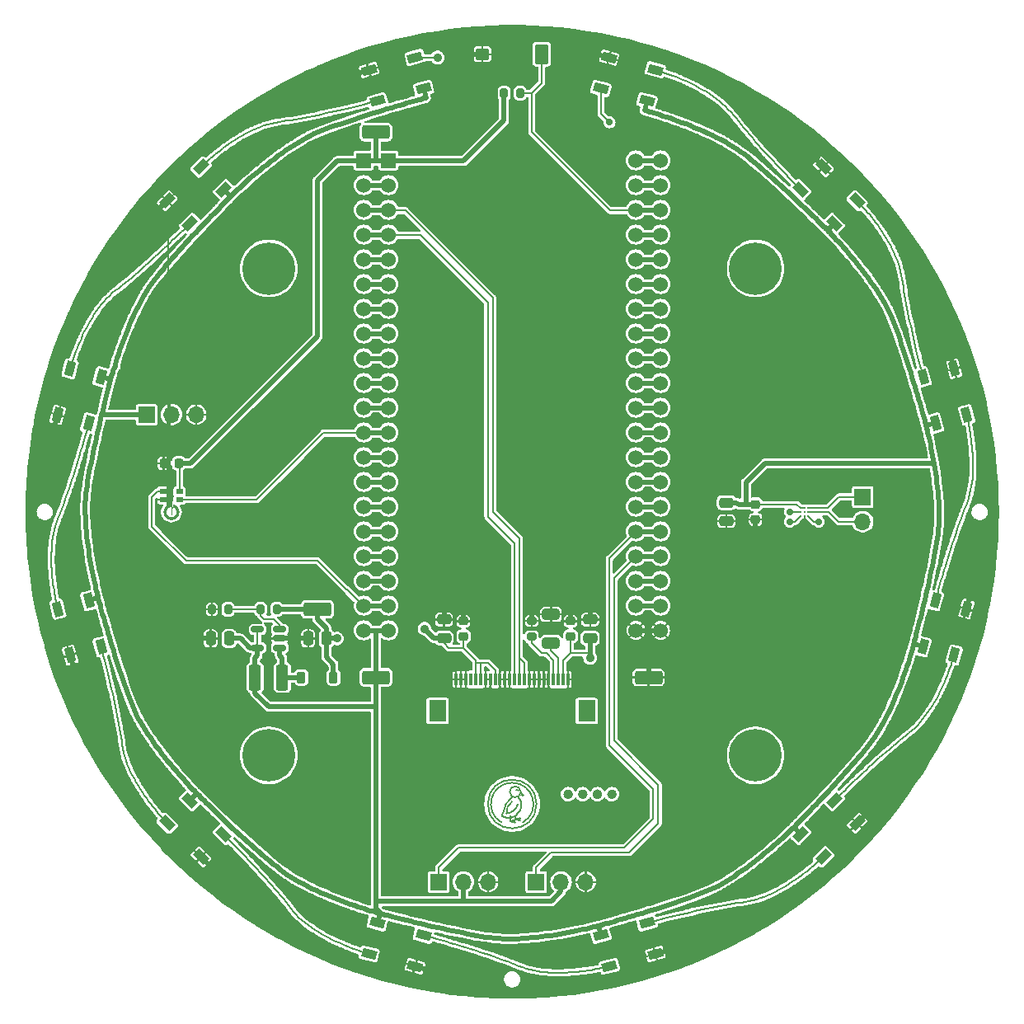
<source format=gbr>
G04 #@! TF.GenerationSoftware,KiCad,Pcbnew,7.0.4-40-g0180cb380f*
G04 #@! TF.CreationDate,2023-06-23T20:45:51-07:00*
G04 #@! TF.ProjectId,RobotOwl,526f626f-744f-4776-9c2e-6b696361645f,rev?*
G04 #@! TF.SameCoordinates,Original*
G04 #@! TF.FileFunction,Copper,L1,Top*
G04 #@! TF.FilePolarity,Positive*
%FSLAX46Y46*%
G04 Gerber Fmt 4.6, Leading zero omitted, Abs format (unit mm)*
G04 Created by KiCad (PCBNEW 7.0.4-40-g0180cb380f) date 2023-06-23 20:45:51*
%MOMM*%
%LPD*%
G01*
G04 APERTURE LIST*
G04 Aperture macros list*
%AMRoundRect*
0 Rectangle with rounded corners*
0 $1 Rounding radius*
0 $2 $3 $4 $5 $6 $7 $8 $9 X,Y pos of 4 corners*
0 Add a 4 corners polygon primitive as box body*
4,1,4,$2,$3,$4,$5,$6,$7,$8,$9,$2,$3,0*
0 Add four circle primitives for the rounded corners*
1,1,$1+$1,$2,$3*
1,1,$1+$1,$4,$5*
1,1,$1+$1,$6,$7*
1,1,$1+$1,$8,$9*
0 Add four rect primitives between the rounded corners*
20,1,$1+$1,$2,$3,$4,$5,0*
20,1,$1+$1,$4,$5,$6,$7,0*
20,1,$1+$1,$6,$7,$8,$9,0*
20,1,$1+$1,$8,$9,$2,$3,0*%
%AMRotRect*
0 Rectangle, with rotation*
0 The origin of the aperture is its center*
0 $1 length*
0 $2 width*
0 $3 Rotation angle, in degrees counterclockwise*
0 Add horizontal line*
21,1,$1,$2,0,0,$3*%
%AMFreePoly0*
4,1,53,0.180798,1.454629,0.352531,1.394537,0.506585,1.297738,0.635238,1.169085,0.732037,1.015031,0.792129,0.843298,0.812500,0.662500,0.792129,0.481702,0.732037,0.309969,0.635238,0.155915,0.506585,0.027262,0.352531,-0.069537,0.180798,-0.129629,0.000000,-0.150000,-0.180798,-0.129629,-0.352531,-0.069537,-0.506585,0.027262,-0.635238,0.155915,-0.732037,0.309969,-0.792129,0.481702,
-0.812500,0.662500,-0.517770,0.662500,-0.496797,0.516627,-0.435576,0.382572,-0.339067,0.271196,-0.215089,0.191520,-0.073686,0.150000,0.073686,0.150000,0.215089,0.191520,0.339067,0.271196,0.435576,0.382572,0.496797,0.516627,0.517770,0.662500,0.496797,0.808373,0.435576,0.942428,0.339067,1.053804,0.215089,1.133480,0.073686,1.175000,-0.073686,1.175000,-0.215089,1.133480,
-0.339067,1.053804,-0.435576,0.942428,-0.496797,0.808373,-0.517770,0.662500,-0.812500,0.662500,-0.792129,0.843298,-0.732037,1.015031,-0.635238,1.169085,-0.506585,1.297738,-0.352531,1.394537,-0.180798,1.454629,0.000000,1.475000,0.180798,1.454629,0.180798,1.454629,$1*%
G04 Aperture macros list end*
G04 #@! TA.AperFunction,EtchedComponent*
%ADD10C,0.500000*%
G04 #@! TD*
G04 #@! TA.AperFunction,EtchedComponent*
%ADD11C,0.200000*%
G04 #@! TD*
G04 #@! TA.AperFunction,EtchedComponent*
%ADD12C,0.160000*%
G04 #@! TD*
G04 #@! TA.AperFunction,ComponentPad*
%ADD13R,1.524000X1.524000*%
G04 #@! TD*
G04 #@! TA.AperFunction,ComponentPad*
%ADD14C,1.524000*%
G04 #@! TD*
G04 #@! TA.AperFunction,SMDPad,CuDef*
%ADD15RotRect,1.500000X0.900000X75.000000*%
G04 #@! TD*
G04 #@! TA.AperFunction,SMDPad,CuDef*
%ADD16RoundRect,0.200000X0.200000X0.275000X-0.200000X0.275000X-0.200000X-0.275000X0.200000X-0.275000X0*%
G04 #@! TD*
G04 #@! TA.AperFunction,SMDPad,CuDef*
%ADD17RoundRect,0.250000X-0.375000X-1.075000X0.375000X-1.075000X0.375000X1.075000X-0.375000X1.075000X0*%
G04 #@! TD*
G04 #@! TA.AperFunction,SMDPad,CuDef*
%ADD18RoundRect,0.250000X-1.175000X-0.450000X1.175000X-0.450000X1.175000X0.450000X-1.175000X0.450000X0*%
G04 #@! TD*
G04 #@! TA.AperFunction,SMDPad,CuDef*
%ADD19RoundRect,0.250000X0.650000X-0.325000X0.650000X0.325000X-0.650000X0.325000X-0.650000X-0.325000X0*%
G04 #@! TD*
G04 #@! TA.AperFunction,SMDPad,CuDef*
%ADD20RotRect,1.500000X0.900000X255.000000*%
G04 #@! TD*
G04 #@! TA.AperFunction,SMDPad,CuDef*
%ADD21RoundRect,0.200000X-0.200000X-0.275000X0.200000X-0.275000X0.200000X0.275000X-0.200000X0.275000X0*%
G04 #@! TD*
G04 #@! TA.AperFunction,SMDPad,CuDef*
%ADD22RoundRect,0.225000X0.225000X0.375000X-0.225000X0.375000X-0.225000X-0.375000X0.225000X-0.375000X0*%
G04 #@! TD*
G04 #@! TA.AperFunction,ComponentPad*
%ADD23R,1.700000X1.700000*%
G04 #@! TD*
G04 #@! TA.AperFunction,ComponentPad*
%ADD24O,1.700000X1.700000*%
G04 #@! TD*
G04 #@! TA.AperFunction,SMDPad,CuDef*
%ADD25RoundRect,0.250000X0.475000X-0.250000X0.475000X0.250000X-0.475000X0.250000X-0.475000X-0.250000X0*%
G04 #@! TD*
G04 #@! TA.AperFunction,SMDPad,CuDef*
%ADD26RotRect,1.500000X0.900000X345.000000*%
G04 #@! TD*
G04 #@! TA.AperFunction,SMDPad,CuDef*
%ADD27RoundRect,0.175000X-0.525000X-0.825000X0.525000X-0.825000X0.525000X0.825000X-0.525000X0.825000X0*%
G04 #@! TD*
G04 #@! TA.AperFunction,SMDPad,CuDef*
%ADD28RoundRect,0.150000X-0.550000X-0.450000X0.550000X-0.450000X0.550000X0.450000X-0.550000X0.450000X0*%
G04 #@! TD*
G04 #@! TA.AperFunction,SMDPad,CuDef*
%ADD29RotRect,1.500000X0.900000X135.000000*%
G04 #@! TD*
G04 #@! TA.AperFunction,SMDPad,CuDef*
%ADD30RotRect,1.500000X0.900000X15.000000*%
G04 #@! TD*
G04 #@! TA.AperFunction,SMDPad,CuDef*
%ADD31RoundRect,0.225000X0.225000X0.250000X-0.225000X0.250000X-0.225000X-0.250000X0.225000X-0.250000X0*%
G04 #@! TD*
G04 #@! TA.AperFunction,ComponentPad*
%ADD32C,0.800000*%
G04 #@! TD*
G04 #@! TA.AperFunction,ComponentPad*
%ADD33C,5.400000*%
G04 #@! TD*
G04 #@! TA.AperFunction,SMDPad,CuDef*
%ADD34RotRect,1.500000X0.900000X45.000000*%
G04 #@! TD*
G04 #@! TA.AperFunction,SMDPad,CuDef*
%ADD35RotRect,1.500000X0.900000X225.000000*%
G04 #@! TD*
G04 #@! TA.AperFunction,SMDPad,CuDef*
%ADD36R,0.300000X1.300000*%
G04 #@! TD*
G04 #@! TA.AperFunction,SMDPad,CuDef*
%ADD37R,1.800000X2.200000*%
G04 #@! TD*
G04 #@! TA.AperFunction,SMDPad,CuDef*
%ADD38RotRect,1.500000X0.900000X195.000000*%
G04 #@! TD*
G04 #@! TA.AperFunction,SMDPad,CuDef*
%ADD39RoundRect,0.150000X0.512500X0.150000X-0.512500X0.150000X-0.512500X-0.150000X0.512500X-0.150000X0*%
G04 #@! TD*
G04 #@! TA.AperFunction,SMDPad,CuDef*
%ADD40RotRect,1.500000X0.900000X285.000000*%
G04 #@! TD*
G04 #@! TA.AperFunction,SMDPad,CuDef*
%ADD41RoundRect,0.250000X0.250000X0.475000X-0.250000X0.475000X-0.250000X-0.475000X0.250000X-0.475000X0*%
G04 #@! TD*
G04 #@! TA.AperFunction,SMDPad,CuDef*
%ADD42RoundRect,0.250000X-0.475000X0.250000X-0.475000X-0.250000X0.475000X-0.250000X0.475000X0.250000X0*%
G04 #@! TD*
G04 #@! TA.AperFunction,SMDPad,CuDef*
%ADD43RoundRect,0.225000X-0.250000X0.225000X-0.250000X-0.225000X0.250000X-0.225000X0.250000X0.225000X0*%
G04 #@! TD*
G04 #@! TA.AperFunction,SMDPad,CuDef*
%ADD44RotRect,1.500000X0.900000X105.000000*%
G04 #@! TD*
G04 #@! TA.AperFunction,SMDPad,CuDef*
%ADD45C,0.250000*%
G04 #@! TD*
G04 #@! TA.AperFunction,SMDPad,CuDef*
%ADD46RoundRect,0.225000X0.250000X-0.225000X0.250000X0.225000X-0.250000X0.225000X-0.250000X-0.225000X0*%
G04 #@! TD*
G04 #@! TA.AperFunction,SMDPad,CuDef*
%ADD47RotRect,1.500000X0.900000X315.000000*%
G04 #@! TD*
G04 #@! TA.AperFunction,SMDPad,CuDef*
%ADD48RotRect,1.500000X0.900000X165.000000*%
G04 #@! TD*
G04 #@! TA.AperFunction,SMDPad,CuDef*
%ADD49RoundRect,0.200000X0.275000X-0.200000X0.275000X0.200000X-0.275000X0.200000X-0.275000X-0.200000X0*%
G04 #@! TD*
G04 #@! TA.AperFunction,SMDPad,CuDef*
%ADD50R,0.725000X0.522000*%
G04 #@! TD*
G04 #@! TA.AperFunction,SMDPad,CuDef*
%ADD51FreePoly0,0.000000*%
G04 #@! TD*
G04 #@! TA.AperFunction,ViaPad*
%ADD52C,0.900000*%
G04 #@! TD*
G04 #@! TA.AperFunction,ViaPad*
%ADD53C,0.700000*%
G04 #@! TD*
G04 #@! TA.AperFunction,Conductor*
%ADD54C,0.500000*%
G04 #@! TD*
G04 #@! TA.AperFunction,Conductor*
%ADD55C,0.200000*%
G04 #@! TD*
G04 APERTURE END LIST*
D10*
X156000000Y-129000000D02*
G75*
G03*
X156000000Y-129000000I-250000J0D01*
G01*
X157500000Y-129000000D02*
G75*
G03*
X157500000Y-129000000I-250000J0D01*
G01*
X159000000Y-129000000D02*
G75*
G03*
X159000000Y-129000000I-250000J0D01*
G01*
X160500000Y-129000000D02*
G75*
G03*
X160500000Y-129000000I-250000J0D01*
G01*
D11*
X148927802Y-131250000D02*
X149192723Y-131374087D01*
X149192723Y-131374087D02*
X149489050Y-131424715D01*
X149489050Y-131424715D02*
X149798327Y-131398730D01*
X149798327Y-131398730D02*
X150101295Y-131297751D01*
X149800000Y-131395710D02*
X149787996Y-131146914D01*
X149849257Y-131768905D02*
X149800000Y-131395710D01*
X150101295Y-131297751D02*
X150379085Y-131128065D01*
X150379085Y-131128065D02*
X150614398Y-130900241D01*
X150382558Y-131561450D02*
X150273702Y-131202597D01*
X150614398Y-130900241D02*
X150792579Y-130628467D01*
X150778054Y-129458630D02*
X150593750Y-129237139D01*
X150792579Y-130628467D02*
X150902531Y-130329667D01*
X150895035Y-129725950D02*
X150778054Y-129458630D01*
X150902531Y-130329667D02*
X150937407Y-130022451D01*
X150937407Y-130022451D02*
X150895035Y-129725950D01*
X151093748Y-131894429D02*
G75*
G03*
X148906250Y-131894428I-1093748J1894429D01*
G01*
X149696494Y-129608540D02*
G75*
G03*
X149190635Y-130547561I742356J-1005680D01*
G01*
X148927802Y-131250000D02*
G75*
G03*
X149190635Y-130547562I-985385J769097D01*
G01*
D12*
X149986604Y-129756932D02*
G75*
G03*
X149426163Y-130957346I680309J-1048653D01*
G01*
X150286757Y-131643905D02*
G75*
G03*
X149786885Y-131768832I-31377J-936985D01*
G01*
D11*
X149696494Y-129608539D02*
G75*
G03*
X150031250Y-129237139I-742367J1005685D01*
G01*
D12*
X149786757Y-131768904D02*
G75*
G03*
X150286610Y-131893910I468620J811977D01*
G01*
X150286757Y-131643905D02*
G75*
G03*
X150286757Y-131768905I0J-62500D01*
G01*
X150286757Y-131768905D02*
G75*
G03*
X150286757Y-131893905I0J-62500D01*
G01*
X150820058Y-131436449D02*
G75*
G03*
X150320186Y-131561377I-31368J-937011D01*
G01*
X150620740Y-128592648D02*
G75*
G03*
X150379260Y-128592648I-120740J-32352D01*
G01*
X149426188Y-130957554D02*
G75*
G03*
X150575946Y-130000734I-65790J1248266D01*
G01*
X150320057Y-131561451D02*
G75*
G03*
X150819911Y-131686455I468623J812001D01*
G01*
X150820058Y-131436450D02*
G75*
G03*
X150820058Y-131561450I2J-62500D01*
G01*
X150820058Y-131561450D02*
G75*
G03*
X150820058Y-131686450I2J-62500D01*
G01*
X150869180Y-128830713D02*
G75*
G03*
X151178836Y-129108848I548620J299353D01*
G01*
X150763205Y-129086557D02*
G75*
G03*
X151178844Y-129108703I239175J577407D01*
G01*
D11*
X152500000Y-130000000D02*
G75*
G03*
X152500000Y-130000000I-2500000J0D01*
G01*
X150875000Y-128750000D02*
G75*
G03*
X150875000Y-128750000I-562500J0D01*
G01*
D13*
X134760000Y-63902500D03*
X137300000Y-63902500D03*
D14*
X134760000Y-66442500D03*
X137300000Y-66442500D03*
X134760000Y-68982500D03*
X137300000Y-68982500D03*
X134760000Y-71522500D03*
X137300000Y-71522500D03*
X134760000Y-74062500D03*
X137300000Y-74062500D03*
X134760000Y-76602500D03*
X137300000Y-76602500D03*
X134760000Y-79142500D03*
X137300000Y-79142500D03*
X134760000Y-81682500D03*
X137300000Y-81682500D03*
X134760000Y-84222500D03*
X137300000Y-84222500D03*
X134760000Y-86762500D03*
X137300000Y-86762500D03*
X134760000Y-89302500D03*
X137300000Y-89302500D03*
X134760000Y-91842500D03*
X137300000Y-91842500D03*
X134760000Y-94382500D03*
X137300000Y-94382500D03*
X134760000Y-96922500D03*
X137300000Y-96922500D03*
X134760000Y-99462500D03*
X137300000Y-99462500D03*
X134760000Y-102002500D03*
X137300000Y-102002500D03*
X134760000Y-104542500D03*
X137300000Y-104542500D03*
X134760000Y-107082500D03*
X137300000Y-107082500D03*
X134760000Y-109622500D03*
X137300000Y-109622500D03*
X134760000Y-112162500D03*
X137300000Y-112162500D03*
X162700000Y-112162500D03*
X165240000Y-112162500D03*
X162700000Y-109622500D03*
X165240000Y-109622500D03*
X162700000Y-107082500D03*
X165240000Y-107082500D03*
X162700000Y-104542500D03*
X165240000Y-104542500D03*
X162700000Y-102002500D03*
X165240000Y-102002500D03*
X162700000Y-99462500D03*
X165240000Y-99462500D03*
X162700000Y-96922500D03*
X165240000Y-96922500D03*
X162700000Y-94382500D03*
X165240000Y-94382500D03*
X162700000Y-91842500D03*
X165240000Y-91842500D03*
X162700000Y-89302500D03*
X165240000Y-89302500D03*
X162700000Y-86762500D03*
X165240000Y-86762500D03*
X162700000Y-84222500D03*
X165240000Y-84222500D03*
X162700000Y-81682500D03*
X165240000Y-81682500D03*
X162700000Y-79142500D03*
X165240000Y-79142500D03*
X162700000Y-76602500D03*
X165240000Y-76602500D03*
X162700000Y-74062500D03*
X165240000Y-74062500D03*
X162700000Y-71522500D03*
X165240000Y-71522500D03*
X162700000Y-68982500D03*
X165240000Y-68982500D03*
X162700000Y-66442500D03*
X165240000Y-66442500D03*
X162700000Y-63902500D03*
X165240000Y-63902500D03*
D15*
X192205116Y-113845467D03*
X195392671Y-114699570D03*
X196660884Y-109966533D03*
X193473329Y-109112430D03*
D16*
X125825000Y-110000000D03*
X124175000Y-110000000D03*
X120825000Y-110000000D03*
X119175000Y-110000000D03*
D17*
X123600000Y-117000000D03*
X126400000Y-117000000D03*
D18*
X130000000Y-110000000D03*
D19*
X154000000Y-113475000D03*
X154000000Y-110525000D03*
D20*
X107794884Y-86154533D03*
X104607329Y-85300430D03*
X103339116Y-90033467D03*
X106526671Y-90887570D03*
D21*
X149175000Y-57000000D03*
X150825000Y-57000000D03*
D22*
X131650000Y-117000000D03*
X128350000Y-117000000D03*
D23*
X152475000Y-138000000D03*
D24*
X155015000Y-138000000D03*
X157555000Y-138000000D03*
D25*
X143000000Y-112950000D03*
X143000000Y-111050000D03*
D26*
X136154533Y-142205116D03*
X135300430Y-145392671D03*
X140033467Y-146660884D03*
X140887570Y-143473329D03*
D27*
X153050000Y-53000000D03*
D28*
X146950000Y-53000000D03*
D18*
X164000000Y-117000000D03*
D23*
X142460000Y-138000000D03*
D24*
X145000000Y-138000000D03*
X147540000Y-138000000D03*
D29*
X183092685Y-70372138D03*
X185426138Y-68038685D03*
X181961315Y-64573862D03*
X179627862Y-66907315D03*
D30*
X159112430Y-143473329D03*
X159966533Y-146660884D03*
X164699570Y-145392671D03*
X163845467Y-142205116D03*
D31*
X115775000Y-95000000D03*
X114225000Y-95000000D03*
D32*
X122975000Y-125000000D03*
X123568109Y-123568109D03*
X123568109Y-126431891D03*
X125000000Y-122975000D03*
D33*
X125000000Y-125000000D03*
D32*
X125000000Y-127025000D03*
X126431891Y-123568109D03*
X126431891Y-126431891D03*
X127025000Y-125000000D03*
D34*
X179627862Y-133092685D03*
X181961315Y-135426138D03*
X185426138Y-131961315D03*
X183092685Y-129627862D03*
D35*
X120372138Y-66907315D03*
X118038685Y-64573862D03*
X114573862Y-68038685D03*
X116907315Y-70372138D03*
D32*
X122975000Y-75000000D03*
X123568109Y-73568109D03*
X123568109Y-76431891D03*
X125000000Y-72975000D03*
D33*
X125000000Y-75000000D03*
D32*
X125000000Y-77025000D03*
X126431891Y-73568109D03*
X126431891Y-76431891D03*
X127025000Y-75000000D03*
D36*
X144250000Y-117200000D03*
X144750000Y-117200000D03*
X145250000Y-117200000D03*
X145750000Y-117200000D03*
X146250000Y-117200000D03*
X146750000Y-117200000D03*
X147250000Y-117200000D03*
X147750000Y-117200000D03*
X148250000Y-117200000D03*
X148750000Y-117200000D03*
X149250000Y-117200000D03*
X149750000Y-117200000D03*
X150250000Y-117200000D03*
X150750000Y-117200000D03*
X151250000Y-117200000D03*
X151750000Y-117200000D03*
X152250000Y-117200000D03*
X152750000Y-117200000D03*
X153250000Y-117200000D03*
X153750000Y-117200000D03*
X154250000Y-117200000D03*
X154750000Y-117200000D03*
X155250000Y-117200000D03*
X155750000Y-117200000D03*
D37*
X142350000Y-120450000D03*
X157650000Y-120450000D03*
D38*
X140887570Y-56526671D03*
X140033467Y-53339116D03*
X135300430Y-54607329D03*
X136154533Y-57794884D03*
D39*
X126137500Y-113950000D03*
X126137500Y-113000000D03*
X126137500Y-112050000D03*
X123862500Y-112050000D03*
X123862500Y-113950000D03*
D40*
X106526671Y-109112430D03*
X103339116Y-109966533D03*
X104607329Y-114699570D03*
X107794884Y-113845467D03*
D41*
X120950000Y-113000000D03*
X119050000Y-113000000D03*
D42*
X172000000Y-99050000D03*
X172000000Y-100950000D03*
D41*
X130950000Y-113000000D03*
X129050000Y-113000000D03*
D43*
X175000000Y-99225000D03*
X175000000Y-100775000D03*
D44*
X193473329Y-90887570D03*
X196660884Y-90033467D03*
X195392671Y-85300430D03*
X192205116Y-86154533D03*
D45*
X179600000Y-99600000D03*
X180000000Y-99600000D03*
X180400000Y-99600000D03*
X179600000Y-100000000D03*
X180000000Y-100000000D03*
X180400000Y-100000000D03*
X179600000Y-100400000D03*
X180000000Y-100400000D03*
X180400000Y-100400000D03*
D46*
X156000000Y-112775000D03*
X156000000Y-111225000D03*
D47*
X116907315Y-129627862D03*
X114573862Y-131961315D03*
X118038685Y-135426138D03*
X120372138Y-133092685D03*
D46*
X145000000Y-112775000D03*
X145000000Y-111225000D03*
D32*
X172975000Y-125000000D03*
X173568109Y-123568109D03*
X173568109Y-126431891D03*
X175000000Y-122975000D03*
D33*
X175000000Y-125000000D03*
D32*
X175000000Y-127025000D03*
X176431891Y-123568109D03*
X176431891Y-126431891D03*
X177025000Y-125000000D03*
D18*
X136000000Y-61000000D03*
D23*
X112475000Y-90000000D03*
D24*
X115015000Y-90000000D03*
X117555000Y-90000000D03*
D48*
X163845467Y-57794884D03*
X164699570Y-54607329D03*
X159966533Y-53339116D03*
X159112430Y-56526671D03*
D25*
X158000000Y-112950000D03*
X158000000Y-111050000D03*
D23*
X186000000Y-98460000D03*
D24*
X186000000Y-101000000D03*
D49*
X152000000Y-112825000D03*
X152000000Y-111175000D03*
D32*
X172975000Y-75000000D03*
X173568109Y-73568109D03*
X173568109Y-76431891D03*
X175000000Y-72975000D03*
D33*
X175000000Y-75000000D03*
D32*
X175000000Y-77025000D03*
X176431891Y-73568109D03*
X176431891Y-76431891D03*
X177025000Y-75000000D03*
D18*
X136000000Y-117000000D03*
D50*
X114162500Y-97926000D03*
X114162500Y-98748000D03*
D51*
X115000000Y-100662500D03*
D50*
X115837500Y-98748000D03*
X115837500Y-97926000D03*
D52*
X155750000Y-119000000D03*
X145000000Y-53000000D03*
X158000000Y-110000000D03*
X194875000Y-83369000D03*
X119453000Y-136840000D03*
X102822000Y-91966000D03*
X128000000Y-113000000D03*
X145000000Y-110000000D03*
X146750000Y-119000000D03*
X152750000Y-119000000D03*
X113160000Y-69453000D03*
X186840000Y-130547000D03*
X141966000Y-147178000D03*
X118000000Y-113000000D03*
X152000000Y-110000000D03*
X156000000Y-110000000D03*
X144750000Y-119000000D03*
X158034000Y-52822000D03*
X166631000Y-144875000D03*
X149500000Y-119000000D03*
X180000000Y-102000000D03*
X175000000Y-102000000D03*
X197178000Y-108034000D03*
X105125000Y-116631000D03*
X118000000Y-110000000D03*
X180547000Y-63160000D03*
X133369000Y-55125000D03*
X143000000Y-110000000D03*
D53*
X181500000Y-101000000D03*
X178500000Y-100000000D03*
D52*
X141000000Y-112000000D03*
D53*
X160000000Y-60000000D03*
X178500000Y-101000000D03*
D52*
X142339116Y-53339116D03*
X158000000Y-115000000D03*
X132000000Y-113000000D03*
D54*
X134760000Y-107082500D02*
X137300000Y-107082500D01*
X165240000Y-109622500D02*
X162700000Y-109622500D01*
X165240000Y-96922500D02*
X162700000Y-96922500D01*
X162700000Y-91842500D02*
X165240000Y-91842500D01*
X134760000Y-89302500D02*
X137300000Y-89302500D01*
X137300000Y-76680000D02*
X134760000Y-76680000D01*
X137300000Y-97000000D02*
X134760000Y-97000000D01*
X137300000Y-86840000D02*
X134760000Y-86840000D01*
X134760000Y-104620000D02*
X137300000Y-104620000D01*
X134760000Y-99540000D02*
X137300000Y-99540000D01*
X165240000Y-79220000D02*
X162700000Y-79220000D01*
X137300000Y-102080000D02*
X134760000Y-102080000D01*
X162700000Y-89380000D02*
X165240000Y-89380000D01*
X134760000Y-84300000D02*
X137300000Y-84300000D01*
X162700000Y-81760000D02*
X165240000Y-81760000D01*
X162700000Y-84300000D02*
X165240000Y-84300000D01*
X162700000Y-107160000D02*
X165240000Y-107160000D01*
X137300000Y-74140000D02*
X134760000Y-74140000D01*
X134760000Y-94460000D02*
X137300000Y-94460000D01*
X165240000Y-86840000D02*
X162700000Y-86840000D01*
X134760000Y-79220000D02*
X137300000Y-79220000D01*
X137300000Y-81760000D02*
X134760000Y-81760000D01*
D55*
X180000000Y-100400000D02*
X180000000Y-102000000D01*
X151750000Y-117400000D02*
X151750000Y-118500000D01*
D54*
X181961000Y-64574000D02*
X180547000Y-63160000D01*
D55*
X144750000Y-118750000D02*
X144500000Y-118750000D01*
D54*
X126137500Y-113000000D02*
X128000000Y-113000000D01*
X185426000Y-131961000D02*
X186840000Y-130547000D01*
D55*
X152250000Y-117400000D02*
X152250000Y-118750000D01*
X153750000Y-117400000D02*
X153750000Y-118500000D01*
D54*
X143000000Y-111050000D02*
X143000000Y-110000000D01*
D55*
X147750000Y-117200000D02*
X147750000Y-118750000D01*
X115000000Y-98748000D02*
X115000000Y-99396000D01*
D54*
X140034000Y-146660000D02*
X141966000Y-147178000D01*
D55*
X146000000Y-118750000D02*
X146750000Y-118750000D01*
X145250000Y-118750000D02*
X144750000Y-118750000D01*
D54*
X164000000Y-112240000D02*
X165240000Y-112240000D01*
X164699000Y-145392000D02*
X166631000Y-144875000D01*
X104608000Y-114699000D02*
X105125000Y-116631000D01*
X114574000Y-68039000D02*
X113160000Y-69453000D01*
D55*
X152750000Y-118750000D02*
X153250000Y-118750000D01*
X155750000Y-117400000D02*
X155750000Y-119000000D01*
X147750000Y-118750000D02*
X148750000Y-118750000D01*
X147250000Y-118750000D02*
X146000000Y-118750000D01*
X149750000Y-118500000D02*
X149500000Y-118750000D01*
X115000000Y-96748000D02*
X115000000Y-98748000D01*
X149250000Y-118750000D02*
X149500000Y-119000000D01*
D54*
X196660000Y-109966000D02*
X197178000Y-108034000D01*
X103340000Y-90034000D02*
X102822000Y-91966000D01*
D55*
X148750000Y-118750000D02*
X149250000Y-118750000D01*
X114225000Y-95973000D02*
X115000000Y-96748000D01*
X144250000Y-118500000D02*
X144250000Y-117400000D01*
D54*
X156000000Y-111225000D02*
X156000000Y-110000000D01*
X135301000Y-54608000D02*
X133369000Y-55125000D01*
D55*
X148750000Y-117200000D02*
X148750000Y-118750000D01*
D54*
X128000000Y-113000000D02*
X129050000Y-113000000D01*
X145000000Y-111225000D02*
X145000000Y-110000000D01*
D55*
X145250000Y-117400000D02*
X145250000Y-118750000D01*
D54*
X159966000Y-53340000D02*
X158034000Y-52822000D01*
D55*
X149750000Y-117400000D02*
X149750000Y-118500000D01*
D54*
X162700000Y-112240000D02*
X164000000Y-112240000D01*
X146950000Y-53000000D02*
X145000000Y-53000000D01*
D55*
X119175000Y-110000000D02*
X118000000Y-110000000D01*
X144750000Y-117400000D02*
X144750000Y-118750000D01*
X153500000Y-118750000D02*
X153250000Y-118750000D01*
X152250000Y-118750000D02*
X152750000Y-118750000D01*
D54*
X175000000Y-100775000D02*
X175000000Y-102000000D01*
D55*
X115000000Y-98748000D02*
X114162500Y-98748000D01*
X149250000Y-117400000D02*
X149250000Y-118750000D01*
X149500000Y-118750000D02*
X149500000Y-119000000D01*
D54*
X118039000Y-135426000D02*
X119453000Y-136840000D01*
D55*
X146000000Y-118750000D02*
X145250000Y-118750000D01*
D54*
X164000000Y-117000000D02*
X164000000Y-112240000D01*
D55*
X151750000Y-118500000D02*
X152000000Y-118750000D01*
X152000000Y-118750000D02*
X152250000Y-118750000D01*
D54*
X195392000Y-85301000D02*
X194875000Y-83369000D01*
X118000000Y-113000000D02*
X118000000Y-110000000D01*
D55*
X144500000Y-118750000D02*
X144250000Y-118500000D01*
D54*
X119050000Y-113000000D02*
X118000000Y-113000000D01*
D55*
X153750000Y-118500000D02*
X153500000Y-118750000D01*
X147250000Y-118750000D02*
X147750000Y-118750000D01*
X146750000Y-118750000D02*
X146750000Y-119000000D01*
D54*
X158000000Y-111050000D02*
X158000000Y-110000000D01*
X152000000Y-111175000D02*
X152000000Y-110000000D01*
D55*
X152750000Y-117400000D02*
X152750000Y-118750000D01*
X114225000Y-95000000D02*
X114225000Y-95973000D01*
X152750000Y-118750000D02*
X152750000Y-119000000D01*
X153250000Y-117400000D02*
X153250000Y-118750000D01*
X144750000Y-118750000D02*
X144750000Y-119000000D01*
X147250000Y-117400000D02*
X147250000Y-118750000D01*
D54*
X156567000Y-143033000D02*
X156182000Y-143110000D01*
X140925000Y-142364000D02*
X140459000Y-142254000D01*
X109047000Y-85432000D02*
X109132000Y-85155000D01*
X173093000Y-62740000D02*
X173467000Y-63000000D01*
X192298000Y-90385000D02*
X192360000Y-90608000D01*
X108668000Y-86765000D02*
X108708000Y-86614000D01*
X123600000Y-118600000D02*
X123600000Y-117000000D01*
X175200000Y-135668000D02*
X174821000Y-135965000D01*
X178856000Y-132449000D02*
X178777000Y-132527000D01*
X189988000Y-82796000D02*
X190152000Y-83282000D01*
X106413000Y-96843000D02*
X106493000Y-96374000D01*
X118580000Y-129872000D02*
X118366000Y-129663000D01*
X128027000Y-62059000D02*
X128446000Y-61814000D01*
X112864000Y-123221000D02*
X112586000Y-122808000D01*
X163323000Y-141226000D02*
X162865000Y-141364000D01*
X117173000Y-71682000D02*
X117514000Y-71316000D01*
X180652000Y-69383000D02*
X180927000Y-69649000D01*
X188890000Y-120098000D02*
X188678000Y-120550000D01*
X178904000Y-132402000D02*
X178856000Y-132449000D01*
X164845000Y-59132000D02*
X165149000Y-59227000D01*
X127609000Y-62317000D02*
X128027000Y-62059000D01*
X120128000Y-68580000D02*
X120337000Y-68366000D01*
X179726000Y-68496000D02*
X180050000Y-68804000D01*
X108561000Y-87178000D02*
X108619000Y-86953000D01*
X136677000Y-58774000D02*
X137135000Y-58636000D01*
X134171000Y-140551000D02*
X133799000Y-140425000D01*
X133282000Y-59848000D02*
X133772000Y-59686000D01*
X166718000Y-140152000D02*
X166228000Y-140314000D01*
X126179000Y-136735000D02*
X125831000Y-136459000D01*
X136953000Y-141381000D02*
X136765000Y-141332000D01*
X115757000Y-126909000D02*
X115486000Y-126597000D01*
X119649000Y-69073000D02*
X119898000Y-68816000D01*
X192530000Y-91235000D02*
X192557000Y-91342000D01*
X110674000Y-119059000D02*
X110508000Y-118613000D01*
X135894000Y-141091000D02*
X135679000Y-141028000D01*
X154015000Y-140000000D02*
X155015000Y-139000000D01*
X114332000Y-125200000D02*
X114035000Y-124821000D01*
X114035000Y-124821000D02*
X113737000Y-124432000D01*
X119641000Y-130899000D02*
X119348000Y-130617000D01*
X107959000Y-89574000D02*
X108061000Y-89158000D01*
X137580000Y-58505000D02*
X138009000Y-58379000D01*
X112000000Y-78128000D02*
X112241000Y-77707000D01*
X114628000Y-125569000D02*
X114332000Y-125200000D01*
X192254000Y-109541000D02*
X192146000Y-109992000D01*
X169059000Y-139326000D02*
X168613000Y-139492000D01*
X156930000Y-142957000D02*
X156567000Y-143033000D01*
X191185000Y-113780000D02*
X191144000Y-113925000D01*
X153513000Y-143558000D02*
X153027000Y-143621000D01*
X121062000Y-67631000D02*
X121079000Y-67615000D01*
X127707000Y-137759000D02*
X127299000Y-137513000D01*
X191939000Y-110842000D02*
X191841000Y-111236000D01*
X112586000Y-122808000D02*
X112317000Y-122391000D01*
X107588000Y-109204000D02*
X107547000Y-109054000D01*
X167204000Y-139988000D02*
X166718000Y-140152000D01*
X166201000Y-59575000D02*
X166591000Y-59710000D01*
X136391000Y-141233000D02*
X136326000Y-141215000D01*
X186263000Y-75568000D02*
X186558000Y-75965000D01*
X163925000Y-58856000D02*
X164106000Y-58909000D01*
X120823000Y-67872000D02*
X120933000Y-67762000D01*
X193266000Y-94647000D02*
X193343000Y-95088000D01*
X174894000Y-64135000D02*
X175268000Y-64450000D01*
X164270000Y-140937000D02*
X163792000Y-141084000D01*
X108972000Y-85679000D02*
X109047000Y-85432000D01*
X113831000Y-75472000D02*
X114135000Y-75106000D01*
X137726000Y-141580000D02*
X137436000Y-141506000D01*
X179872000Y-131420000D02*
X179663000Y-131634000D01*
X137436000Y-141506000D02*
X137178000Y-141439000D01*
X109848000Y-116718000D02*
X109686000Y-116228000D01*
X133799000Y-140425000D02*
X133409000Y-140290000D01*
X188233000Y-121439000D02*
X188000000Y-121872000D01*
X140385000Y-57702000D02*
X140608000Y-57640000D01*
X110008000Y-82583000D02*
X110170000Y-82151000D01*
X144403000Y-143132000D02*
X143897000Y-143027000D01*
X121682000Y-132827000D02*
X121316000Y-132486000D01*
X107862000Y-90000000D02*
X107854000Y-90008000D01*
X180927000Y-69649000D02*
X181184000Y-69898000D01*
X106527000Y-109112000D02*
X107493000Y-108853000D01*
X192513000Y-91169000D02*
X192530000Y-91235000D01*
X125965000Y-63442000D02*
X126369000Y-63150000D01*
X174000000Y-99225000D02*
X175000000Y-99225000D01*
X119101000Y-69641000D02*
X119383000Y-69348000D01*
X193132000Y-105597000D02*
X193027000Y-106103000D01*
X122100000Y-113000000D02*
X120950000Y-113000000D01*
X133409000Y-140290000D02*
X133003000Y-140146000D01*
X191621000Y-88009000D02*
X191741000Y-88420000D01*
X117238000Y-128533000D02*
X117083000Y-128370000D01*
X106153000Y-99573000D02*
X106163000Y-99097000D01*
X176029000Y-65107000D02*
X176414000Y-65445000D01*
X167849000Y-60170000D02*
X168289000Y-60342000D01*
X136000000Y-117000000D02*
X136000000Y-112240000D01*
X185865000Y-124894000D02*
X185550000Y-125268000D01*
X174000000Y-97000000D02*
X176000000Y-95000000D01*
X113442000Y-124035000D02*
X113150000Y-123631000D01*
X116710000Y-127970000D02*
X116495000Y-127736000D01*
X132583000Y-139992000D02*
X132151000Y-139830000D01*
X145893000Y-143421000D02*
X145402000Y-143330000D01*
X160160000Y-142146000D02*
X159872000Y-142227000D01*
X155015000Y-139000000D02*
X155015000Y-138000000D01*
X184893000Y-126029000D02*
X184555000Y-126414000D01*
X170550000Y-61322000D02*
X170998000Y-61541000D01*
X162420000Y-141495000D02*
X161991000Y-141621000D01*
X108159000Y-88764000D02*
X108252000Y-88392000D01*
X130941000Y-60674000D02*
X131387000Y-60508000D01*
X142886000Y-142810000D02*
X142385000Y-142699000D01*
X138009000Y-58379000D02*
X138420000Y-58259000D01*
X136414000Y-141239000D02*
X136391000Y-141233000D01*
X180359000Y-69101000D02*
X180652000Y-69383000D01*
X191233000Y-113609000D02*
X191215000Y-113674000D01*
X176597000Y-134514000D02*
X176269000Y-134793000D01*
X158329000Y-142639000D02*
X158111000Y-142692000D01*
X191959000Y-89179000D02*
X192057000Y-89523000D01*
X184243000Y-73091000D02*
X184514000Y-73403000D01*
X134264000Y-59526000D02*
X134755000Y-59368000D01*
X110522000Y-81264000D02*
X110710000Y-80811000D01*
X189290000Y-119189000D02*
X189094000Y-119643000D01*
X192146000Y-109992000D02*
X192041000Y-110426000D01*
X186459000Y-124169000D02*
X186169000Y-124528000D01*
X185372000Y-74431000D02*
X185668000Y-74800000D01*
X106163000Y-99097000D02*
X106186000Y-98631000D01*
X123600000Y-115000000D02*
X123600000Y-117000000D01*
X168154000Y-139658000D02*
X167683000Y-139823000D01*
X187759000Y-122293000D02*
X187513000Y-122701000D01*
X106812000Y-105777000D02*
X106734000Y-105353000D01*
X113150000Y-123631000D02*
X112864000Y-123221000D01*
X160821000Y-141959000D02*
X160477000Y-142057000D01*
X190146000Y-116997000D02*
X189992000Y-117417000D01*
X122030000Y-66710000D02*
X122264000Y-66495000D01*
X169490000Y-139161000D02*
X169059000Y-139326000D01*
X117872000Y-129177000D02*
X117762000Y-129067000D01*
X170721000Y-138629000D02*
X170310000Y-138823000D01*
X193847000Y-100427000D02*
X193837000Y-100903000D01*
X192692000Y-91889000D02*
X192751000Y-92140000D01*
X108420000Y-87726000D02*
X108494000Y-87436000D01*
X125179000Y-64035000D02*
X125568000Y-63737000D01*
X108636000Y-112865000D02*
X108505000Y-112420000D01*
X179663000Y-131634000D02*
X179476000Y-131824000D01*
X127299000Y-137513000D02*
X126907000Y-137260000D01*
X128863000Y-61584000D02*
X129279000Y-61371000D01*
X140796000Y-57588000D02*
X140946000Y-57547000D01*
X120958000Y-132151000D02*
X120610000Y-131823000D01*
X189094000Y-119643000D02*
X188890000Y-120098000D01*
X130357000Y-139094000D02*
X129902000Y-138890000D01*
X118011000Y-129313000D02*
X117872000Y-129177000D01*
X110342000Y-118154000D02*
X110177000Y-117683000D01*
X179628000Y-133093000D02*
X178921000Y-132385000D01*
X107043000Y-106930000D02*
X106967000Y-106567000D01*
X111177000Y-120310000D02*
X111003000Y-119903000D01*
X193233000Y-105095000D02*
X193132000Y-105597000D01*
X184793000Y-73731000D02*
X185080000Y-74074000D01*
X178938000Y-132369000D02*
X178921000Y-132385000D01*
X193621000Y-96973000D02*
X193678000Y-97464000D01*
X193473000Y-90888000D02*
X192507000Y-91147000D01*
X178533000Y-132762000D02*
X178370000Y-132917000D01*
X192227000Y-90128000D02*
X192298000Y-90385000D01*
X144905000Y-143233000D02*
X144403000Y-143132000D01*
X154457000Y-143418000D02*
X153990000Y-143490000D01*
X149097000Y-143837000D02*
X148631000Y-143814000D01*
X192364000Y-109075000D02*
X192254000Y-109541000D01*
X108379000Y-111991000D02*
X108259000Y-111580000D01*
X168613000Y-139492000D02*
X168154000Y-139658000D01*
X161190000Y-141854000D02*
X160821000Y-141959000D01*
X191364000Y-87135000D02*
X191495000Y-87580000D01*
X121331000Y-67369000D02*
X121467000Y-67238000D01*
X193490000Y-96010000D02*
X193558000Y-96487000D01*
X192412000Y-90796000D02*
X192453000Y-90946000D01*
X190551000Y-115829000D02*
X190425000Y-116201000D01*
X184211000Y-126799000D02*
X183865000Y-127184000D01*
X107773000Y-109872000D02*
X107702000Y-109615000D01*
X115486000Y-126597000D02*
X115207000Y-126269000D01*
X137178000Y-141439000D02*
X136953000Y-141381000D01*
X190474000Y-84264000D02*
X190632000Y-84755000D01*
X182319000Y-71013000D02*
X182369000Y-71062000D01*
X145402000Y-143330000D02*
X144905000Y-143233000D01*
X106156000Y-100058000D02*
X106153000Y-99573000D01*
X159204000Y-142412000D02*
X159054000Y-142453000D01*
X187260000Y-123093000D02*
X187000000Y-123467000D01*
X172701000Y-62487000D02*
X173093000Y-62740000D01*
X188997000Y-80097000D02*
X189161000Y-80510000D01*
X106890000Y-106182000D02*
X106812000Y-105777000D01*
X188823000Y-79690000D02*
X188997000Y-80097000D01*
X117631000Y-128938000D02*
X117615000Y-128921000D01*
X107943000Y-110477000D02*
X107854000Y-110160000D01*
X111371000Y-120721000D02*
X111177000Y-120310000D01*
X110710000Y-80811000D02*
X110906000Y-80357000D01*
X173225000Y-99225000D02*
X174000000Y-99225000D01*
X172391000Y-137683000D02*
X171973000Y-137941000D01*
X110342000Y-81711000D02*
X110522000Y-81264000D01*
X114774000Y-74354000D02*
X115107000Y-73971000D01*
X191580000Y-112274000D02*
X191506000Y-112564000D01*
X116263000Y-127480000D02*
X116016000Y-127204000D01*
X183984000Y-72796000D02*
X184243000Y-73091000D01*
X182762000Y-71467000D02*
X182917000Y-71630000D01*
X108041000Y-110821000D02*
X107943000Y-110477000D01*
X136000000Y-117000000D02*
X136000000Y-140000000D01*
X108755000Y-86437000D02*
X108761000Y-86414000D01*
X121818000Y-66907000D02*
X122030000Y-66710000D01*
X107308000Y-108111000D02*
X107249000Y-107860000D01*
X164106000Y-58909000D02*
X164321000Y-58972000D01*
X179476000Y-131824000D02*
X179313000Y-131989000D01*
X125831000Y-136459000D02*
X125472000Y-136169000D01*
X110906000Y-80357000D02*
X111110000Y-79902000D01*
X115445000Y-73586000D02*
X115789000Y-73201000D01*
X193659000Y-102702000D02*
X193587000Y-103157000D01*
X187414000Y-77192000D02*
X187683000Y-77609000D01*
X107854000Y-110160000D02*
X107773000Y-109872000D01*
X153027000Y-143621000D02*
X152536000Y-143678000D01*
X158765000Y-142530000D02*
X158658000Y-142557000D01*
X178987000Y-132319000D02*
X178938000Y-132369000D01*
X107746000Y-90459000D02*
X107854000Y-90008000D01*
X145000000Y-140000000D02*
X145000000Y-138000000D01*
X192557000Y-91342000D02*
X192594000Y-91488000D01*
X191215000Y-113674000D02*
X191185000Y-113780000D01*
X178684000Y-67514000D02*
X179042000Y-67849000D01*
X192057000Y-89523000D02*
X192146000Y-89840000D01*
X116495000Y-127736000D02*
X116263000Y-127480000D01*
X189326000Y-80941000D02*
X189492000Y-81387000D01*
X190667000Y-115477000D02*
X190551000Y-115829000D01*
X133772000Y-59686000D02*
X134264000Y-59526000D01*
X133003000Y-140146000D02*
X132583000Y-139992000D01*
X109526000Y-115736000D02*
X109368000Y-115245000D01*
X123091000Y-65757000D02*
X123403000Y-65486000D01*
X163609000Y-58767000D02*
X163674000Y-58785000D01*
X178669000Y-132631000D02*
X178533000Y-132762000D01*
X110170000Y-82151000D02*
X110342000Y-81711000D01*
X115207000Y-126269000D02*
X114920000Y-125926000D01*
X182369000Y-71062000D02*
X182385000Y-71079000D01*
X107443000Y-108658000D02*
X107406000Y-108512000D01*
X126779000Y-62864000D02*
X127192000Y-62586000D01*
X106493000Y-96374000D02*
X106579000Y-95893000D01*
X136000000Y-112240000D02*
X134760000Y-112240000D01*
X185226000Y-125646000D02*
X184893000Y-126029000D01*
X181196000Y-130050000D02*
X180899000Y-130359000D01*
X119348000Y-130617000D02*
X119073000Y-130351000D01*
X193837000Y-100903000D02*
X193814000Y-101369000D01*
X161991000Y-141621000D02*
X161580000Y-141741000D01*
X136437000Y-141245000D02*
X136414000Y-141239000D01*
X115789000Y-73201000D02*
X116135000Y-72816000D01*
X147298000Y-143659000D02*
X146843000Y-143587000D01*
X125568000Y-63737000D02*
X125965000Y-63442000D01*
X185965000Y-75179000D02*
X186263000Y-75568000D01*
X125000000Y-120000000D02*
X123600000Y-118600000D01*
X163586000Y-58761000D02*
X163609000Y-58767000D01*
X108785000Y-86326000D02*
X108815000Y-86220000D01*
X111003000Y-119903000D02*
X110839000Y-119490000D01*
X109449000Y-84171000D02*
X109575000Y-83799000D01*
X188186000Y-78446000D02*
X188416000Y-78863000D01*
X190314000Y-83772000D02*
X190474000Y-84264000D01*
X189161000Y-80510000D02*
X189326000Y-80941000D01*
X171554000Y-138186000D02*
X171137000Y-138416000D01*
X189830000Y-117849000D02*
X189658000Y-118289000D01*
X192507000Y-91147000D02*
X192513000Y-91169000D01*
X181824000Y-70524000D02*
X181989000Y-70687000D01*
X177566000Y-66482000D02*
X177944000Y-66829000D01*
X192587000Y-108110000D02*
X192476000Y-108598000D01*
X193255000Y-95000000D02*
X193343000Y-95088000D01*
X182128000Y-70823000D02*
X182238000Y-70933000D01*
X107080000Y-93391000D02*
X107190000Y-92886000D01*
X123862500Y-113950000D02*
X123862500Y-114738000D01*
X173050000Y-99050000D02*
X173225000Y-99225000D01*
X106271000Y-102040000D02*
X106229000Y-101542000D01*
X132151000Y-139830000D02*
X131711000Y-139658000D01*
X139179000Y-58041000D02*
X139523000Y-57943000D01*
X176000000Y-95000000D02*
X193255000Y-95000000D01*
X117598000Y-128904000D02*
X117551000Y-128856000D01*
X183737000Y-72520000D02*
X183984000Y-72796000D01*
X187513000Y-122701000D02*
X187260000Y-123093000D01*
X190632000Y-84755000D02*
X190786000Y-85245000D01*
X117514000Y-71316000D02*
X117849000Y-70958000D01*
X106223000Y-98177000D02*
X106276000Y-97738000D01*
X117369000Y-128669000D02*
X117238000Y-128533000D01*
X120687000Y-68011000D02*
X120823000Y-67872000D01*
X168289000Y-60342000D02*
X168736000Y-60522000D01*
X114450000Y-74732000D02*
X114774000Y-74354000D01*
X122056000Y-133171000D02*
X121682000Y-132827000D01*
X189823000Y-82317000D02*
X189988000Y-82796000D01*
X155353000Y-143266000D02*
X154912000Y-143343000D01*
X187136000Y-76779000D02*
X187414000Y-77192000D01*
X139523000Y-57943000D02*
X139840000Y-57854000D01*
X110012000Y-117204000D02*
X109848000Y-116718000D01*
X126907000Y-137260000D02*
X126533000Y-137000000D01*
X166591000Y-59710000D02*
X166997000Y-59854000D01*
X193110000Y-93818000D02*
X193188000Y-94223000D01*
X193330000Y-104598000D02*
X193233000Y-105095000D01*
X129002000Y-138459000D02*
X128561000Y-138233000D01*
X169643000Y-60906000D02*
X170098000Y-61110000D01*
X192360000Y-90608000D02*
X192412000Y-90796000D01*
X138045000Y-141661000D02*
X137726000Y-141580000D01*
X124800000Y-64332000D02*
X125179000Y-64035000D01*
X121096000Y-67598000D02*
X121144000Y-67551000D01*
X121467000Y-67238000D02*
X121630000Y-67083000D01*
X140459000Y-142254000D02*
X140008000Y-142146000D01*
X147738000Y-143724000D02*
X147298000Y-143659000D01*
X112241000Y-77707000D02*
X112487000Y-77299000D01*
X192453000Y-90946000D02*
X192483000Y-91056000D01*
X111541000Y-79002000D02*
X111767000Y-78561000D01*
X140888000Y-56527000D02*
X141147000Y-57493000D01*
X121223000Y-67473000D02*
X121331000Y-67369000D01*
X192483000Y-91056000D02*
X192501000Y-91124000D01*
X135730000Y-59063000D02*
X136208000Y-58916000D01*
X158831000Y-142513000D02*
X158765000Y-142530000D01*
X149573000Y-143847000D02*
X149097000Y-143837000D01*
X139840000Y-57854000D02*
X140128000Y-57773000D01*
X122264000Y-66495000D02*
X122520000Y-66263000D01*
X122520000Y-66263000D02*
X122796000Y-66016000D01*
X176414000Y-65445000D02*
X176799000Y-65789000D01*
X192594000Y-91488000D02*
X192639000Y-91671000D01*
X120524000Y-68176000D02*
X120687000Y-68011000D01*
X107470000Y-108765000D02*
X107443000Y-108658000D01*
X135245000Y-59214000D02*
X135730000Y-59063000D01*
X191854000Y-88810000D02*
X191959000Y-89179000D01*
X182917000Y-71630000D02*
X183093000Y-71818000D01*
X107249000Y-107860000D02*
X107185000Y-107578000D01*
X191841000Y-111236000D02*
X191748000Y-111608000D01*
X108505000Y-112420000D02*
X108379000Y-111991000D01*
X135432000Y-140953000D02*
X135155000Y-140868000D01*
X112317000Y-122391000D02*
X112059000Y-121973000D01*
X125472000Y-136169000D02*
X125106000Y-135865000D01*
X193558000Y-96487000D02*
X193621000Y-96973000D01*
X183171000Y-127944000D02*
X182827000Y-128318000D01*
X107854000Y-90008000D02*
X107959000Y-89574000D01*
X107547000Y-109054000D02*
X107517000Y-108944000D01*
X189992000Y-117417000D02*
X189830000Y-117849000D01*
X183865000Y-127184000D02*
X183518000Y-127566000D01*
X175926000Y-135080000D02*
X175569000Y-135372000D01*
X182631000Y-71331000D02*
X182762000Y-71467000D01*
X174000000Y-99225000D02*
X174000000Y-97000000D01*
X112740000Y-76907000D02*
X113000000Y-76533000D01*
X116907000Y-128182000D02*
X116710000Y-127970000D01*
X118496000Y-70274000D02*
X118804000Y-69950000D01*
X158944000Y-142483000D02*
X158876000Y-142501000D01*
X110839000Y-119490000D02*
X110674000Y-119059000D01*
X129279000Y-61371000D02*
X129690000Y-61177000D01*
X192501000Y-91124000D02*
X192507000Y-91147000D01*
X175646000Y-64774000D02*
X176029000Y-65107000D01*
X136000000Y-140000000D02*
X145000000Y-140000000D01*
X108767000Y-86391000D02*
X108785000Y-86326000D01*
X163780000Y-58815000D02*
X163925000Y-58856000D01*
X130510000Y-60839000D02*
X130941000Y-60674000D01*
X107361000Y-108329000D02*
X107308000Y-108111000D01*
X180102000Y-131184000D02*
X179872000Y-131420000D01*
X190152000Y-83282000D02*
X190314000Y-83772000D01*
X191439000Y-112822000D02*
X191381000Y-113047000D01*
X108909000Y-85894000D02*
X108972000Y-85679000D01*
X192639000Y-91671000D02*
X192692000Y-91889000D01*
X177970000Y-133290000D02*
X177736000Y-133505000D01*
X167417000Y-60008000D02*
X167849000Y-60170000D01*
X134755000Y-59368000D02*
X135245000Y-59214000D01*
X192146000Y-89840000D02*
X192227000Y-90128000D01*
X128561000Y-138233000D02*
X128128000Y-138000000D01*
X183093000Y-70372000D02*
X182385000Y-71079000D01*
X169189000Y-60710000D02*
X169643000Y-60906000D01*
X158876000Y-142501000D02*
X158853000Y-142507000D01*
X121630000Y-67083000D02*
X121818000Y-66907000D01*
D55*
X180000000Y-99600000D02*
X179600000Y-99600000D01*
D54*
X106442000Y-103513000D02*
X106379000Y-103027000D01*
X176909000Y-134243000D02*
X176597000Y-134514000D01*
X111814000Y-121554000D02*
X111584000Y-121137000D01*
X126533000Y-137000000D02*
X126179000Y-136735000D01*
X141890000Y-142587000D02*
X141402000Y-142476000D01*
X135155000Y-140868000D02*
X134851000Y-140773000D01*
X107406000Y-108512000D02*
X107361000Y-108329000D01*
X193507000Y-103626000D02*
X193421000Y-104107000D01*
X190786000Y-85245000D02*
X190937000Y-85730000D01*
X179313000Y-131989000D02*
X179177000Y-132128000D01*
X148631000Y-143814000D02*
X148177000Y-143777000D01*
X174528000Y-63831000D02*
X174894000Y-64135000D01*
X179042000Y-67849000D02*
X179390000Y-68177000D01*
X192957000Y-93070000D02*
X193033000Y-93433000D01*
X192041000Y-110426000D02*
X191939000Y-110842000D01*
X138392000Y-141748000D02*
X138045000Y-141661000D01*
X126369000Y-63150000D02*
X126779000Y-62864000D01*
X190953000Y-114568000D02*
X190868000Y-114845000D01*
X183290000Y-72030000D02*
X183505000Y-72264000D01*
X130811000Y-139290000D02*
X130357000Y-139094000D01*
X107116000Y-107267000D02*
X107043000Y-106930000D01*
X134523000Y-140667000D02*
X134171000Y-140551000D01*
X178182000Y-133093000D02*
X177970000Y-133290000D01*
X119383000Y-69348000D02*
X119649000Y-69073000D01*
X191661000Y-111955000D02*
X191580000Y-112274000D01*
X148177000Y-143777000D02*
X147738000Y-143724000D01*
X123971000Y-134893000D02*
X123586000Y-134555000D01*
X185668000Y-74800000D02*
X185965000Y-75179000D01*
X117681000Y-128987000D02*
X117631000Y-128938000D01*
X122434000Y-133518000D02*
X122056000Y-133171000D01*
X192815000Y-92422000D02*
X192884000Y-92733000D01*
X174169000Y-63541000D02*
X174528000Y-63831000D01*
X193729000Y-97960000D02*
X193771000Y-98458000D01*
X191495000Y-87580000D02*
X191621000Y-88009000D01*
X110177000Y-117683000D02*
X110012000Y-117204000D01*
X136000000Y-140000000D02*
X136000000Y-140759000D01*
X165829000Y-59449000D02*
X166201000Y-59575000D01*
X159054000Y-142453000D02*
X158944000Y-142483000D01*
X182402000Y-71096000D02*
X182449000Y-71144000D01*
X110508000Y-118613000D02*
X110342000Y-118154000D01*
X151542000Y-143771000D02*
X151045000Y-143806000D01*
X190868000Y-114845000D02*
X190773000Y-115149000D01*
X174821000Y-135965000D02*
X174432000Y-136263000D01*
X170310000Y-138823000D02*
X169903000Y-138997000D01*
X116907000Y-129628000D02*
X117615000Y-128921000D01*
X152040000Y-143729000D02*
X151542000Y-143771000D01*
X132317000Y-60177000D02*
X132796000Y-60012000D01*
X121079000Y-67615000D02*
X121096000Y-67598000D01*
X185080000Y-74074000D02*
X185372000Y-74431000D01*
X137300000Y-112240000D02*
X136000000Y-112240000D01*
X146374000Y-143507000D02*
X145893000Y-143421000D01*
X124074000Y-64920000D02*
X124431000Y-64628000D01*
X118366000Y-129663000D02*
X118176000Y-129476000D01*
X121316000Y-132486000D02*
X120958000Y-132151000D01*
X190773000Y-115149000D02*
X190667000Y-115477000D01*
X138810000Y-58146000D02*
X139179000Y-58041000D01*
X120274000Y-131504000D02*
X119950000Y-131196000D01*
X181634000Y-70337000D02*
X181824000Y-70524000D01*
X176799000Y-65789000D02*
X177184000Y-66135000D01*
X136155000Y-142205000D02*
X136414000Y-141239000D01*
X121144000Y-67551000D02*
X121223000Y-67473000D01*
X192884000Y-92733000D02*
X192957000Y-93070000D01*
X193814000Y-101369000D02*
X193777000Y-101823000D01*
X106734000Y-105353000D02*
X106657000Y-104912000D01*
X107493000Y-108853000D02*
X107487000Y-108831000D01*
X157267000Y-142884000D02*
X156930000Y-142957000D01*
X106341000Y-97298000D02*
X106413000Y-96843000D01*
X189478000Y-118736000D02*
X189290000Y-119189000D01*
X182827000Y-128318000D02*
X182486000Y-128684000D01*
X193033000Y-93433000D02*
X193110000Y-93818000D01*
X170098000Y-61110000D02*
X170550000Y-61322000D01*
X166228000Y-140314000D02*
X165736000Y-140474000D01*
X117615000Y-128921000D02*
X117598000Y-128904000D01*
X170998000Y-61541000D02*
X171439000Y-61767000D01*
X163792000Y-141084000D02*
X163323000Y-141226000D01*
X182385000Y-71079000D02*
X182402000Y-71096000D01*
X107702000Y-109615000D02*
X107640000Y-109392000D01*
X164755000Y-140786000D02*
X164270000Y-140937000D01*
X181823000Y-129390000D02*
X181504000Y-129726000D01*
X191292000Y-113386000D02*
X191263000Y-113496000D01*
X142385000Y-142699000D02*
X141890000Y-142587000D01*
X180617000Y-130652000D02*
X180351000Y-130927000D01*
X173221000Y-137136000D02*
X172808000Y-137414000D01*
X192920000Y-106609000D02*
X192810000Y-107114000D01*
D55*
X179225000Y-99225000D02*
X175000000Y-99225000D01*
D54*
X191506000Y-112564000D02*
X191439000Y-112822000D01*
X192699000Y-107615000D02*
X192587000Y-108110000D01*
X112475000Y-90000000D02*
X107862000Y-90000000D01*
X113541000Y-75831000D02*
X113831000Y-75472000D01*
X117849000Y-70958000D02*
X118177000Y-70610000D01*
X158658000Y-142557000D02*
X158512000Y-142594000D01*
X193678000Y-97464000D02*
X193729000Y-97960000D01*
X106510000Y-103990000D02*
X106442000Y-103513000D01*
X193771000Y-98458000D02*
X193806000Y-98955000D01*
X188629000Y-79279000D02*
X188823000Y-79690000D01*
X107413000Y-91890000D02*
X107524000Y-91402000D01*
X131846000Y-60342000D02*
X132317000Y-60177000D01*
X136220000Y-141185000D02*
X136075000Y-141144000D01*
X160477000Y-142057000D02*
X160160000Y-142146000D01*
X179177000Y-132128000D02*
X179067000Y-132238000D01*
X181420000Y-70128000D02*
X181634000Y-70337000D01*
X107190000Y-92886000D02*
X107301000Y-92385000D01*
X190425000Y-116201000D02*
X190290000Y-116591000D01*
X109854000Y-83003000D02*
X110008000Y-82583000D01*
X175569000Y-135372000D02*
X175200000Y-135668000D01*
X108494000Y-87436000D02*
X108561000Y-87178000D01*
X136504000Y-141263000D02*
X136437000Y-141245000D01*
X120372000Y-66907000D02*
X121079000Y-67615000D01*
X179067000Y-132238000D02*
X178987000Y-132319000D01*
X107499000Y-108876000D02*
X107493000Y-108853000D01*
X111322000Y-79450000D02*
X111541000Y-79002000D01*
X131387000Y-60508000D02*
X131846000Y-60342000D01*
X115107000Y-73971000D02*
X115445000Y-73586000D01*
X112059000Y-121973000D02*
X111814000Y-121554000D01*
X108856000Y-86075000D02*
X108909000Y-85894000D01*
X161580000Y-141741000D02*
X161190000Y-141854000D01*
X140008000Y-142146000D02*
X139574000Y-142041000D01*
X163845000Y-57795000D02*
X163586000Y-58761000D01*
X123862500Y-114738000D02*
X123600000Y-115000000D01*
X127192000Y-62586000D02*
X127609000Y-62317000D01*
X120610000Y-131823000D02*
X120274000Y-131504000D01*
X107795000Y-86155000D02*
X108761000Y-86414000D01*
X106276000Y-97738000D02*
X106341000Y-97298000D01*
X140128000Y-57773000D02*
X140385000Y-57702000D01*
X184514000Y-73403000D02*
X184793000Y-73731000D01*
X109132000Y-85155000D02*
X109227000Y-84851000D01*
X108708000Y-86614000D02*
X108737000Y-86504000D01*
X146843000Y-143587000D02*
X146374000Y-143507000D01*
X173631000Y-136850000D02*
X173221000Y-137136000D01*
X125106000Y-135865000D02*
X124732000Y-135550000D01*
X117762000Y-129067000D02*
X117681000Y-128987000D01*
X178777000Y-132527000D02*
X178669000Y-132631000D01*
X191084000Y-86208000D02*
X191226000Y-86677000D01*
X193830000Y-99451000D02*
X193844000Y-99942000D01*
X107640000Y-109392000D02*
X107588000Y-109204000D01*
X172000000Y-99050000D02*
X173050000Y-99050000D01*
X173467000Y-63000000D02*
X173821000Y-63265000D01*
X141402000Y-142476000D02*
X140925000Y-142364000D01*
X123456300Y-113950000D02*
X123050000Y-113950000D01*
X139574000Y-142041000D02*
X139158000Y-141939000D01*
X108252000Y-88392000D02*
X108339000Y-88045000D01*
X124732000Y-135550000D02*
X124354000Y-135226000D01*
X109575000Y-83799000D02*
X109710000Y-83409000D01*
X119950000Y-131196000D02*
X119641000Y-130899000D01*
X191239000Y-113586000D02*
X191233000Y-113609000D01*
X113737000Y-124432000D02*
X113442000Y-124035000D01*
X123731000Y-65207000D02*
X124074000Y-64920000D01*
X183518000Y-127566000D02*
X183171000Y-127944000D01*
X132796000Y-60012000D02*
X133282000Y-59848000D01*
X117083000Y-128370000D02*
X116907000Y-128182000D01*
X119898000Y-68816000D02*
X120128000Y-68580000D01*
X159615000Y-142298000D02*
X159392000Y-142360000D01*
X108146000Y-111190000D02*
X108041000Y-110821000D01*
X117473000Y-128777000D02*
X117369000Y-128669000D01*
X193343000Y-95088000D02*
X193418000Y-95543000D01*
X107487000Y-108831000D02*
X107470000Y-108765000D01*
X108061000Y-89158000D02*
X108159000Y-88764000D01*
X168736000Y-60522000D02*
X169189000Y-60710000D01*
X123586000Y-134555000D02*
X123201000Y-134211000D01*
X111767000Y-78561000D02*
X112000000Y-78128000D01*
X182449000Y-71144000D02*
X182527000Y-71223000D01*
X193777000Y-101823000D02*
X193724000Y-102262000D01*
X141124000Y-57499000D02*
X141147000Y-57493000D01*
X106229000Y-101542000D02*
X106194000Y-101045000D01*
X171137000Y-138416000D02*
X170721000Y-138629000D01*
X136765000Y-141332000D02*
X136614000Y-141292000D01*
X177944000Y-66829000D02*
X178318000Y-67173000D01*
X164321000Y-58972000D02*
X164568000Y-59047000D01*
X174432000Y-136263000D02*
X174035000Y-136558000D01*
X182238000Y-70933000D02*
X182319000Y-71013000D01*
X178318000Y-67173000D02*
X178684000Y-67514000D01*
X140946000Y-57547000D02*
X141056000Y-57517000D01*
X191332000Y-113235000D02*
X191292000Y-113386000D01*
X186169000Y-124528000D02*
X185865000Y-124894000D01*
X157578000Y-142815000D02*
X157267000Y-142884000D01*
X172293000Y-62241000D02*
X172701000Y-62487000D01*
X135679000Y-141028000D02*
X135432000Y-140953000D01*
X136075000Y-141144000D02*
X135894000Y-141091000D01*
X183505000Y-72264000D02*
X183737000Y-72520000D01*
X192476000Y-108598000D02*
X192364000Y-109075000D01*
X159872000Y-142227000D02*
X159615000Y-142298000D01*
X131711000Y-139658000D02*
X131264000Y-139478000D01*
X159392000Y-142360000D02*
X159204000Y-142412000D01*
X108619000Y-86953000D02*
X108668000Y-86765000D01*
X190290000Y-116591000D02*
X190146000Y-116997000D01*
X193806000Y-98955000D02*
X193830000Y-99451000D01*
X109333000Y-84523000D02*
X109449000Y-84171000D01*
X109710000Y-83409000D02*
X109854000Y-83003000D01*
X111584000Y-121137000D02*
X111371000Y-120721000D01*
X157860000Y-142751000D02*
X157578000Y-142815000D01*
X156182000Y-143110000D02*
X155777000Y-143188000D01*
X108259000Y-111580000D02*
X108146000Y-111190000D01*
X106379000Y-103027000D02*
X106322000Y-102536000D01*
X136614000Y-141292000D02*
X136504000Y-141263000D01*
X186850000Y-76369000D02*
X187136000Y-76779000D01*
X123403000Y-65486000D02*
X123731000Y-65207000D01*
X191091000Y-114106000D02*
X191028000Y-114321000D01*
X175268000Y-64450000D02*
X175646000Y-64774000D01*
X108737000Y-86504000D02*
X108755000Y-86437000D01*
X108339000Y-88045000D02*
X108420000Y-87726000D01*
X177204000Y-133984000D02*
X176909000Y-134243000D01*
X122796000Y-66016000D02*
X123091000Y-65757000D01*
X150058000Y-143844000D02*
X149573000Y-143847000D01*
X109287000Y-85000000D02*
X109132000Y-85155000D01*
X124431000Y-64628000D02*
X124800000Y-64332000D01*
X136000000Y-120000000D02*
X125000000Y-120000000D01*
X193421000Y-104107000D02*
X193330000Y-104598000D01*
D55*
X123862500Y-113543800D02*
X123862500Y-112050000D01*
D54*
X109214000Y-114755000D02*
X109063000Y-114270000D01*
X180351000Y-130927000D02*
X180102000Y-131184000D01*
X116482000Y-72434000D02*
X116829000Y-72056000D01*
X191028000Y-114321000D02*
X190953000Y-114568000D01*
X189492000Y-81387000D02*
X189658000Y-81846000D01*
X183093000Y-71818000D02*
X183290000Y-72030000D01*
X136000000Y-140759000D02*
X136504000Y-141263000D01*
X177736000Y-133505000D02*
X177480000Y-133737000D01*
X158111000Y-142692000D02*
X157860000Y-142751000D01*
X187000000Y-123467000D02*
X186735000Y-123821000D01*
X171439000Y-61767000D02*
X171872000Y-62000000D01*
X106194000Y-101045000D02*
X106170000Y-100549000D01*
X124354000Y-135226000D02*
X123971000Y-134893000D01*
X106973000Y-93897000D02*
X107080000Y-93391000D01*
X164568000Y-59047000D02*
X164845000Y-59132000D01*
X113000000Y-76533000D02*
X113265000Y-76179000D01*
X139158000Y-141939000D02*
X138764000Y-141841000D01*
X130097000Y-61003000D02*
X130510000Y-60839000D01*
X191144000Y-113925000D02*
X191091000Y-114106000D01*
X109686000Y-116228000D02*
X109526000Y-115736000D01*
X158512000Y-142594000D02*
X158329000Y-142639000D01*
X108916000Y-113792000D02*
X108774000Y-113323000D01*
X106967000Y-106567000D02*
X106890000Y-106182000D01*
X165245000Y-140632000D02*
X164755000Y-140786000D01*
X136326000Y-141215000D02*
X136220000Y-141185000D01*
X155777000Y-143188000D02*
X155353000Y-143266000D01*
X182151000Y-129042000D02*
X181823000Y-129390000D01*
X129450000Y-138678000D02*
X129002000Y-138459000D01*
X109227000Y-84851000D02*
X109333000Y-84523000D01*
X118816000Y-130102000D02*
X118580000Y-129872000D01*
X143391000Y-142920000D02*
X142886000Y-142810000D01*
X193587000Y-103157000D02*
X193507000Y-103626000D01*
X108815000Y-86220000D02*
X108856000Y-86075000D01*
X141056000Y-57517000D02*
X141124000Y-57499000D01*
D55*
X123456300Y-113950000D02*
X123862500Y-113543800D01*
D54*
X107636000Y-90925000D02*
X107746000Y-90459000D01*
X188678000Y-120550000D02*
X188459000Y-120998000D01*
X177184000Y-66135000D02*
X177566000Y-66482000D01*
X117551000Y-128856000D02*
X117473000Y-128777000D01*
X158853000Y-142507000D02*
X158831000Y-142513000D01*
X154912000Y-143343000D02*
X154457000Y-143418000D01*
X118804000Y-69950000D02*
X119101000Y-69641000D01*
X111110000Y-79902000D02*
X111322000Y-79450000D01*
X193027000Y-106103000D02*
X192920000Y-106609000D01*
X137135000Y-58636000D02*
X137580000Y-58505000D01*
X192751000Y-92140000D02*
X192815000Y-92422000D01*
X193724000Y-102262000D02*
X193659000Y-102702000D01*
X121013000Y-67681000D02*
X121062000Y-67631000D01*
X187683000Y-77609000D02*
X187941000Y-78027000D01*
X178921000Y-132385000D02*
X178904000Y-132402000D01*
X165736000Y-140474000D02*
X165245000Y-140632000D01*
X108761000Y-86414000D02*
X108767000Y-86391000D01*
X118177000Y-70610000D02*
X118496000Y-70274000D01*
X131264000Y-139478000D02*
X130811000Y-139290000D01*
X192810000Y-107114000D02*
X192699000Y-107615000D01*
X138764000Y-141841000D02*
X138392000Y-141748000D01*
X106322000Y-102536000D02*
X106271000Y-102040000D01*
X107301000Y-92385000D02*
X107413000Y-91890000D01*
X167683000Y-139823000D02*
X167204000Y-139988000D01*
X118176000Y-129476000D02*
X118011000Y-129313000D01*
X186735000Y-123821000D02*
X186459000Y-124169000D01*
X106868000Y-94403000D02*
X106973000Y-93897000D01*
X182486000Y-128684000D02*
X182151000Y-129042000D01*
X106579000Y-95893000D02*
X106670000Y-95402000D01*
X193418000Y-95543000D02*
X193490000Y-96010000D01*
X191245000Y-113563000D02*
X191239000Y-113586000D01*
X128128000Y-138000000D02*
X127707000Y-137759000D01*
X190937000Y-85730000D02*
X191084000Y-86208000D01*
X176269000Y-134793000D02*
X175926000Y-135080000D01*
X193188000Y-94223000D02*
X193266000Y-94647000D01*
X150549000Y-143830000D02*
X150058000Y-143844000D01*
X140608000Y-57640000D02*
X140796000Y-57588000D01*
X106186000Y-98631000D02*
X106223000Y-98177000D01*
X171973000Y-137941000D02*
X171554000Y-138186000D01*
X191741000Y-88420000D02*
X191854000Y-88810000D01*
X113265000Y-76179000D02*
X113541000Y-75831000D01*
X134851000Y-140773000D02*
X134523000Y-140667000D01*
X193844000Y-99942000D02*
X193847000Y-100427000D01*
X189658000Y-81846000D02*
X189823000Y-82317000D01*
X112487000Y-77299000D02*
X112740000Y-76907000D01*
X165477000Y-59333000D02*
X165829000Y-59449000D01*
X108774000Y-113323000D02*
X108636000Y-112865000D01*
X109063000Y-114270000D02*
X108916000Y-113792000D01*
X116016000Y-127204000D02*
X115757000Y-126909000D01*
X114135000Y-75106000D02*
X114450000Y-74732000D01*
X151045000Y-143806000D02*
X150549000Y-143830000D01*
X122816000Y-133865000D02*
X122434000Y-133518000D01*
X179390000Y-68177000D02*
X179726000Y-68496000D01*
X187941000Y-78027000D02*
X188186000Y-78446000D01*
X119073000Y-130351000D02*
X118816000Y-130102000D01*
X180899000Y-130359000D02*
X180617000Y-130652000D01*
X181184000Y-69898000D02*
X181420000Y-70128000D01*
X163674000Y-58785000D02*
X163780000Y-58815000D01*
X173821000Y-63265000D02*
X174169000Y-63541000D01*
X159112000Y-143473000D02*
X158853000Y-142507000D01*
X192205000Y-113845000D02*
X191239000Y-113586000D01*
X182527000Y-71223000D02*
X182631000Y-71331000D01*
X123201000Y-134211000D02*
X122816000Y-133865000D01*
X188459000Y-120998000D02*
X188233000Y-121439000D01*
X145000000Y-140000000D02*
X154015000Y-140000000D01*
X191226000Y-86677000D02*
X191364000Y-87135000D01*
X171872000Y-62000000D02*
X172293000Y-62241000D01*
X189658000Y-118289000D02*
X189478000Y-118736000D01*
X152536000Y-143678000D02*
X152040000Y-143729000D01*
X129690000Y-61177000D02*
X130097000Y-61003000D01*
X181504000Y-129726000D02*
X181196000Y-130050000D01*
X188416000Y-78863000D02*
X188629000Y-79279000D01*
X116829000Y-72056000D02*
X117173000Y-71682000D01*
X188000000Y-121872000D02*
X187759000Y-122293000D01*
X169903000Y-138997000D02*
X169490000Y-139161000D01*
X106670000Y-95402000D02*
X106767000Y-94905000D01*
X107524000Y-91402000D02*
X107636000Y-90925000D01*
X185550000Y-125268000D02*
X185226000Y-125646000D01*
X174035000Y-136558000D02*
X173631000Y-136850000D01*
X172808000Y-137414000D02*
X172391000Y-137683000D01*
D55*
X179600000Y-99600000D02*
X179225000Y-99225000D01*
D54*
X120337000Y-68366000D02*
X120524000Y-68176000D01*
X120933000Y-67762000D02*
X121013000Y-67681000D01*
X191748000Y-111608000D02*
X191661000Y-111955000D01*
X129902000Y-138890000D02*
X129450000Y-138678000D01*
X153990000Y-143490000D02*
X153513000Y-143558000D01*
X123050000Y-113950000D02*
X122100000Y-113000000D01*
X191263000Y-113496000D02*
X191245000Y-113563000D01*
X114920000Y-125926000D02*
X114628000Y-125569000D01*
X165149000Y-59227000D02*
X165477000Y-59333000D01*
X107517000Y-108944000D02*
X107499000Y-108876000D01*
X178370000Y-132917000D02*
X178182000Y-133093000D01*
X186558000Y-75965000D02*
X186850000Y-76369000D01*
X106767000Y-94905000D02*
X106868000Y-94403000D01*
X191381000Y-113047000D02*
X191332000Y-113235000D01*
X166997000Y-59854000D02*
X167417000Y-60008000D01*
X143897000Y-143027000D02*
X143391000Y-142920000D01*
X181989000Y-70687000D02*
X182128000Y-70823000D01*
X128446000Y-61814000D02*
X128863000Y-61584000D01*
X162865000Y-141364000D02*
X162420000Y-141495000D01*
X106582000Y-104457000D02*
X106510000Y-103990000D01*
X184555000Y-126414000D02*
X184211000Y-126799000D01*
X180050000Y-68804000D02*
X180359000Y-69101000D01*
X177480000Y-133737000D02*
X177204000Y-133984000D01*
X106170000Y-100549000D02*
X106156000Y-100058000D01*
X116135000Y-72816000D02*
X116482000Y-72434000D01*
X106657000Y-104912000D02*
X106582000Y-104457000D01*
X109368000Y-115245000D02*
X109214000Y-114755000D01*
X136208000Y-58916000D02*
X136677000Y-58774000D01*
X107185000Y-107578000D02*
X107116000Y-107267000D01*
X138420000Y-58259000D02*
X138810000Y-58146000D01*
X137300000Y-66520000D02*
X134760000Y-66520000D01*
X162700000Y-71600000D02*
X165240000Y-71600000D01*
D55*
X180400000Y-100400000D02*
X181000000Y-101000000D01*
X181000000Y-101000000D02*
X181500000Y-101000000D01*
X179600000Y-100000000D02*
X178500000Y-100000000D01*
D54*
X165240000Y-74140000D02*
X162700000Y-74140000D01*
D55*
X115837500Y-98748000D02*
X123752000Y-98748000D01*
X130580000Y-91920000D02*
X134760000Y-91920000D01*
X123752000Y-98748000D02*
X130580000Y-91920000D01*
D54*
X137300000Y-91920000D02*
X134760000Y-91920000D01*
X132020000Y-63980000D02*
X130000000Y-66000000D01*
X141950000Y-112950000D02*
X141000000Y-112000000D01*
D55*
X146250000Y-115500000D02*
X146250000Y-116000000D01*
D54*
X136000000Y-61000000D02*
X136000000Y-63980000D01*
D55*
X146250000Y-115500000D02*
X146750000Y-115500000D01*
X143500000Y-114000000D02*
X145000000Y-114000000D01*
X147500000Y-115500000D02*
X148250000Y-116250000D01*
X146750000Y-115500000D02*
X147500000Y-115500000D01*
D54*
X117000000Y-95000000D02*
X115775000Y-95000000D01*
D55*
X115837500Y-97926000D02*
X115837500Y-95062500D01*
X146250000Y-115250000D02*
X146250000Y-116500000D01*
D54*
X149175000Y-59825000D02*
X149175000Y-57000000D01*
D55*
X143000000Y-113500000D02*
X143500000Y-114000000D01*
D54*
X136000000Y-63980000D02*
X137300000Y-63980000D01*
D55*
X143000000Y-112950000D02*
X143000000Y-113500000D01*
D54*
X130000000Y-82000000D02*
X117000000Y-95000000D01*
X137300000Y-63980000D02*
X145020000Y-63980000D01*
D55*
X148250000Y-117200000D02*
X148250000Y-116250000D01*
D54*
X143000000Y-112950000D02*
X141950000Y-112950000D01*
D55*
X146250000Y-116000000D02*
X146250000Y-117200000D01*
D54*
X145020000Y-63980000D02*
X149175000Y-59825000D01*
X134760000Y-63980000D02*
X132020000Y-63980000D01*
D55*
X145000000Y-114000000D02*
X146250000Y-115250000D01*
D54*
X134760000Y-63980000D02*
X136000000Y-63980000D01*
D55*
X145000000Y-114000000D02*
X145000000Y-112775000D01*
D54*
X130000000Y-66000000D02*
X130000000Y-82000000D01*
D55*
X146750000Y-117200000D02*
X146750000Y-115500000D01*
X113574000Y-97926000D02*
X113000000Y-98500000D01*
D54*
X134760000Y-109700000D02*
X137300000Y-109700000D01*
D55*
X113000000Y-98500000D02*
X113000000Y-101500000D01*
X116500000Y-105000000D02*
X130000000Y-105000000D01*
X114162500Y-97926000D02*
X113574000Y-97926000D01*
X133060000Y-108000000D02*
X134760000Y-109700000D01*
X130000000Y-105000000D02*
X133000000Y-108000000D01*
X113000000Y-101500000D02*
X116500000Y-105000000D01*
X133000000Y-108000000D02*
X133060000Y-108000000D01*
D54*
X162700000Y-99540000D02*
X165240000Y-99540000D01*
D55*
X159112430Y-59112430D02*
X160000000Y-60000000D01*
X159112430Y-56526671D02*
X159112430Y-59112430D01*
D54*
X162700000Y-94460000D02*
X165240000Y-94460000D01*
X162700000Y-102080000D02*
X165240000Y-102080000D01*
D55*
X164500000Y-131500000D02*
X164500000Y-128500000D01*
X161500000Y-134500000D02*
X164500000Y-131500000D01*
X160000000Y-124000000D02*
X160000000Y-104780000D01*
X142460000Y-138000000D02*
X142460000Y-136540000D01*
X160000000Y-104780000D02*
X162700000Y-102080000D01*
X142460000Y-136540000D02*
X144500000Y-134500000D01*
X144500000Y-134500000D02*
X161500000Y-134500000D01*
X164500000Y-128500000D02*
X160000000Y-124000000D01*
X165000000Y-132000000D02*
X165000000Y-128000000D01*
X165000000Y-128000000D02*
X160500000Y-123500000D01*
X160500000Y-123500000D02*
X160500000Y-106820000D01*
D54*
X165240000Y-104620000D02*
X162700000Y-104620000D01*
D55*
X152475000Y-138000000D02*
X152475000Y-136525000D01*
X152475000Y-136525000D02*
X154000000Y-135000000D01*
X162000000Y-135000000D02*
X165000000Y-132000000D01*
X154000000Y-135000000D02*
X162000000Y-135000000D01*
X160500000Y-106820000D02*
X162700000Y-104620000D01*
D54*
X162700000Y-76680000D02*
X165240000Y-76680000D01*
D55*
X179000000Y-101000000D02*
X178500000Y-101000000D01*
X179600000Y-100400000D02*
X179000000Y-101000000D01*
X153050000Y-53000000D02*
X153050000Y-55950000D01*
D54*
X165240000Y-69060000D02*
X162700000Y-69060000D01*
D55*
X152000000Y-57000000D02*
X152000000Y-61000000D01*
X153050000Y-55950000D02*
X152000000Y-57000000D01*
X152000000Y-57000000D02*
X150825000Y-57000000D01*
X160060000Y-69060000D02*
X162700000Y-69060000D01*
X152000000Y-61000000D02*
X160060000Y-69060000D01*
D54*
X165240000Y-66520000D02*
X162700000Y-66520000D01*
X162700000Y-63980000D02*
X165240000Y-63980000D01*
D55*
X182400000Y-99600000D02*
X183540000Y-98460000D01*
X183540000Y-98460000D02*
X186000000Y-98460000D01*
X180400000Y-99600000D02*
X182400000Y-99600000D01*
X183500000Y-101000000D02*
X186000000Y-101000000D01*
X180400000Y-100000000D02*
X182500000Y-100000000D01*
X182500000Y-100000000D02*
X183500000Y-101000000D01*
X170962000Y-57569000D02*
X171291000Y-57824000D01*
X172723000Y-59263000D02*
X172971000Y-59582000D01*
X165976000Y-55018000D02*
X166243000Y-55114000D01*
X175585000Y-62646000D02*
X175891000Y-62983000D01*
X176195000Y-63315000D02*
X176496000Y-63641000D01*
X169213000Y-56454000D02*
X169570000Y-56655000D01*
X169926000Y-56868000D02*
X170278000Y-57090000D01*
X171912000Y-58367000D02*
X172200000Y-58655000D01*
X167806000Y-55753000D02*
X168151000Y-55913000D01*
X166528000Y-55221000D02*
X166829000Y-55339000D01*
X176791000Y-63959000D02*
X177080000Y-64267000D01*
X165302000Y-54789000D02*
X165504000Y-54855000D01*
X178140000Y-65383000D02*
X178374000Y-65626000D01*
X170278000Y-57090000D02*
X170624000Y-57324000D01*
X177080000Y-64267000D02*
X177361000Y-64565000D01*
X177632000Y-64851000D02*
X177892000Y-65124000D01*
X171291000Y-57824000D02*
X171608000Y-58090000D01*
X173231000Y-59909000D02*
X173502000Y-60243000D01*
X178977000Y-66248000D02*
X179141000Y-66415000D01*
X168151000Y-55913000D02*
X168502000Y-56082000D01*
X173783000Y-60581000D02*
X174072000Y-60924000D01*
X176496000Y-63641000D02*
X176791000Y-63959000D01*
X174668000Y-61614000D02*
X174972000Y-61960000D01*
X169570000Y-56655000D02*
X169926000Y-56868000D01*
X174367000Y-61268000D02*
X174668000Y-61614000D01*
X172471000Y-58953000D02*
X172723000Y-59263000D01*
X177361000Y-64565000D02*
X177632000Y-64851000D01*
X178374000Y-65626000D02*
X178592000Y-65852000D01*
X173502000Y-60243000D02*
X173783000Y-60581000D01*
X165504000Y-54855000D02*
X165729000Y-54931000D01*
X165729000Y-54931000D02*
X165976000Y-55018000D01*
X170624000Y-57324000D02*
X170962000Y-57569000D01*
X167143000Y-55466000D02*
X167470000Y-55605000D01*
X179141000Y-66415000D02*
X179284000Y-66560000D01*
X166829000Y-55339000D02*
X167143000Y-55466000D01*
X168856000Y-56263000D02*
X169213000Y-56454000D01*
X167470000Y-55605000D02*
X167806000Y-55753000D01*
X166243000Y-55114000D02*
X166528000Y-55221000D01*
X178794000Y-66060000D02*
X178977000Y-66248000D01*
X174072000Y-60924000D02*
X174367000Y-61268000D01*
X171608000Y-58090000D02*
X171912000Y-58367000D01*
X168502000Y-56082000D02*
X168856000Y-56263000D01*
X178592000Y-65852000D02*
X178794000Y-66060000D01*
X174972000Y-61960000D02*
X175278000Y-62304000D01*
X172200000Y-58655000D02*
X172471000Y-58953000D01*
X172971000Y-59582000D02*
X173231000Y-59909000D01*
X177892000Y-65124000D02*
X178140000Y-65383000D01*
X175278000Y-62304000D02*
X175585000Y-62646000D01*
X175891000Y-62983000D02*
X176195000Y-63315000D01*
X189016000Y-72978000D02*
X189198000Y-73353000D01*
X191971000Y-85258000D02*
X192030000Y-85485000D01*
X191593000Y-83743000D02*
X191678000Y-84091000D01*
X191412000Y-82993000D02*
X191504000Y-83376000D01*
X188822000Y-72609000D02*
X189016000Y-72978000D01*
X189984000Y-75688000D02*
X190047000Y-76082000D01*
X190164000Y-76896000D02*
X190232000Y-77321000D01*
X186156000Y-68834000D02*
X186327000Y-69032000D01*
X191318000Y-82594000D02*
X191412000Y-82993000D01*
X187763000Y-70895000D02*
X187982000Y-71217000D01*
X185999000Y-68655000D02*
X186156000Y-68834000D01*
X190102000Y-76483000D02*
X190164000Y-76896000D01*
X186905000Y-69737000D02*
X187113000Y-70005000D01*
X186327000Y-69032000D02*
X186510000Y-69249000D01*
X187113000Y-70005000D02*
X187327000Y-70287000D01*
X191678000Y-84091000D02*
X191759000Y-84418000D01*
X191907000Y-85004000D02*
X191971000Y-85258000D01*
X190739000Y-79993000D02*
X190835000Y-80443000D01*
X190646000Y-79542000D02*
X190739000Y-79993000D01*
X192030000Y-85485000D02*
X192081000Y-85682000D01*
X191223000Y-82183000D02*
X191318000Y-82594000D01*
X189369000Y-73734000D02*
X189526000Y-74120000D01*
X185857000Y-68497000D02*
X185999000Y-68655000D01*
X187544000Y-70585000D02*
X187763000Y-70895000D01*
X190306000Y-77754000D02*
X190385000Y-78195000D01*
X190835000Y-80443000D02*
X190931000Y-80888000D01*
X191028000Y-81328000D02*
X191126000Y-81760000D01*
X189793000Y-74901000D02*
X189899000Y-75294000D01*
X190556000Y-79091000D02*
X190646000Y-79542000D01*
X189668000Y-74509000D02*
X189793000Y-74901000D01*
X190232000Y-77321000D02*
X190306000Y-77754000D01*
X187327000Y-70287000D02*
X187544000Y-70585000D01*
X188199000Y-71551000D02*
X188412000Y-71894000D01*
X190931000Y-80888000D02*
X191028000Y-81328000D01*
X190385000Y-78195000D02*
X190468000Y-78641000D01*
X190047000Y-76082000D02*
X190102000Y-76483000D01*
X189526000Y-74120000D02*
X189668000Y-74509000D01*
X186703000Y-69485000D02*
X186905000Y-69737000D01*
X188412000Y-71894000D02*
X188621000Y-72248000D01*
X191504000Y-83376000D02*
X191593000Y-83743000D01*
X191126000Y-81760000D02*
X191223000Y-82183000D01*
X191759000Y-84418000D02*
X191836000Y-84723000D01*
X187982000Y-71217000D02*
X188199000Y-71551000D01*
X189899000Y-75294000D02*
X189984000Y-75688000D01*
X188621000Y-72248000D02*
X188822000Y-72609000D01*
X189198000Y-73353000D02*
X189369000Y-73734000D01*
X191836000Y-84723000D02*
X191907000Y-85004000D01*
X190468000Y-78641000D02*
X190556000Y-79091000D01*
X186510000Y-69249000D02*
X186703000Y-69485000D01*
X196641000Y-99310000D02*
X196488000Y-99684000D01*
X197317000Y-95690000D02*
X197299000Y-96106000D01*
X196029000Y-100887000D02*
X195877000Y-101309000D01*
X195285000Y-103044000D02*
X195142000Y-103480000D01*
X197222000Y-93297000D02*
X197256000Y-93675000D01*
X194486000Y-105585000D02*
X194368000Y-105977000D01*
X196994000Y-91624000D02*
X197044000Y-91924000D01*
X195877000Y-101309000D02*
X195726000Y-101737000D01*
X195430000Y-102606000D02*
X195285000Y-103044000D01*
X196488000Y-99684000D02*
X196335000Y-100073000D01*
X197306000Y-94461000D02*
X197319000Y-94866000D01*
X197284000Y-94064000D02*
X197306000Y-94461000D01*
X196805000Y-90647000D02*
X196848000Y-90854000D01*
X196783000Y-98937000D02*
X196641000Y-99310000D01*
X196906000Y-98553000D02*
X196783000Y-98937000D01*
X197044000Y-91924000D02*
X197092000Y-92243000D01*
X197228000Y-96938000D02*
X197171000Y-97350000D01*
X194256000Y-106355000D02*
X194149000Y-106717000D01*
X194868000Y-104344000D02*
X194736000Y-104767000D01*
X196848000Y-90854000D02*
X196895000Y-91088000D01*
X196182000Y-100475000D02*
X196029000Y-100887000D01*
X193956000Y-107385000D02*
X193869000Y-107688000D01*
X195142000Y-103480000D02*
X195003000Y-103914000D01*
X196335000Y-100073000D02*
X196182000Y-100475000D01*
X197256000Y-93675000D02*
X197284000Y-94064000D01*
X197323000Y-95276000D02*
X197317000Y-95690000D01*
X195726000Y-101737000D02*
X195577000Y-102170000D01*
X193656000Y-108445000D02*
X193602000Y-108641000D01*
X194608000Y-105181000D02*
X194486000Y-105585000D01*
X197011000Y-98160000D02*
X196906000Y-98553000D01*
X196895000Y-91088000D02*
X196944000Y-91345000D01*
X197092000Y-92243000D02*
X197139000Y-92580000D01*
X197171000Y-97350000D02*
X197099000Y-97758000D01*
X195577000Y-102170000D02*
X195430000Y-102606000D01*
X197319000Y-94866000D02*
X197323000Y-95276000D01*
X194049000Y-107061000D02*
X193956000Y-107385000D01*
X196944000Y-91345000D02*
X196994000Y-91624000D01*
X197270000Y-96523000D02*
X197228000Y-96938000D01*
X194149000Y-106717000D02*
X194049000Y-107061000D01*
X193790000Y-107966000D02*
X193719000Y-108219000D01*
X197099000Y-97758000D02*
X197011000Y-98160000D01*
X194368000Y-105977000D02*
X194256000Y-106355000D01*
X197139000Y-92580000D02*
X197182000Y-92932000D01*
X194736000Y-104767000D02*
X194608000Y-105181000D01*
X193869000Y-107688000D02*
X193790000Y-107966000D01*
X193719000Y-108219000D02*
X193656000Y-108445000D01*
X195003000Y-103914000D02*
X194868000Y-104344000D01*
X197182000Y-92932000D02*
X197222000Y-93297000D01*
X197299000Y-96106000D02*
X197270000Y-96523000D01*
X184876000Y-127892000D02*
X184617000Y-128140000D01*
X191047000Y-122471000D02*
X190737000Y-122723000D01*
X183940000Y-128794000D02*
X183752000Y-128977000D01*
X183752000Y-128977000D02*
X183585000Y-129141000D01*
X194886000Y-116243000D02*
X194779000Y-116528000D01*
X186041000Y-126791000D02*
X185733000Y-127080000D01*
X191633000Y-121912000D02*
X191345000Y-122200000D01*
X194779000Y-116528000D02*
X194661000Y-116829000D01*
X194247000Y-117806000D02*
X194087000Y-118151000D01*
X192431000Y-120962000D02*
X192176000Y-121291000D01*
X195145000Y-115504000D02*
X195069000Y-115729000D01*
X193132000Y-119926000D02*
X192910000Y-120278000D01*
X191910000Y-121608000D02*
X191633000Y-121912000D01*
X186685000Y-126195000D02*
X186359000Y-126496000D01*
X187017000Y-125891000D02*
X186685000Y-126195000D01*
X194982000Y-115976000D02*
X194886000Y-116243000D01*
X190418000Y-122971000D02*
X190091000Y-123231000D01*
X186359000Y-126496000D02*
X186041000Y-126791000D01*
X193546000Y-119213000D02*
X193345000Y-119570000D01*
X193737000Y-118856000D02*
X193546000Y-119213000D01*
X188386000Y-124668000D02*
X188040000Y-124972000D01*
X189076000Y-124072000D02*
X188732000Y-124367000D01*
X188732000Y-124367000D02*
X188386000Y-124668000D01*
X183585000Y-129141000D02*
X183440000Y-129284000D01*
X192676000Y-120624000D02*
X192431000Y-120962000D01*
X185435000Y-127361000D02*
X185149000Y-127632000D01*
X184617000Y-128140000D02*
X184374000Y-128374000D01*
X193345000Y-119570000D02*
X193132000Y-119926000D01*
X184374000Y-128374000D02*
X184148000Y-128592000D01*
X194661000Y-116829000D02*
X194534000Y-117143000D01*
X194087000Y-118151000D02*
X193918000Y-118502000D01*
X194534000Y-117143000D02*
X194395000Y-117470000D01*
X184148000Y-128592000D02*
X183940000Y-128794000D01*
X191345000Y-122200000D02*
X191047000Y-122471000D01*
X189757000Y-123502000D02*
X189419000Y-123783000D01*
X195211000Y-115302000D02*
X195145000Y-115504000D01*
X192176000Y-121291000D02*
X191910000Y-121608000D01*
X193918000Y-118502000D02*
X193737000Y-118856000D01*
X189419000Y-123783000D02*
X189076000Y-124072000D01*
X185733000Y-127080000D02*
X185435000Y-127361000D01*
X194395000Y-117470000D02*
X194247000Y-117806000D01*
X192910000Y-120278000D02*
X192676000Y-120624000D01*
X187354000Y-125585000D02*
X187017000Y-125891000D01*
X190091000Y-123231000D02*
X189757000Y-123502000D01*
X190737000Y-122723000D02*
X190418000Y-122971000D01*
X185149000Y-127632000D02*
X184876000Y-127892000D01*
X187696000Y-125278000D02*
X187354000Y-125585000D01*
X188040000Y-124972000D02*
X187696000Y-125278000D01*
X195069000Y-115729000D02*
X194982000Y-115976000D01*
X173918000Y-140047000D02*
X173517000Y-140102000D01*
X180751000Y-136510000D02*
X180515000Y-136703000D01*
X175880000Y-139526000D02*
X175491000Y-139668000D01*
X170007000Y-140739000D02*
X169557000Y-140835000D01*
X164515000Y-142030000D02*
X164318000Y-142081000D01*
X169112000Y-140931000D02*
X168672000Y-141028000D01*
X178449000Y-138199000D02*
X178106000Y-138412000D01*
X176266000Y-139369000D02*
X175880000Y-139526000D01*
X170909000Y-140556000D02*
X170458000Y-140646000D01*
X168672000Y-141028000D02*
X168240000Y-141126000D01*
X165277000Y-141836000D02*
X164996000Y-141907000D01*
X165582000Y-141759000D02*
X165277000Y-141836000D01*
X177752000Y-138621000D02*
X177391000Y-138822000D01*
X181345000Y-135999000D02*
X181166000Y-136156000D01*
X166624000Y-141504000D02*
X166257000Y-141593000D01*
X172679000Y-140232000D02*
X172246000Y-140306000D01*
X172246000Y-140306000D02*
X171805000Y-140385000D01*
X179995000Y-137113000D02*
X179713000Y-137327000D01*
X181166000Y-136156000D02*
X180968000Y-136327000D01*
X175491000Y-139668000D02*
X175099000Y-139793000D01*
X180263000Y-136905000D02*
X179995000Y-137113000D01*
X177022000Y-139016000D02*
X176647000Y-139198000D01*
X180515000Y-136703000D02*
X180263000Y-136905000D01*
X173517000Y-140102000D02*
X173104000Y-140164000D01*
X174312000Y-139984000D02*
X173918000Y-140047000D01*
X174706000Y-139899000D02*
X174312000Y-139984000D01*
X176647000Y-139198000D02*
X176266000Y-139369000D01*
X173104000Y-140164000D02*
X172679000Y-140232000D01*
X164742000Y-141971000D02*
X164515000Y-142030000D01*
X171805000Y-140385000D02*
X171359000Y-140468000D01*
X180968000Y-136327000D02*
X180751000Y-136510000D01*
X170458000Y-140646000D02*
X170007000Y-140739000D01*
X171359000Y-140468000D02*
X170909000Y-140556000D01*
X181503000Y-135857000D02*
X181345000Y-135999000D01*
X179415000Y-137544000D02*
X179105000Y-137763000D01*
X177391000Y-138822000D02*
X177022000Y-139016000D01*
X164996000Y-141907000D02*
X164742000Y-141971000D01*
X167406000Y-141318000D02*
X167007000Y-141412000D01*
X165909000Y-141678000D02*
X165582000Y-141759000D01*
X179105000Y-137763000D02*
X178783000Y-137982000D01*
X178106000Y-138412000D02*
X177752000Y-138621000D01*
X166257000Y-141593000D02*
X165909000Y-141678000D01*
X175099000Y-139793000D02*
X174706000Y-139899000D01*
X178783000Y-137982000D02*
X178449000Y-138199000D01*
X169557000Y-140835000D02*
X169112000Y-140931000D01*
X168240000Y-141126000D02*
X167817000Y-141223000D01*
X167817000Y-141223000D02*
X167406000Y-141318000D01*
X179713000Y-137327000D02*
X179415000Y-137544000D01*
X167007000Y-141412000D02*
X166624000Y-141504000D01*
X140033467Y-53339116D02*
X142339116Y-53339116D01*
X149927000Y-146335000D02*
X149525000Y-146182000D01*
X153062000Y-147228000D02*
X152650000Y-147171000D01*
X144023000Y-144368000D02*
X143645000Y-144256000D01*
X157420000Y-147139000D02*
X157068000Y-147182000D01*
X150316000Y-146488000D02*
X149927000Y-146335000D01*
X159146000Y-146848000D02*
X158912000Y-146895000D01*
X144415000Y-144486000D02*
X144023000Y-144368000D01*
X142312000Y-143869000D02*
X142034000Y-143790000D01*
X144819000Y-144608000D02*
X144415000Y-144486000D01*
X158912000Y-146895000D02*
X158655000Y-146944000D01*
X152650000Y-147171000D02*
X152242000Y-147099000D01*
X142034000Y-143790000D02*
X141781000Y-143719000D01*
X154724000Y-147323000D02*
X154310000Y-147317000D01*
X145656000Y-144868000D02*
X145233000Y-144736000D01*
X158076000Y-147044000D02*
X157757000Y-147092000D01*
X157757000Y-147092000D02*
X157420000Y-147139000D01*
X154310000Y-147317000D02*
X153894000Y-147299000D01*
X147394000Y-145430000D02*
X146956000Y-145285000D01*
X155539000Y-147306000D02*
X155134000Y-147319000D01*
X156703000Y-147222000D02*
X156325000Y-147256000D01*
X141781000Y-143719000D02*
X141555000Y-143656000D01*
X158655000Y-146944000D02*
X158376000Y-146994000D01*
X149525000Y-146182000D02*
X149113000Y-146029000D01*
X146520000Y-145142000D02*
X146086000Y-145003000D01*
X141555000Y-143656000D02*
X141359000Y-143602000D01*
X151063000Y-146783000D02*
X150690000Y-146641000D01*
X148691000Y-145877000D02*
X148263000Y-145726000D01*
X143283000Y-144149000D02*
X142939000Y-144049000D01*
X150690000Y-146641000D02*
X150316000Y-146488000D01*
X149113000Y-146029000D02*
X148691000Y-145877000D01*
X153477000Y-147270000D02*
X153062000Y-147228000D01*
X152242000Y-147099000D02*
X151840000Y-147011000D01*
X156325000Y-147256000D02*
X155936000Y-147284000D01*
X151447000Y-146906000D02*
X151063000Y-146783000D01*
X142615000Y-143956000D02*
X142312000Y-143869000D01*
X148263000Y-145726000D02*
X147830000Y-145577000D01*
X159353000Y-146805000D02*
X159146000Y-146848000D01*
X151840000Y-147011000D02*
X151447000Y-146906000D01*
X157068000Y-147182000D02*
X156703000Y-147222000D01*
X158376000Y-146994000D02*
X158076000Y-147044000D01*
X147830000Y-145577000D02*
X147394000Y-145430000D01*
X146086000Y-145003000D02*
X145656000Y-144868000D01*
X153894000Y-147299000D02*
X153477000Y-147270000D01*
X143645000Y-144256000D02*
X143283000Y-144149000D01*
X142939000Y-144049000D02*
X142615000Y-143956000D01*
X155936000Y-147284000D02*
X155539000Y-147306000D01*
X145233000Y-144736000D02*
X144819000Y-144608000D01*
X146956000Y-145285000D02*
X146520000Y-145142000D01*
X155134000Y-147319000D02*
X154724000Y-147323000D01*
X131849000Y-144087000D02*
X131498000Y-143918000D01*
X128709000Y-142176000D02*
X128392000Y-141910000D01*
X134271000Y-145069000D02*
X134024000Y-144982000D01*
X131144000Y-143737000D02*
X130787000Y-143546000D01*
X125028000Y-138040000D02*
X124722000Y-137696000D01*
X128088000Y-141633000D02*
X127800000Y-141345000D01*
X129038000Y-142431000D02*
X128709000Y-142176000D01*
X129376000Y-142676000D02*
X129038000Y-142431000D01*
X121626000Y-134374000D02*
X121408000Y-134148000D01*
X131498000Y-143918000D02*
X131144000Y-143737000D01*
X126498000Y-139757000D02*
X126217000Y-139419000D01*
X121023000Y-133752000D02*
X120859000Y-133585000D01*
X125332000Y-138386000D02*
X125028000Y-138040000D01*
X126769000Y-140091000D02*
X126498000Y-139757000D01*
X128392000Y-141910000D02*
X128088000Y-141633000D01*
X130074000Y-143132000D02*
X129722000Y-142910000D01*
X133171000Y-144661000D02*
X132857000Y-144534000D01*
X130430000Y-143345000D02*
X130074000Y-143132000D01*
X122108000Y-134876000D02*
X121860000Y-134617000D01*
X132530000Y-144395000D02*
X132194000Y-144247000D01*
X124109000Y-137017000D02*
X123805000Y-136685000D01*
X126217000Y-139419000D02*
X125928000Y-139076000D01*
X127029000Y-140418000D02*
X126769000Y-140091000D01*
X134496000Y-145145000D02*
X134271000Y-145069000D01*
X124415000Y-137354000D02*
X124109000Y-137017000D01*
X123805000Y-136685000D02*
X123504000Y-136359000D01*
X134698000Y-145211000D02*
X134496000Y-145145000D01*
X127529000Y-141047000D02*
X127277000Y-140737000D01*
X132857000Y-144534000D02*
X132530000Y-144395000D01*
X133472000Y-144779000D02*
X133171000Y-144661000D01*
X121408000Y-134148000D02*
X121206000Y-133940000D01*
X125633000Y-138732000D02*
X125332000Y-138386000D01*
X123209000Y-136041000D02*
X122920000Y-135733000D01*
X130787000Y-143546000D02*
X130430000Y-143345000D01*
X134024000Y-144982000D02*
X133757000Y-144886000D01*
X132194000Y-144247000D02*
X131849000Y-144087000D01*
X121860000Y-134617000D02*
X121626000Y-134374000D01*
X123504000Y-136359000D02*
X123209000Y-136041000D01*
X122368000Y-135149000D02*
X122108000Y-134876000D01*
X122639000Y-135435000D02*
X122368000Y-135149000D01*
X125928000Y-139076000D02*
X125633000Y-138732000D01*
X120859000Y-133585000D02*
X120716000Y-133440000D01*
X127277000Y-140737000D02*
X127029000Y-140418000D01*
X133757000Y-144886000D02*
X133472000Y-144779000D01*
X127800000Y-141345000D02*
X127529000Y-141047000D01*
X129722000Y-142910000D02*
X129376000Y-142676000D01*
X122920000Y-135733000D02*
X122639000Y-135435000D01*
X121206000Y-133940000D02*
X121023000Y-133752000D01*
X124722000Y-137696000D02*
X124415000Y-137354000D01*
X108029000Y-114742000D02*
X107970000Y-114515000D01*
X108874000Y-118240000D02*
X108777000Y-117817000D01*
X111801000Y-128449000D02*
X111588000Y-128106000D01*
X109444000Y-120909000D02*
X109354000Y-120458000D01*
X110016000Y-124312000D02*
X109953000Y-123918000D01*
X110474000Y-125880000D02*
X110332000Y-125491000D01*
X113673000Y-130968000D02*
X113490000Y-130751000D01*
X114143000Y-131503000D02*
X114001000Y-131345000D01*
X109354000Y-120458000D02*
X109261000Y-120007000D01*
X110332000Y-125491000D02*
X110207000Y-125099000D01*
X108588000Y-117007000D02*
X108496000Y-116624000D01*
X109768000Y-122679000D02*
X109694000Y-122246000D01*
X112456000Y-129415000D02*
X112237000Y-129105000D01*
X108093000Y-114996000D02*
X108029000Y-114742000D01*
X109261000Y-120007000D02*
X109165000Y-119557000D01*
X108496000Y-116624000D02*
X108407000Y-116257000D01*
X109615000Y-121805000D02*
X109532000Y-121359000D01*
X108972000Y-118672000D02*
X108874000Y-118240000D01*
X109532000Y-121359000D02*
X109444000Y-120909000D01*
X110802000Y-126647000D02*
X110631000Y-126266000D01*
X108241000Y-115582000D02*
X108164000Y-115277000D01*
X108164000Y-115277000D02*
X108093000Y-114996000D01*
X110631000Y-126266000D02*
X110474000Y-125880000D01*
X107970000Y-114515000D02*
X107919000Y-114318000D01*
X109165000Y-119557000D02*
X109069000Y-119112000D01*
X109694000Y-122246000D02*
X109615000Y-121805000D01*
X113297000Y-130515000D02*
X113095000Y-130263000D01*
X112673000Y-129713000D02*
X112456000Y-129415000D01*
X113490000Y-130751000D02*
X113297000Y-130515000D01*
X108322000Y-115909000D02*
X108241000Y-115582000D01*
X109953000Y-123918000D02*
X109898000Y-123517000D01*
X112018000Y-128783000D02*
X111801000Y-128449000D01*
X114001000Y-131345000D02*
X113844000Y-131166000D01*
X109836000Y-123104000D02*
X109768000Y-122679000D01*
X110984000Y-127022000D02*
X110802000Y-126647000D01*
X109069000Y-119112000D02*
X108972000Y-118672000D01*
X108682000Y-117406000D02*
X108588000Y-117007000D01*
X110101000Y-124706000D02*
X110016000Y-124312000D01*
X113844000Y-131166000D02*
X113673000Y-130968000D01*
X108407000Y-116257000D02*
X108322000Y-115909000D01*
X109898000Y-123517000D02*
X109836000Y-123104000D01*
X111379000Y-127752000D02*
X111178000Y-127391000D01*
X111178000Y-127391000D02*
X110984000Y-127022000D01*
X113095000Y-130263000D02*
X112887000Y-129995000D01*
X110207000Y-125099000D02*
X110101000Y-124706000D01*
X112887000Y-129995000D02*
X112673000Y-129713000D01*
X108777000Y-117817000D02*
X108682000Y-117406000D01*
X112237000Y-129105000D02*
X112018000Y-128783000D01*
X111588000Y-128106000D02*
X111379000Y-127752000D01*
X102772000Y-103062000D02*
X102829000Y-102650000D01*
X105951000Y-92939000D02*
X106044000Y-92615000D01*
X102908000Y-107757000D02*
X102861000Y-107420000D01*
X104715000Y-96956000D02*
X104858000Y-96520000D01*
X103818000Y-99525000D02*
X103971000Y-99113000D01*
X104997000Y-96086000D02*
X105132000Y-95656000D01*
X103512000Y-100316000D02*
X103665000Y-99927000D01*
X106044000Y-92615000D02*
X106131000Y-92312000D01*
X102956000Y-108076000D02*
X102908000Y-107757000D01*
X103665000Y-99927000D02*
X103818000Y-99525000D01*
X103195000Y-109353000D02*
X103152000Y-109146000D01*
X102681000Y-105134000D02*
X102677000Y-104724000D01*
X102818000Y-107068000D02*
X102778000Y-106703000D01*
X103056000Y-108655000D02*
X103006000Y-108376000D01*
X103359000Y-100690000D02*
X103512000Y-100316000D01*
X102716000Y-105936000D02*
X102694000Y-105539000D01*
X102829000Y-102650000D02*
X102901000Y-102242000D01*
X102677000Y-104724000D02*
X102683000Y-104310000D01*
X102778000Y-106703000D02*
X102744000Y-106325000D01*
X106344000Y-91555000D02*
X106398000Y-91359000D01*
X105632000Y-94023000D02*
X105744000Y-93645000D01*
X105264000Y-95233000D02*
X105392000Y-94819000D01*
X105132000Y-95656000D02*
X105264000Y-95233000D01*
X106281000Y-91781000D02*
X106344000Y-91555000D01*
X103152000Y-109146000D02*
X103105000Y-108912000D01*
X106131000Y-92312000D02*
X106210000Y-92034000D01*
X102730000Y-103477000D02*
X102772000Y-103062000D01*
X105392000Y-94819000D02*
X105514000Y-94415000D01*
X104423000Y-97830000D02*
X104570000Y-97394000D01*
X103971000Y-99113000D02*
X104123000Y-98691000D01*
X102901000Y-102242000D02*
X102989000Y-101840000D01*
X102744000Y-106325000D02*
X102716000Y-105936000D01*
X104858000Y-96520000D02*
X104997000Y-96086000D01*
X103094000Y-101447000D02*
X103217000Y-101063000D01*
X105744000Y-93645000D02*
X105851000Y-93283000D01*
X106210000Y-92034000D02*
X106281000Y-91781000D01*
X104274000Y-98263000D02*
X104423000Y-97830000D01*
X102861000Y-107420000D02*
X102818000Y-107068000D01*
X102694000Y-105539000D02*
X102681000Y-105134000D01*
X105514000Y-94415000D02*
X105632000Y-94023000D01*
X102701000Y-103894000D02*
X102730000Y-103477000D01*
X102683000Y-104310000D02*
X102701000Y-103894000D01*
X103217000Y-101063000D02*
X103359000Y-100690000D01*
X102989000Y-101840000D02*
X103094000Y-101447000D01*
X105851000Y-93283000D02*
X105951000Y-92939000D01*
X103105000Y-108912000D02*
X103056000Y-108655000D01*
X103006000Y-108376000D02*
X102956000Y-108076000D01*
X104570000Y-97394000D02*
X104715000Y-96956000D01*
X104123000Y-98691000D02*
X104274000Y-98263000D01*
X106868000Y-80074000D02*
X107090000Y-79722000D01*
X106263000Y-81144000D02*
X106454000Y-80787000D01*
X105753000Y-82194000D02*
X105913000Y-81849000D01*
X104931000Y-84271000D02*
X105018000Y-84024000D01*
X115124000Y-72108000D02*
X115383000Y-71860000D01*
X106082000Y-81498000D02*
X106263000Y-81144000D01*
X112304000Y-74722000D02*
X112646000Y-74415000D01*
X105018000Y-84024000D02*
X105114000Y-83757000D01*
X108367000Y-78088000D02*
X108655000Y-77800000D01*
X104855000Y-84496000D02*
X104931000Y-84271000D01*
X116060000Y-71206000D02*
X116248000Y-71023000D01*
X105114000Y-83757000D02*
X105221000Y-83472000D01*
X105466000Y-82857000D02*
X105605000Y-82530000D01*
X105913000Y-81849000D02*
X106082000Y-81498000D01*
X109582000Y-77029000D02*
X109909000Y-76769000D01*
X105605000Y-82530000D02*
X105753000Y-82194000D01*
X106454000Y-80787000D02*
X106655000Y-80430000D01*
X111614000Y-75332000D02*
X111960000Y-75028000D01*
X108090000Y-78392000D02*
X108367000Y-78088000D01*
X113641000Y-73504000D02*
X113959000Y-73209000D01*
X111960000Y-75028000D02*
X112304000Y-74722000D01*
X114267000Y-72920000D02*
X114565000Y-72639000D01*
X104789000Y-84698000D02*
X104855000Y-84496000D01*
X108655000Y-77800000D02*
X108953000Y-77529000D01*
X116415000Y-70859000D02*
X116560000Y-70716000D01*
X113315000Y-73805000D02*
X113641000Y-73504000D01*
X116248000Y-71023000D02*
X116415000Y-70859000D01*
X110924000Y-75928000D02*
X111268000Y-75633000D01*
X115383000Y-71860000D02*
X115626000Y-71626000D01*
X115626000Y-71626000D02*
X115852000Y-71408000D01*
X114851000Y-72368000D02*
X115124000Y-72108000D01*
X105221000Y-83472000D02*
X105339000Y-83171000D01*
X110581000Y-76217000D02*
X110924000Y-75928000D01*
X115852000Y-71408000D02*
X116060000Y-71206000D01*
X109909000Y-76769000D02*
X110243000Y-76498000D01*
X107824000Y-78709000D02*
X108090000Y-78392000D01*
X108953000Y-77529000D02*
X109263000Y-77277000D01*
X105339000Y-83171000D02*
X105466000Y-82857000D01*
X107324000Y-79376000D02*
X107569000Y-79038000D01*
X110243000Y-76498000D02*
X110581000Y-76217000D01*
X107090000Y-79722000D02*
X107324000Y-79376000D01*
X112983000Y-74109000D02*
X113315000Y-73805000D01*
X114565000Y-72639000D02*
X114851000Y-72368000D01*
X109263000Y-77277000D02*
X109582000Y-77029000D01*
X111268000Y-75633000D02*
X111614000Y-75332000D01*
X113959000Y-73209000D02*
X114267000Y-72920000D01*
X107569000Y-79038000D02*
X107824000Y-78709000D01*
X106655000Y-80430000D02*
X106868000Y-80074000D01*
X112646000Y-74415000D02*
X112983000Y-74109000D01*
X129091000Y-59444000D02*
X129542000Y-59354000D01*
X126483000Y-59898000D02*
X126896000Y-59836000D01*
X134418000Y-58241000D02*
X134723000Y-58164000D01*
X135485000Y-57970000D02*
X135682000Y-57919000D01*
X127321000Y-59768000D02*
X127754000Y-59694000D01*
X133743000Y-58407000D02*
X134091000Y-58322000D01*
X128641000Y-59532000D02*
X129091000Y-59444000D01*
X119737000Y-63095000D02*
X120005000Y-62887000D01*
X134091000Y-58322000D02*
X134418000Y-58241000D01*
X135258000Y-58029000D02*
X135485000Y-57970000D01*
X126082000Y-59953000D02*
X126483000Y-59898000D01*
X128195000Y-59615000D02*
X128641000Y-59532000D01*
X119032000Y-63673000D02*
X119249000Y-63490000D01*
X131760000Y-58874000D02*
X132183000Y-58777000D01*
X132594000Y-58682000D02*
X132993000Y-58588000D01*
X133376000Y-58496000D02*
X133743000Y-58407000D01*
X125294000Y-60101000D02*
X125688000Y-60016000D01*
X129993000Y-59261000D02*
X130443000Y-59165000D01*
X132993000Y-58588000D02*
X133376000Y-58496000D01*
X125688000Y-60016000D02*
X126082000Y-59953000D01*
X120287000Y-62673000D02*
X120585000Y-62456000D01*
X120585000Y-62456000D02*
X120895000Y-62237000D01*
X130888000Y-59069000D02*
X131328000Y-58972000D01*
X129542000Y-59354000D02*
X129993000Y-59261000D01*
X132183000Y-58777000D02*
X132594000Y-58682000D01*
X120895000Y-62237000D02*
X121217000Y-62018000D01*
X121551000Y-61801000D02*
X121894000Y-61588000D01*
X127754000Y-59694000D02*
X128195000Y-59615000D01*
X120005000Y-62887000D02*
X120287000Y-62673000D01*
X119249000Y-63490000D02*
X119485000Y-63297000D01*
X121217000Y-62018000D02*
X121551000Y-61801000D01*
X122609000Y-61178000D02*
X122978000Y-60984000D01*
X130443000Y-59165000D02*
X130888000Y-59069000D01*
X118834000Y-63844000D02*
X119032000Y-63673000D01*
X124901000Y-60207000D02*
X125294000Y-60101000D01*
X119485000Y-63297000D02*
X119737000Y-63095000D01*
X123734000Y-60631000D02*
X124120000Y-60474000D01*
X124120000Y-60474000D02*
X124509000Y-60332000D01*
X121894000Y-61588000D02*
X122248000Y-61379000D01*
X122248000Y-61379000D02*
X122609000Y-61178000D01*
X118655000Y-64001000D02*
X118834000Y-63844000D01*
X131328000Y-58972000D02*
X131760000Y-58874000D01*
X118497000Y-64143000D02*
X118655000Y-64001000D01*
X122978000Y-60984000D02*
X123353000Y-60802000D01*
X123353000Y-60802000D02*
X123734000Y-60631000D01*
X124509000Y-60332000D02*
X124901000Y-60207000D01*
X135004000Y-58093000D02*
X135258000Y-58029000D01*
X126896000Y-59836000D02*
X127321000Y-59768000D01*
X134723000Y-58164000D02*
X135004000Y-58093000D01*
D54*
X131650000Y-117000000D02*
X131650000Y-115650000D01*
X131650000Y-115650000D02*
X130950000Y-114950000D01*
X130950000Y-113000000D02*
X130950000Y-111950000D01*
D55*
X155250000Y-117200000D02*
X155250000Y-115250000D01*
D54*
X130950000Y-113000000D02*
X132000000Y-113000000D01*
X130950000Y-114950000D02*
X130950000Y-113000000D01*
D55*
X155250000Y-115250000D02*
X156000000Y-114500000D01*
X156000000Y-114500000D02*
X158000000Y-114500000D01*
D54*
X158000000Y-114500000D02*
X158000000Y-112950000D01*
X125825000Y-110000000D02*
X130000000Y-110000000D01*
X130950000Y-111950000D02*
X130000000Y-111000000D01*
X130000000Y-111000000D02*
X130000000Y-110000000D01*
D55*
X156000000Y-114500000D02*
X156000000Y-112775000D01*
D54*
X158000000Y-115000000D02*
X158000000Y-114500000D01*
D55*
X125500000Y-111000000D02*
X126137500Y-111637500D01*
X124175000Y-110000000D02*
X124175000Y-110675000D01*
X126137500Y-111637500D02*
X126137500Y-112050000D01*
X120825000Y-110000000D02*
X124175000Y-110000000D01*
X124500000Y-111000000D02*
X125500000Y-111000000D01*
X124175000Y-110675000D02*
X124500000Y-111000000D01*
X154250000Y-115250000D02*
X153500000Y-114500000D01*
X154250000Y-117200000D02*
X154250000Y-115250000D01*
X153000000Y-114500000D02*
X152000000Y-113500000D01*
X152000000Y-113500000D02*
X152000000Y-112825000D01*
X153500000Y-114500000D02*
X153000000Y-114500000D01*
D54*
X126400000Y-117000000D02*
X128350000Y-117000000D01*
X126400000Y-115000000D02*
X126137500Y-114738000D01*
X126400000Y-117000000D02*
X126400000Y-115000000D01*
X126137500Y-114738000D02*
X126137500Y-113950000D01*
D55*
X154000000Y-113475000D02*
X154000000Y-114250000D01*
X154000000Y-114250000D02*
X154750000Y-115000000D01*
X154750000Y-115000000D02*
X154750000Y-117200000D01*
X150250000Y-103250000D02*
X150250000Y-117200000D01*
D54*
X137300000Y-71600000D02*
X134760000Y-71600000D01*
D55*
X137300000Y-71600000D02*
X140600000Y-71600000D01*
X147500000Y-78500000D02*
X147500000Y-100500000D01*
X147500000Y-100500000D02*
X150250000Y-103250000D01*
X140600000Y-71600000D02*
X147500000Y-78500000D01*
X139060000Y-69060000D02*
X148000000Y-78000000D01*
X150750000Y-102750000D02*
X150750000Y-115000000D01*
X151250000Y-117200000D02*
X151250000Y-115500000D01*
D54*
X134760000Y-69060000D02*
X137300000Y-69060000D01*
D55*
X137300000Y-69060000D02*
X139060000Y-69060000D01*
X151250000Y-115500000D02*
X150750000Y-115000000D01*
X148000000Y-100000000D02*
X150750000Y-102750000D01*
X148000000Y-78000000D02*
X148000000Y-100000000D01*
X150750000Y-115000000D02*
X150750000Y-117200000D01*
G04 #@! TA.AperFunction,Conductor*
G36*
X147323503Y-117073502D02*
G01*
X147350001Y-117100000D01*
X147746500Y-117100000D01*
X147804691Y-117118907D01*
X147840655Y-117168407D01*
X147845500Y-117199000D01*
X147845500Y-117256493D01*
X147826593Y-117314684D01*
X147777093Y-117350648D01*
X147715907Y-117350648D01*
X147676496Y-117326497D01*
X147649999Y-117300000D01*
X147349999Y-117300000D01*
X147323502Y-117326497D01*
X147268985Y-117354274D01*
X147208553Y-117344702D01*
X147165289Y-117301437D01*
X147154499Y-117256495D01*
X147154499Y-117143504D01*
X147173406Y-117085315D01*
X147222906Y-117049351D01*
X147284092Y-117049351D01*
X147323503Y-117073502D01*
G37*
G04 #@! TD.AperFunction*
G04 #@! TA.AperFunction,Conductor*
G36*
X147370344Y-115873407D02*
G01*
X147382157Y-115883496D01*
X147679657Y-116180996D01*
X147707434Y-116235513D01*
X147697863Y-116295945D01*
X147654598Y-116339210D01*
X147609653Y-116350000D01*
X147580299Y-116350000D01*
X147519314Y-116362131D01*
X147480686Y-116362131D01*
X147419700Y-116350000D01*
X147350001Y-116350000D01*
X147350000Y-116350001D01*
X147350000Y-116502618D01*
X147331093Y-116560809D01*
X147281593Y-116596773D01*
X147220407Y-116596773D01*
X147170907Y-116560809D01*
X147153903Y-116521933D01*
X147151903Y-116511879D01*
X147150000Y-116492564D01*
X147150000Y-116350001D01*
X147133496Y-116333497D01*
X147105719Y-116278980D01*
X147104500Y-116263493D01*
X147104500Y-115953500D01*
X147123407Y-115895309D01*
X147172907Y-115859345D01*
X147203500Y-115854500D01*
X147312153Y-115854500D01*
X147370344Y-115873407D01*
G37*
G04 #@! TD.AperFunction*
G04 #@! TA.AperFunction,Conductor*
G36*
X150708094Y-50015524D02*
G01*
X152121005Y-50055524D01*
X152122257Y-50055578D01*
X153533510Y-50135548D01*
X153534755Y-50135636D01*
X154943217Y-50255514D01*
X154944463Y-50255638D01*
X156348887Y-50415316D01*
X156350224Y-50415488D01*
X157749579Y-50614848D01*
X157750873Y-50615052D01*
X159143998Y-50853927D01*
X159145315Y-50854172D01*
X160531110Y-51132373D01*
X160532423Y-51132657D01*
X160906944Y-51218936D01*
X161909760Y-51449956D01*
X161911088Y-51450282D01*
X163278910Y-51806435D01*
X163280232Y-51806799D01*
X164637451Y-52201524D01*
X164638716Y-52201913D01*
X165669885Y-52533736D01*
X165983378Y-52634616D01*
X165984171Y-52634871D01*
X165985498Y-52635319D01*
X166162592Y-52697890D01*
X167318226Y-53106201D01*
X167319406Y-53106637D01*
X168638298Y-53615055D01*
X168639491Y-53615534D01*
X169943475Y-54161076D01*
X169944667Y-54161594D01*
X171201687Y-54729803D01*
X171232625Y-54743788D01*
X171233893Y-54744383D01*
X172504844Y-55362784D01*
X172506095Y-55363415D01*
X173759010Y-56017519D01*
X173760242Y-56018185D01*
X174994207Y-56707520D01*
X174995287Y-56708143D01*
X176209314Y-57432159D01*
X176210414Y-57432837D01*
X177403396Y-58190873D01*
X177404531Y-58191617D01*
X178574288Y-58982236D01*
X178575558Y-58983094D01*
X178576707Y-58983895D01*
X179724838Y-59808171D01*
X179725965Y-59809004D01*
X180850313Y-60665445D01*
X180851416Y-60666309D01*
X181951091Y-61554235D01*
X181952168Y-61555130D01*
X183026268Y-62473814D01*
X183027320Y-62474739D01*
X184074990Y-63423449D01*
X184076015Y-63424404D01*
X184769456Y-64089012D01*
X185085721Y-64392128D01*
X185096435Y-64402396D01*
X185097422Y-64403370D01*
X186089736Y-65409827D01*
X186090682Y-65410815D01*
X187054137Y-66444971D01*
X187055078Y-66446009D01*
X187988868Y-67507002D01*
X187989779Y-67508067D01*
X188893173Y-68595062D01*
X188894054Y-68596152D01*
X189766315Y-69708265D01*
X189767164Y-69709379D01*
X190022469Y-70054574D01*
X190573963Y-70800243D01*
X190607613Y-70845740D01*
X190608430Y-70846879D01*
X191416388Y-72006574D01*
X191417173Y-72007735D01*
X192191990Y-73189832D01*
X192192730Y-73190997D01*
X192933792Y-74394558D01*
X192934477Y-74395708D01*
X193641194Y-75619778D01*
X193641877Y-75621001D01*
X194313640Y-76864521D01*
X194314288Y-76865763D01*
X194950598Y-78127807D01*
X194951211Y-78129067D01*
X195551559Y-79408629D01*
X195552136Y-79409906D01*
X196116034Y-80705947D01*
X196116570Y-80707228D01*
X196235289Y-81002670D01*
X196643559Y-82018691D01*
X196644063Y-82019998D01*
X197133394Y-83344944D01*
X197133731Y-83345855D01*
X197134197Y-83347176D01*
X197586140Y-84686336D01*
X197586569Y-84687670D01*
X197950392Y-85875672D01*
X197999731Y-86036782D01*
X198000450Y-86039128D01*
X198000841Y-86040474D01*
X198376298Y-87403063D01*
X198376651Y-87404419D01*
X198713405Y-88777111D01*
X198713719Y-88778476D01*
X198866829Y-89488904D01*
X199010586Y-90155941D01*
X199011494Y-90160150D01*
X199011768Y-90161523D01*
X199270328Y-91551096D01*
X199270552Y-91552404D01*
X199489682Y-92948728D01*
X199489879Y-92950115D01*
X199669402Y-94352031D01*
X199669560Y-94353423D01*
X199809344Y-95759918D01*
X199809463Y-95761314D01*
X199909383Y-97171125D01*
X199909462Y-97172523D01*
X199969450Y-98584664D01*
X199969489Y-98586065D01*
X199989490Y-99999296D01*
X199989490Y-100000704D01*
X199969489Y-101413934D01*
X199969450Y-101415335D01*
X199909462Y-102827476D01*
X199909383Y-102828874D01*
X199809463Y-104238685D01*
X199809344Y-104240081D01*
X199669560Y-105646576D01*
X199669402Y-105647968D01*
X199489879Y-107049884D01*
X199489682Y-107051271D01*
X199270552Y-108447595D01*
X199270326Y-108448915D01*
X199072847Y-109510227D01*
X199011769Y-109838475D01*
X199011496Y-109839837D01*
X198960821Y-110074973D01*
X198713719Y-111221523D01*
X198713405Y-111222888D01*
X198376651Y-112595580D01*
X198376298Y-112596936D01*
X198000841Y-113959525D01*
X198000450Y-113960871D01*
X197586569Y-115312329D01*
X197586140Y-115313663D01*
X197134197Y-116652823D01*
X197133731Y-116654144D01*
X196644063Y-117980001D01*
X196643559Y-117981308D01*
X196116575Y-119292760D01*
X196116034Y-119294052D01*
X195552136Y-120590093D01*
X195551559Y-120591370D01*
X194951211Y-121870932D01*
X194950598Y-121872192D01*
X194314288Y-123134236D01*
X194313640Y-123135478D01*
X193641877Y-124378998D01*
X193641194Y-124380221D01*
X192934477Y-125604291D01*
X192933773Y-125605471D01*
X192533553Y-126255471D01*
X192192741Y-126808985D01*
X192191990Y-126810167D01*
X191417173Y-127992264D01*
X191416388Y-127993425D01*
X190608430Y-129153120D01*
X190607613Y-129154259D01*
X189767164Y-130290620D01*
X189766315Y-130291734D01*
X188894054Y-131403847D01*
X188893173Y-131404937D01*
X187989779Y-132491932D01*
X187988868Y-132492997D01*
X187055078Y-133553990D01*
X187054137Y-133555028D01*
X186090682Y-134589184D01*
X186089713Y-134590196D01*
X185097432Y-135596619D01*
X185096435Y-135597603D01*
X184076015Y-136575595D01*
X184074990Y-136576550D01*
X183027320Y-137525260D01*
X183026268Y-137526185D01*
X181952168Y-138444869D01*
X181951091Y-138445764D01*
X180851416Y-139333690D01*
X180850313Y-139334554D01*
X179725965Y-140190995D01*
X179724838Y-140191828D01*
X178576707Y-141016104D01*
X178575558Y-141016905D01*
X177404544Y-141808373D01*
X177403372Y-141809141D01*
X176210447Y-142567142D01*
X176209263Y-142567870D01*
X174995340Y-143291824D01*
X174994154Y-143292509D01*
X174922166Y-143332725D01*
X173760242Y-143981814D01*
X173759010Y-143982480D01*
X172506095Y-144636584D01*
X172504844Y-144637215D01*
X171233893Y-145255616D01*
X171232625Y-145256211D01*
X169944694Y-145838393D01*
X169943415Y-145838949D01*
X168797465Y-146318375D01*
X168639562Y-146384436D01*
X168638262Y-146384958D01*
X167836934Y-146693861D01*
X167364327Y-146876046D01*
X167319477Y-146893335D01*
X167318162Y-146893821D01*
X165985498Y-147364680D01*
X165984171Y-147365128D01*
X164638716Y-147798086D01*
X164637389Y-147798493D01*
X164409257Y-147864842D01*
X163280260Y-148193192D01*
X163278910Y-148193564D01*
X161911088Y-148549717D01*
X161909727Y-148550051D01*
X160532423Y-148867342D01*
X160531053Y-148867638D01*
X159145338Y-149145822D01*
X159143960Y-149146079D01*
X157750879Y-149384946D01*
X157749513Y-149385161D01*
X157286155Y-149451173D01*
X156350255Y-149584507D01*
X156348865Y-149584685D01*
X154944520Y-149744355D01*
X154943149Y-149744491D01*
X153534825Y-149864357D01*
X153533439Y-149864455D01*
X152975486Y-149896072D01*
X152122318Y-149944418D01*
X152120936Y-149944477D01*
X150708094Y-149984475D01*
X150706706Y-149984495D01*
X149293294Y-149984495D01*
X149291905Y-149984475D01*
X147879060Y-149944477D01*
X147877681Y-149944418D01*
X147319735Y-149912801D01*
X146466555Y-149864455D01*
X146465179Y-149864357D01*
X145056844Y-149744491D01*
X145055479Y-149744355D01*
X143651134Y-149584685D01*
X143649744Y-149584507D01*
X142952417Y-149485162D01*
X142250476Y-149385159D01*
X142249120Y-149384946D01*
X140856039Y-149146079D01*
X140854661Y-149145822D01*
X139468946Y-148867638D01*
X139467576Y-148867342D01*
X138090272Y-148550051D01*
X138088911Y-148549717D01*
X136721089Y-148193564D01*
X136719739Y-148193192D01*
X136210977Y-148045227D01*
X135899958Y-147954772D01*
X149165828Y-147954772D01*
X149175608Y-148135149D01*
X149175609Y-148135157D01*
X149223935Y-148309208D01*
X149223938Y-148309217D01*
X149308547Y-148468808D01*
X149308550Y-148468812D01*
X149308551Y-148468814D01*
X149425498Y-148606494D01*
X149425499Y-148606495D01*
X149425501Y-148606497D01*
X149502532Y-148665054D01*
X149569308Y-148715816D01*
X149733256Y-148791667D01*
X149909678Y-148830500D01*
X149909682Y-148830500D01*
X150045028Y-148830500D01*
X150179586Y-148815866D01*
X150350774Y-148758186D01*
X150505561Y-148665054D01*
X150636708Y-148540825D01*
X150738083Y-148391307D01*
X150804947Y-148223492D01*
X150834172Y-148045227D01*
X150824392Y-147864848D01*
X150776064Y-147690788D01*
X150769225Y-147677888D01*
X150691452Y-147531191D01*
X150691450Y-147531189D01*
X150691449Y-147531186D01*
X150574502Y-147393506D01*
X150574500Y-147393504D01*
X150574498Y-147393502D01*
X150455470Y-147303020D01*
X150430692Y-147284184D01*
X150348691Y-147246246D01*
X150266747Y-147208334D01*
X150266745Y-147208333D01*
X150231459Y-147200566D01*
X150090322Y-147169500D01*
X150090318Y-147169500D01*
X149954972Y-147169500D01*
X149820411Y-147184134D01*
X149649228Y-147241813D01*
X149649222Y-147241816D01*
X149494442Y-147334943D01*
X149363291Y-147459175D01*
X149261918Y-147608689D01*
X149229207Y-147690788D01*
X149195053Y-147776508D01*
X149191481Y-147798297D01*
X149165828Y-147954772D01*
X135899958Y-147954772D01*
X135362591Y-147798487D01*
X135361283Y-147798086D01*
X134015828Y-147365128D01*
X134014501Y-147364680D01*
X133872806Y-147314616D01*
X139961826Y-147314616D01*
X140608709Y-147487948D01*
X140668055Y-147491838D01*
X140668060Y-147491838D01*
X140743400Y-147466263D01*
X140803221Y-147413802D01*
X140829530Y-147360453D01*
X140925213Y-147003354D01*
X140104177Y-146783358D01*
X139961826Y-147314616D01*
X133872806Y-147314616D01*
X133070599Y-147031179D01*
X132778717Y-146928050D01*
X138990379Y-146928050D01*
X138990380Y-146928053D01*
X139015954Y-147003392D01*
X139068418Y-147063216D01*
X139121760Y-147089522D01*
X139768640Y-147262852D01*
X139910991Y-146731594D01*
X139383197Y-146590172D01*
X140155941Y-146590172D01*
X140976977Y-146810168D01*
X141072663Y-146453065D01*
X141076554Y-146393717D01*
X141076553Y-146393714D01*
X141050979Y-146318375D01*
X140998515Y-146258551D01*
X140945173Y-146232245D01*
X140298292Y-146058914D01*
X140155941Y-146590172D01*
X139383197Y-146590172D01*
X139089955Y-146511598D01*
X138994271Y-146868700D01*
X138994270Y-146868707D01*
X138990379Y-146928050D01*
X132778717Y-146928050D01*
X132681812Y-146893811D01*
X132680553Y-146893346D01*
X131365646Y-146386465D01*
X131361737Y-146384958D01*
X131360473Y-146384450D01*
X131202625Y-146318412D01*
X139141719Y-146318412D01*
X139962755Y-146538408D01*
X140105106Y-146007150D01*
X139458226Y-145833820D01*
X139458219Y-145833819D01*
X139398878Y-145829929D01*
X139398873Y-145829929D01*
X139323533Y-145855504D01*
X139263712Y-145907965D01*
X139237403Y-145961314D01*
X139141719Y-146318412D01*
X131202625Y-146318412D01*
X130056558Y-145838938D01*
X130055305Y-145838393D01*
X128767374Y-145256211D01*
X128766106Y-145255616D01*
X127495155Y-144637215D01*
X127493904Y-144636584D01*
X126240989Y-143982480D01*
X126239757Y-143981814D01*
X125706271Y-143683791D01*
X125005814Y-143292492D01*
X125004689Y-143291842D01*
X123790704Y-142567852D01*
X123789552Y-142567142D01*
X123765945Y-142552142D01*
X122596621Y-141809137D01*
X122595455Y-141808373D01*
X121424441Y-141016905D01*
X121423292Y-141016104D01*
X120275161Y-140191828D01*
X120274034Y-140190995D01*
X119149686Y-139334554D01*
X119148583Y-139333690D01*
X118048908Y-138445764D01*
X118047831Y-138444869D01*
X116973731Y-137526185D01*
X116972679Y-137525260D01*
X115925009Y-136576550D01*
X115923984Y-136575595D01*
X115277998Y-135956468D01*
X117649777Y-135956468D01*
X118123327Y-136430018D01*
X118172781Y-136463062D01*
X118250817Y-136478583D01*
X118328852Y-136463062D01*
X118378306Y-136430018D01*
X118639725Y-136168600D01*
X118038685Y-135567560D01*
X117649777Y-135956468D01*
X115277998Y-135956468D01*
X114903564Y-135597603D01*
X114902567Y-135596619D01*
X114525330Y-135214005D01*
X116986239Y-135214005D01*
X117001760Y-135292041D01*
X117034804Y-135341495D01*
X117508355Y-135815046D01*
X117897262Y-135426138D01*
X117897260Y-135426136D01*
X118180105Y-135426136D01*
X118781147Y-136027178D01*
X119042565Y-135765759D01*
X119075609Y-135716305D01*
X119091130Y-135638270D01*
X119075609Y-135560234D01*
X119042565Y-135510780D01*
X118569014Y-135037229D01*
X118180105Y-135426136D01*
X117897260Y-135426136D01*
X117296221Y-134825097D01*
X117034806Y-135086513D01*
X117001760Y-135135970D01*
X116986239Y-135214005D01*
X114525330Y-135214005D01*
X114002453Y-134683676D01*
X117437645Y-134683676D01*
X118038685Y-135284716D01*
X118427593Y-134895808D01*
X117954042Y-134422257D01*
X117904588Y-134389213D01*
X117826552Y-134373692D01*
X117748517Y-134389213D01*
X117699063Y-134422257D01*
X117437645Y-134683676D01*
X114002453Y-134683676D01*
X113910261Y-134590170D01*
X113909317Y-134589184D01*
X112945862Y-133555028D01*
X112944921Y-133553990D01*
X112011131Y-132492997D01*
X112010220Y-132491932D01*
X111106826Y-131404937D01*
X111105945Y-131403847D01*
X111071769Y-131360274D01*
X110689628Y-130873052D01*
X110233684Y-130291734D01*
X110232835Y-130290620D01*
X110209987Y-130259728D01*
X109392373Y-129154241D01*
X109391569Y-129153120D01*
X108583611Y-127993425D01*
X108582826Y-127992264D01*
X108575468Y-127981039D01*
X107808009Y-126810167D01*
X107807281Y-126809021D01*
X107066195Y-125605420D01*
X107065522Y-125604291D01*
X106358805Y-124380221D01*
X106358122Y-124378998D01*
X106080659Y-123865378D01*
X105686345Y-123135452D01*
X105685711Y-123134236D01*
X105336947Y-122442505D01*
X105049396Y-121872182D01*
X105048788Y-121870932D01*
X104448440Y-120591370D01*
X104447863Y-120590093D01*
X103883965Y-119294052D01*
X103883443Y-119292806D01*
X103356430Y-117981284D01*
X103355950Y-117980038D01*
X102866251Y-116654095D01*
X102865802Y-116652823D01*
X102858110Y-116630032D01*
X102583611Y-115816657D01*
X102413859Y-115313663D01*
X102413430Y-115312329D01*
X102306876Y-114964395D01*
X104005359Y-114964395D01*
X104178690Y-115611276D01*
X104204996Y-115664618D01*
X104264820Y-115717082D01*
X104340159Y-115742656D01*
X104340162Y-115742657D01*
X104399510Y-115738766D01*
X104756613Y-115643080D01*
X104536617Y-114822044D01*
X104005359Y-114964395D01*
X102306876Y-114964395D01*
X102176040Y-114537173D01*
X102031432Y-114064981D01*
X103776374Y-114064981D01*
X103780264Y-114124322D01*
X103780265Y-114124329D01*
X103953595Y-114771209D01*
X103957062Y-114770280D01*
X104729803Y-114770280D01*
X104949799Y-115591316D01*
X105306898Y-115495633D01*
X105360247Y-115469324D01*
X105412708Y-115409503D01*
X105438283Y-115334163D01*
X105438283Y-115334158D01*
X105434393Y-115274812D01*
X105261061Y-114627929D01*
X104729803Y-114770280D01*
X103957062Y-114770280D01*
X104484853Y-114628858D01*
X104264857Y-113807822D01*
X103907759Y-113903506D01*
X103854410Y-113929815D01*
X103801949Y-113989636D01*
X103776374Y-114064976D01*
X103776374Y-114064981D01*
X102031432Y-114064981D01*
X101999533Y-113960819D01*
X101999171Y-113959571D01*
X101943094Y-113756058D01*
X104458043Y-113756058D01*
X104678039Y-114577094D01*
X105209297Y-114434743D01*
X105035967Y-113787863D01*
X105009661Y-113734521D01*
X104949837Y-113682057D01*
X104874498Y-113656483D01*
X104874495Y-113656482D01*
X104815152Y-113660373D01*
X104815145Y-113660374D01*
X104458043Y-113756058D01*
X101943094Y-113756058D01*
X101623699Y-112596929D01*
X101623348Y-112595580D01*
X101575122Y-112399000D01*
X101286585Y-111222849D01*
X101286280Y-111221523D01*
X101285701Y-111218835D01*
X100988489Y-109839772D01*
X100988241Y-109838533D01*
X100729661Y-108448849D01*
X100729453Y-108447633D01*
X100510312Y-107051237D01*
X100510120Y-107049884D01*
X100504458Y-107005672D01*
X100330596Y-105647964D01*
X100330439Y-105646576D01*
X100233214Y-104668305D01*
X102321939Y-104668305D01*
X102322469Y-104722544D01*
X102322466Y-104723743D01*
X102322112Y-104748238D01*
X102322236Y-104749055D01*
X102322795Y-104756014D01*
X102325864Y-105070590D01*
X102324992Y-105084707D01*
X102324784Y-105086251D01*
X102326536Y-105140840D01*
X102326559Y-105141941D01*
X102326802Y-105166829D01*
X102327181Y-105170914D01*
X102327006Y-105170930D01*
X102327724Y-105177843D01*
X102337536Y-105483521D01*
X102336990Y-105497554D01*
X102336769Y-105499550D01*
X102339781Y-105553895D01*
X102339832Y-105555045D01*
X102340624Y-105579731D01*
X102341093Y-105583793D01*
X102340937Y-105583810D01*
X102341828Y-105590837D01*
X102358343Y-105888850D01*
X102358102Y-105901532D01*
X102362208Y-105958593D01*
X102363668Y-105984944D01*
X102364350Y-105989858D01*
X102364692Y-105993107D01*
X102385615Y-106283766D01*
X102385588Y-106297428D01*
X102390642Y-106353610D01*
X102392524Y-106379751D01*
X102393389Y-106385311D01*
X102393779Y-106388489D01*
X102418935Y-106668167D01*
X102419178Y-106682582D01*
X102419164Y-106682813D01*
X102425235Y-106738206D01*
X102427557Y-106764015D01*
X102428259Y-106768046D01*
X102428034Y-106768084D01*
X102429217Y-106774551D01*
X102458319Y-107040102D01*
X102458636Y-107049751D01*
X102465853Y-107108844D01*
X102468810Y-107135823D01*
X102469396Y-107138839D01*
X102469936Y-107142258D01*
X102498347Y-107374831D01*
X102501008Y-107396612D01*
X102501627Y-107409666D01*
X102509481Y-107465982D01*
X102512678Y-107492148D01*
X102513734Y-107497251D01*
X102514287Y-107500446D01*
X102547649Y-107739658D01*
X102548168Y-107748091D01*
X102557160Y-107807856D01*
X102560953Y-107835050D01*
X102561469Y-107837345D01*
X102562122Y-107840833D01*
X102595495Y-108062624D01*
X102596402Y-108074759D01*
X102605856Y-108131482D01*
X102609816Y-108157798D01*
X102610883Y-108162310D01*
X102611536Y-108165556D01*
X102645321Y-108368271D01*
X102646161Y-108377725D01*
X102656680Y-108436423D01*
X102661155Y-108463269D01*
X102661878Y-108466129D01*
X102662612Y-108469529D01*
X102695250Y-108651648D01*
X102696116Y-108660252D01*
X102696694Y-108663283D01*
X102696694Y-108663284D01*
X102707394Y-108719405D01*
X102708027Y-108722935D01*
X102712244Y-108746468D01*
X102712882Y-108748866D01*
X102713667Y-108752311D01*
X102744227Y-108912597D01*
X102745080Y-108920268D01*
X102757105Y-108980141D01*
X102758452Y-108987206D01*
X102750781Y-109047908D01*
X102708895Y-109092508D01*
X102686829Y-109101378D01*
X102620260Y-109119215D01*
X102620252Y-109119218D01*
X102552373Y-109152690D01*
X102552368Y-109152695D01*
X102485614Y-109228813D01*
X102485612Y-109228817D01*
X102453069Y-109324685D01*
X102453068Y-109324691D01*
X102458018Y-109400209D01*
X102458018Y-109400212D01*
X102458019Y-109400214D01*
X102859224Y-110897527D01*
X102862516Y-110904203D01*
X102892697Y-110965408D01*
X102892699Y-110965411D01*
X102968821Y-111032167D01*
X103064694Y-111064712D01*
X103064696Y-111064711D01*
X103064697Y-111064712D01*
X103096201Y-111062647D01*
X103140220Y-111059762D01*
X104057978Y-110813848D01*
X104125862Y-110780373D01*
X104192618Y-110704252D01*
X104225163Y-110608378D01*
X104224687Y-110601121D01*
X104221884Y-110558342D01*
X104220213Y-110532852D01*
X103819008Y-109035539D01*
X103785533Y-108967655D01*
X103709411Y-108900899D01*
X103613538Y-108868354D01*
X103613534Y-108868353D01*
X103546819Y-108872726D01*
X103487516Y-108857665D01*
X103448393Y-108810622D01*
X103443097Y-108792480D01*
X103439425Y-108773219D01*
X103404597Y-108590552D01*
X103355318Y-108315571D01*
X103306138Y-108020494D01*
X103265335Y-107749319D01*
X103258832Y-107706097D01*
X103236825Y-107548304D01*
X103212516Y-107374007D01*
X103207921Y-107336395D01*
X103170144Y-107027139D01*
X103152359Y-106864855D01*
X103130765Y-106667808D01*
X103097356Y-106296374D01*
X103069791Y-105913414D01*
X103069400Y-105906360D01*
X103048213Y-105524047D01*
X103048168Y-105523017D01*
X103035460Y-105127089D01*
X103035438Y-105126015D01*
X103031530Y-104725372D01*
X103031533Y-104724264D01*
X103031657Y-104715743D01*
X103037378Y-104320912D01*
X103037416Y-104319567D01*
X103054940Y-103914598D01*
X103055013Y-103913307D01*
X103056027Y-103898731D01*
X103083211Y-103507833D01*
X103083332Y-103506426D01*
X103123958Y-103104998D01*
X103124163Y-103103288D01*
X103179131Y-102705972D01*
X103179400Y-102704264D01*
X103248676Y-102311702D01*
X103249055Y-102309786D01*
X103333345Y-101924734D01*
X103333858Y-101922623D01*
X103433952Y-101547987D01*
X103434606Y-101545758D01*
X103551290Y-101181481D01*
X103552157Y-101179002D01*
X103688555Y-100820718D01*
X103688986Y-100819630D01*
X103700647Y-100791126D01*
X103814776Y-100512142D01*
X103819490Y-100502730D01*
X103821714Y-100497076D01*
X103841016Y-100448000D01*
X103851229Y-100423036D01*
X103851230Y-100423027D01*
X103852308Y-100419612D01*
X103853438Y-100416415D01*
X103970392Y-100119061D01*
X103974170Y-100111281D01*
X103975271Y-100108386D01*
X103975273Y-100108385D01*
X103995630Y-100054897D01*
X104002939Y-100036314D01*
X104005648Y-100029428D01*
X104005649Y-100029424D01*
X104005652Y-100029417D01*
X104005653Y-100029409D01*
X104006355Y-100027075D01*
X104007502Y-100023701D01*
X104016791Y-99999296D01*
X104125465Y-99713758D01*
X104128204Y-99707977D01*
X104129729Y-99703868D01*
X104129731Y-99703867D01*
X104149845Y-99649702D01*
X104159764Y-99623642D01*
X104159766Y-99623627D01*
X104160084Y-99622528D01*
X104161242Y-99619010D01*
X104280004Y-99299205D01*
X104283251Y-99292192D01*
X104284476Y-99288790D01*
X104284478Y-99288788D01*
X104301397Y-99241813D01*
X104303948Y-99234729D01*
X104313552Y-99208872D01*
X104313554Y-99208856D01*
X104314069Y-99207022D01*
X104315162Y-99203598D01*
X104433785Y-98874259D01*
X104435936Y-98869512D01*
X104437623Y-98864730D01*
X104456904Y-98810076D01*
X104466480Y-98783493D01*
X104466484Y-98783467D01*
X104466615Y-98782986D01*
X104467729Y-98779394D01*
X104585994Y-98444175D01*
X104588484Y-98438575D01*
X104589960Y-98434286D01*
X104608773Y-98379611D01*
X104618078Y-98353240D01*
X104618080Y-98353226D01*
X104618333Y-98352262D01*
X104619406Y-98348710D01*
X104736372Y-98008801D01*
X104738353Y-98004261D01*
X104740020Y-97999314D01*
X104740022Y-97999313D01*
X104758604Y-97944196D01*
X104767767Y-97917571D01*
X104767769Y-97917554D01*
X104767863Y-97917191D01*
X104768937Y-97913551D01*
X104808975Y-97794797D01*
X104884473Y-97570869D01*
X104886198Y-97566851D01*
X104887945Y-97561571D01*
X104887947Y-97561570D01*
X104906216Y-97506382D01*
X104915307Y-97479421D01*
X104915311Y-97479395D01*
X104915326Y-97479337D01*
X104916388Y-97475656D01*
X105030389Y-97131288D01*
X105031259Y-97129241D01*
X105033407Y-97122691D01*
X105033409Y-97122689D01*
X105051693Y-97066940D01*
X105060770Y-97039523D01*
X105060770Y-97039519D01*
X105061066Y-97038627D01*
X105061626Y-97036655D01*
X105153763Y-96755732D01*
X105173935Y-96694226D01*
X105176076Y-96689110D01*
X105177956Y-96683241D01*
X105195257Y-96629219D01*
X105204000Y-96602565D01*
X105204001Y-96602552D01*
X105204163Y-96601879D01*
X105205166Y-96598279D01*
X105314133Y-96258049D01*
X105315867Y-96253834D01*
X105317501Y-96248628D01*
X105317503Y-96248626D01*
X105334887Y-96193254D01*
X105343568Y-96166150D01*
X105343572Y-96166120D01*
X105343609Y-96165963D01*
X105344610Y-96162281D01*
X105450041Y-95826463D01*
X105450569Y-95825169D01*
X105456703Y-95805514D01*
X105470405Y-95761602D01*
X105470722Y-95760594D01*
X105479410Y-95732922D01*
X105479736Y-95731699D01*
X105582363Y-95402827D01*
X105583157Y-95400862D01*
X105585207Y-95394231D01*
X105585208Y-95394230D01*
X105602512Y-95338261D01*
X105611157Y-95310559D01*
X105611157Y-95310556D01*
X105611445Y-95309635D01*
X105611949Y-95307737D01*
X105621311Y-95277458D01*
X105710864Y-94987805D01*
X105712801Y-94982949D01*
X105714261Y-94978113D01*
X105714263Y-94978111D01*
X105731043Y-94922541D01*
X105739359Y-94895647D01*
X105739361Y-94895627D01*
X105739471Y-94895133D01*
X105740417Y-94891499D01*
X105833859Y-94582064D01*
X105834129Y-94581383D01*
X105853724Y-94516287D01*
X105853743Y-94516292D01*
X105853750Y-94516196D01*
X105855662Y-94509868D01*
X105861856Y-94489358D01*
X105861856Y-94489355D01*
X105862328Y-94487794D01*
X105862483Y-94487187D01*
X105952092Y-94189502D01*
X105953354Y-94186278D01*
X105955086Y-94180429D01*
X105955088Y-94180428D01*
X105971624Y-94124619D01*
X105979922Y-94097053D01*
X105979922Y-94097046D01*
X105980013Y-94096747D01*
X105980804Y-94093633D01*
X105982893Y-94086583D01*
X106064719Y-93810421D01*
X106064910Y-93809934D01*
X106083826Y-93745940D01*
X106091295Y-93720731D01*
X106092240Y-93717542D01*
X106092240Y-93717538D01*
X106092746Y-93715832D01*
X106092866Y-93715350D01*
X106171926Y-93447879D01*
X106173219Y-93444526D01*
X106174893Y-93438763D01*
X106174896Y-93438761D01*
X106191222Y-93382596D01*
X106199287Y-93355314D01*
X106199287Y-93355309D01*
X106199361Y-93355061D01*
X106200150Y-93351884D01*
X106272639Y-93102520D01*
X106273605Y-93099987D01*
X106291508Y-93037613D01*
X106295277Y-93024645D01*
X106299609Y-93009747D01*
X106299609Y-93009742D01*
X106299796Y-93009101D01*
X106300387Y-93006676D01*
X106386765Y-92705756D01*
X106390779Y-92691778D01*
X106409667Y-92625993D01*
X106453169Y-92474482D01*
X106453941Y-92472443D01*
X106455826Y-92465807D01*
X106455828Y-92465806D01*
X106471695Y-92409971D01*
X106471878Y-92409328D01*
X106474759Y-92399293D01*
X106479840Y-92381598D01*
X106479840Y-92381594D01*
X106480098Y-92380697D01*
X106480576Y-92378716D01*
X106501951Y-92303496D01*
X106532620Y-92195571D01*
X106533544Y-92193106D01*
X106535329Y-92186741D01*
X106535331Y-92186740D01*
X106551164Y-92130319D01*
X106559029Y-92102644D01*
X106559029Y-92102641D01*
X106559225Y-92101953D01*
X106559787Y-92099591D01*
X106575952Y-92041988D01*
X106609879Y-91991074D01*
X106667255Y-91969822D01*
X106696893Y-91973115D01*
X106720740Y-91979505D01*
X106725566Y-91980798D01*
X106757351Y-91982881D01*
X106814180Y-92005553D01*
X106846830Y-92057299D01*
X106847435Y-92103517D01*
X106817282Y-92236784D01*
X106816447Y-92239977D01*
X106816247Y-92240645D01*
X106808695Y-92274733D01*
X106800972Y-92308870D01*
X106800866Y-92309565D01*
X106800262Y-92312795D01*
X106705622Y-92739951D01*
X106704799Y-92743156D01*
X106704742Y-92743347D01*
X106700569Y-92762506D01*
X106697252Y-92777734D01*
X106695384Y-92786167D01*
X106689634Y-92812123D01*
X106689608Y-92812300D01*
X106689009Y-92815575D01*
X106595113Y-93246642D01*
X106594330Y-93249749D01*
X106593882Y-93251309D01*
X106586715Y-93285200D01*
X106579376Y-93318890D01*
X106579146Y-93320487D01*
X106578584Y-93323647D01*
X106487236Y-93755636D01*
X106486441Y-93758858D01*
X106486356Y-93759157D01*
X106479226Y-93793517D01*
X106471950Y-93827928D01*
X106471949Y-93827932D01*
X106471942Y-93827969D01*
X106471902Y-93828259D01*
X106471338Y-93831527D01*
X106381711Y-94263438D01*
X106380958Y-94266557D01*
X106380527Y-94268117D01*
X106373684Y-94302124D01*
X106366688Y-94335845D01*
X106366476Y-94337424D01*
X106365944Y-94340597D01*
X106279874Y-94768389D01*
X106279138Y-94771518D01*
X106278758Y-94772926D01*
X106272101Y-94807030D01*
X106265291Y-94840877D01*
X106265111Y-94842289D01*
X106264595Y-94845488D01*
X106182118Y-95268073D01*
X106181443Y-95271042D01*
X106180526Y-95274568D01*
X106174370Y-95307779D01*
X106167930Y-95340773D01*
X106167489Y-95344392D01*
X106167025Y-95347412D01*
X106089845Y-95763839D01*
X106089163Y-95766957D01*
X106088727Y-95768676D01*
X106082654Y-95802644D01*
X106076369Y-95836559D01*
X106076175Y-95838286D01*
X106075713Y-95841463D01*
X106003046Y-96247892D01*
X106002398Y-96250955D01*
X106001751Y-96253596D01*
X105996022Y-96287177D01*
X105990024Y-96320727D01*
X105989738Y-96323426D01*
X105989309Y-96326533D01*
X105921816Y-96722207D01*
X105920457Y-96728005D01*
X105920341Y-96728503D01*
X105915176Y-96761136D01*
X105909615Y-96793743D01*
X105909450Y-96795427D01*
X105909016Y-96800064D01*
X105891375Y-96911551D01*
X105848646Y-97181570D01*
X105848085Y-97184528D01*
X105847192Y-97188563D01*
X105847190Y-97188575D01*
X105847190Y-97188576D01*
X105845628Y-97199144D01*
X105842285Y-97221775D01*
X105837059Y-97254796D01*
X105836706Y-97258906D01*
X105836357Y-97261902D01*
X105781629Y-97632366D01*
X105780460Y-97637995D01*
X105779464Y-97641694D01*
X105779460Y-97641716D01*
X105776017Y-97670238D01*
X105775842Y-97671536D01*
X105771642Y-97699969D01*
X105771627Y-97703817D01*
X105771270Y-97709556D01*
X105725592Y-98087906D01*
X105724712Y-98092970D01*
X105723099Y-98100050D01*
X105723098Y-98100056D01*
X105721038Y-98125303D01*
X105720846Y-98127206D01*
X105717811Y-98152351D01*
X105717811Y-98152359D01*
X105717975Y-98159615D01*
X105717824Y-98164754D01*
X105685661Y-98559400D01*
X105684915Y-98564829D01*
X105683891Y-98570091D01*
X105683891Y-98570092D01*
X105682548Y-98597288D01*
X105682445Y-98598864D01*
X105680236Y-98625981D01*
X105680565Y-98631336D01*
X105680598Y-98636816D01*
X105660678Y-99040416D01*
X105660076Y-99046049D01*
X105659368Y-99050329D01*
X105659368Y-99050330D01*
X105658774Y-99078569D01*
X105658725Y-99079966D01*
X105657335Y-99108164D01*
X105657335Y-99108175D01*
X105657739Y-99112497D01*
X105657943Y-99118145D01*
X105649284Y-99530344D01*
X105648834Y-99536044D01*
X105648286Y-99540032D01*
X105648285Y-99540039D01*
X105648461Y-99568594D01*
X105648451Y-99569936D01*
X105647852Y-99598476D01*
X105647853Y-99598486D01*
X105648341Y-99602478D01*
X105648706Y-99608182D01*
X105650224Y-99853380D01*
X105651301Y-100027488D01*
X105651303Y-100027708D01*
X105650981Y-100033659D01*
X105650678Y-100036298D01*
X105650677Y-100036314D01*
X105651528Y-100066199D01*
X105651547Y-100067298D01*
X105651733Y-100097202D01*
X105651733Y-100097207D01*
X105652129Y-100099845D01*
X105652657Y-100105782D01*
X105664731Y-100529291D01*
X105664532Y-100535359D01*
X105664346Y-100537328D01*
X105664345Y-100537343D01*
X105665845Y-100568318D01*
X105666733Y-100599453D01*
X105666733Y-100599454D01*
X105667074Y-100601426D01*
X105667738Y-100607460D01*
X105670931Y-100673455D01*
X105688468Y-101035902D01*
X105688398Y-101041864D01*
X105688212Y-101044438D01*
X105688212Y-101044447D01*
X105690321Y-101074398D01*
X105690381Y-101075414D01*
X105691832Y-101105413D01*
X105691836Y-101105444D01*
X105692325Y-101107976D01*
X105693102Y-101113891D01*
X105723231Y-101541731D01*
X105723271Y-101548068D01*
X105723251Y-101548406D01*
X105723251Y-101548447D01*
X105725994Y-101580972D01*
X105728280Y-101613431D01*
X105728281Y-101613438D01*
X105728347Y-101613742D01*
X105729291Y-101620050D01*
X105765381Y-102047980D01*
X105765517Y-102054115D01*
X105765454Y-102055685D01*
X105765455Y-102055708D01*
X105768245Y-102082852D01*
X105768671Y-102086990D01*
X105771316Y-102118352D01*
X105771318Y-102118365D01*
X105771669Y-102119884D01*
X105772676Y-102125948D01*
X105816462Y-102551783D01*
X105816706Y-102558121D01*
X105816702Y-102558273D01*
X105816704Y-102558332D01*
X105820484Y-102590901D01*
X105823836Y-102623493D01*
X105823839Y-102623507D01*
X105823864Y-102623607D01*
X105825013Y-102629912D01*
X105873717Y-103049464D01*
X105874044Y-103055764D01*
X105874041Y-103055979D01*
X105874046Y-103056067D01*
X105878251Y-103088513D01*
X105882024Y-103121011D01*
X105882041Y-103121097D01*
X105882092Y-103121291D01*
X105883305Y-103127502D01*
X105937043Y-103542046D01*
X105937454Y-103548416D01*
X105937454Y-103548435D01*
X105937457Y-103548478D01*
X105937457Y-103548479D01*
X105942102Y-103581065D01*
X105944406Y-103598833D01*
X105946324Y-103613633D01*
X105946341Y-103613718D01*
X105946347Y-103613739D01*
X105947647Y-103619966D01*
X106005169Y-104023466D01*
X106005500Y-104026412D01*
X106005893Y-104031214D01*
X106010952Y-104064025D01*
X106015642Y-104096925D01*
X106016656Y-104101612D01*
X106017197Y-104104536D01*
X106077593Y-104496279D01*
X106077960Y-104499260D01*
X106078347Y-104503441D01*
X106083774Y-104536367D01*
X106088889Y-104569538D01*
X106089823Y-104573627D01*
X106090404Y-104576589D01*
X106153036Y-104956559D01*
X106153440Y-104959586D01*
X106153811Y-104963223D01*
X106159620Y-104996497D01*
X106165087Y-105029660D01*
X106165928Y-105033179D01*
X106166547Y-105036175D01*
X106230491Y-105402394D01*
X106230926Y-105405444D01*
X106231297Y-105408792D01*
X106237399Y-105441960D01*
X106243224Y-105475321D01*
X106244043Y-105478606D01*
X106244695Y-105481619D01*
X106282462Y-105686919D01*
X106305791Y-105813735D01*
X106308964Y-105830980D01*
X106309431Y-105834063D01*
X106309778Y-105836970D01*
X106309780Y-105836978D01*
X106316201Y-105870320D01*
X106318453Y-105882562D01*
X106322354Y-105903769D01*
X106323094Y-105906630D01*
X106323778Y-105909663D01*
X106387439Y-106240209D01*
X106387937Y-106243332D01*
X106388217Y-106245543D01*
X106393128Y-106270097D01*
X106394932Y-106279117D01*
X106398538Y-106297840D01*
X106401430Y-106312850D01*
X106402000Y-106314979D01*
X106402724Y-106318076D01*
X106464851Y-106628719D01*
X106465360Y-106631752D01*
X106465810Y-106635060D01*
X106472764Y-106668273D01*
X106479376Y-106701336D01*
X106480257Y-106704533D01*
X106480982Y-106707528D01*
X106541442Y-106996306D01*
X106541992Y-106999425D01*
X106542294Y-107001531D01*
X106542295Y-107001539D01*
X106542296Y-107001541D01*
X106549582Y-107035179D01*
X106556604Y-107068716D01*
X106557175Y-107070719D01*
X106557948Y-107073802D01*
X106614928Y-107336848D01*
X106615514Y-107340065D01*
X106615658Y-107341038D01*
X106623155Y-107374831D01*
X106630574Y-107409075D01*
X106630856Y-107410037D01*
X106631668Y-107413200D01*
X106684283Y-107650346D01*
X106684888Y-107653577D01*
X106685024Y-107654465D01*
X106685025Y-107654469D01*
X106692758Y-107688546D01*
X106695454Y-107700695D01*
X106700291Y-107722498D01*
X106700543Y-107723341D01*
X106701376Y-107726520D01*
X106744299Y-107915648D01*
X106738739Y-107976580D01*
X106698426Y-108022608D01*
X106673381Y-108033184D01*
X106061242Y-108197207D01*
X105807808Y-108265115D01*
X105807807Y-108265115D01*
X105739928Y-108298587D01*
X105739923Y-108298592D01*
X105673169Y-108374710D01*
X105673167Y-108374714D01*
X105640624Y-108470582D01*
X105640623Y-108470588D01*
X105645573Y-108546106D01*
X105645573Y-108546109D01*
X105645574Y-108546111D01*
X106046779Y-110043424D01*
X106061223Y-110072714D01*
X106080252Y-110111305D01*
X106080254Y-110111308D01*
X106156376Y-110178064D01*
X106252249Y-110210609D01*
X106252251Y-110210608D01*
X106252252Y-110210609D01*
X106280571Y-110208752D01*
X106327775Y-110205659D01*
X107177187Y-109978058D01*
X107238287Y-109981260D01*
X107285837Y-110019766D01*
X107298111Y-110046881D01*
X107368532Y-110297268D01*
X107368538Y-110297314D01*
X107368545Y-110297313D01*
X107447059Y-110576968D01*
X107447849Y-110580191D01*
X107447915Y-110580509D01*
X107457533Y-110614275D01*
X107467034Y-110648110D01*
X107467145Y-110648419D01*
X107468163Y-110651586D01*
X107555659Y-110958712D01*
X107650409Y-111291693D01*
X107651204Y-111294884D01*
X107651386Y-111295736D01*
X107651387Y-111295742D01*
X107651388Y-111295743D01*
X107661108Y-111329291D01*
X107670638Y-111362781D01*
X107670639Y-111362784D01*
X107670640Y-111362786D01*
X107670934Y-111363596D01*
X107671949Y-111366710D01*
X107680160Y-111395046D01*
X107763903Y-111684073D01*
X107764421Y-111686123D01*
X107770147Y-111705734D01*
X107774504Y-111720658D01*
X107783005Y-111749997D01*
X107784652Y-111755679D01*
X107785323Y-111757712D01*
X107884116Y-112096079D01*
X107884530Y-112097705D01*
X107894826Y-112132762D01*
X107894848Y-112132918D01*
X107894870Y-112132912D01*
X107905086Y-112167902D01*
X107905607Y-112169472D01*
X108010276Y-112525839D01*
X108010439Y-112526478D01*
X108011867Y-112531328D01*
X108018145Y-112552657D01*
X108021140Y-112562829D01*
X108021148Y-112562888D01*
X108021156Y-112562886D01*
X108031519Y-112598170D01*
X108031730Y-112598802D01*
X108042170Y-112634269D01*
X108040467Y-112695429D01*
X108003139Y-112743908D01*
X107972824Y-112757853D01*
X107076021Y-112998152D01*
X107076020Y-112998152D01*
X107008141Y-113031624D01*
X107008136Y-113031629D01*
X106941382Y-113107747D01*
X106941380Y-113107751D01*
X106908837Y-113203619D01*
X106908836Y-113203625D01*
X106913786Y-113279138D01*
X106913786Y-113279143D01*
X106913786Y-113279146D01*
X106913787Y-113279148D01*
X107314992Y-114776461D01*
X107325101Y-114796961D01*
X107348465Y-114844342D01*
X107348467Y-114844345D01*
X107424589Y-114911101D01*
X107520462Y-114943646D01*
X107520464Y-114943645D01*
X107520465Y-114943646D01*
X107548784Y-114941789D01*
X107595988Y-114938696D01*
X107608512Y-114935340D01*
X107669612Y-114938541D01*
X107717162Y-114977045D01*
X107730134Y-115006776D01*
X107732844Y-115017531D01*
X107732931Y-115018052D01*
X107749245Y-115082623D01*
X107756871Y-115112888D01*
X107757008Y-115113350D01*
X107819947Y-115362443D01*
X107819943Y-115362443D01*
X107819952Y-115362461D01*
X107896992Y-115667624D01*
X107896979Y-115667627D01*
X107897101Y-115668053D01*
X107977768Y-115993711D01*
X108062634Y-116341162D01*
X108151317Y-116706854D01*
X108151342Y-116707070D01*
X108151368Y-116707064D01*
X108243111Y-117088994D01*
X108305609Y-117354274D01*
X108336744Y-117486433D01*
X108359037Y-117582879D01*
X108426574Y-117875067D01*
X108431544Y-117896566D01*
X108522142Y-118291647D01*
X108528307Y-118318529D01*
X108528333Y-118318761D01*
X108528359Y-118318756D01*
X108626026Y-118749292D01*
X108702350Y-119095501D01*
X108722636Y-119187521D01*
X108818361Y-119631244D01*
X108914047Y-120079770D01*
X108930667Y-120160367D01*
X109006563Y-120528425D01*
X109096255Y-120977885D01*
X109183790Y-121425511D01*
X109266276Y-121868750D01*
X109336998Y-122263536D01*
X109344800Y-122307090D01*
X109418246Y-122736850D01*
X109485680Y-123158312D01*
X109547088Y-123567365D01*
X109592700Y-123899913D01*
X109593616Y-123914028D01*
X109593605Y-123915559D01*
X109602236Y-123969532D01*
X109602398Y-123970620D01*
X109605777Y-123995262D01*
X109606668Y-123999263D01*
X109606493Y-123999301D01*
X109608076Y-124006058D01*
X109655973Y-124305605D01*
X109656279Y-124320752D01*
X109656610Y-124320737D01*
X109656997Y-124328934D01*
X109667174Y-124376114D01*
X109667666Y-124378734D01*
X109670584Y-124396980D01*
X109670584Y-124396981D01*
X109672762Y-124403470D01*
X109674222Y-124408784D01*
X109741008Y-124718352D01*
X109742082Y-124733084D01*
X109742523Y-124733041D01*
X109743326Y-124741204D01*
X109748896Y-124761855D01*
X109756057Y-124788405D01*
X109756647Y-124790839D01*
X109760666Y-124809468D01*
X109760668Y-124809477D01*
X109762969Y-124815272D01*
X109764751Y-124820638D01*
X109841120Y-125103780D01*
X109847760Y-125128398D01*
X109849448Y-125142314D01*
X109850112Y-125142219D01*
X109851284Y-125150337D01*
X109851284Y-125150339D01*
X109857581Y-125170087D01*
X109866471Y-125197970D01*
X109867102Y-125200113D01*
X109872380Y-125219677D01*
X109874495Y-125224304D01*
X109876636Y-125229844D01*
X109958810Y-125487539D01*
X109974181Y-125535743D01*
X109976388Y-125549080D01*
X109977202Y-125548929D01*
X109978707Y-125556991D01*
X109996140Y-125604747D01*
X109996801Y-125606681D01*
X110003178Y-125626681D01*
X110003182Y-125626689D01*
X110005134Y-125630495D01*
X110007591Y-125636118D01*
X110117936Y-125938398D01*
X110120548Y-125950988D01*
X110121538Y-125950766D01*
X110123335Y-125958769D01*
X110142863Y-126006781D01*
X110143509Y-126008454D01*
X110151066Y-126029154D01*
X110151067Y-126029158D01*
X110152672Y-126031990D01*
X110155458Y-126037744D01*
X110278462Y-126340162D01*
X110280491Y-126346256D01*
X110283359Y-126357187D01*
X110304628Y-126404576D01*
X110305321Y-126406195D01*
X110313691Y-126426776D01*
X110315332Y-126429442D01*
X110318334Y-126435116D01*
X110452491Y-126734028D01*
X110454814Y-126740309D01*
X110457246Y-126748560D01*
X110457247Y-126748563D01*
X110457248Y-126748565D01*
X110470648Y-126776175D01*
X110480431Y-126796334D01*
X110481058Y-126797677D01*
X110490604Y-126818947D01*
X110490615Y-126818967D01*
X110491714Y-126820618D01*
X110495036Y-126826428D01*
X110637192Y-127119335D01*
X110639669Y-127125442D01*
X110642692Y-127134604D01*
X110667196Y-127181213D01*
X110667915Y-127182634D01*
X110677898Y-127203204D01*
X110677902Y-127203211D01*
X110677903Y-127203213D01*
X110679321Y-127205212D01*
X110682754Y-127210804D01*
X110749757Y-127338246D01*
X110834716Y-127499845D01*
X110837525Y-127506247D01*
X110839493Y-127511762D01*
X110839496Y-127511767D01*
X110865966Y-127559308D01*
X110866483Y-127560265D01*
X110877890Y-127581964D01*
X110877899Y-127581978D01*
X110878371Y-127582600D01*
X110882194Y-127588453D01*
X111026054Y-127846830D01*
X111038404Y-127869010D01*
X111041345Y-127875289D01*
X111043659Y-127881291D01*
X111071146Y-127927848D01*
X111071768Y-127928933D01*
X111075167Y-127935037D01*
X111083564Y-127950118D01*
X111084210Y-127950928D01*
X111088137Y-127956627D01*
X111209417Y-128162049D01*
X111248736Y-128228646D01*
X111255035Y-128241300D01*
X111255636Y-128242761D01*
X111284442Y-128289148D01*
X111285016Y-128290096D01*
X111297668Y-128311525D01*
X111297673Y-128311531D01*
X111300029Y-128314860D01*
X111299886Y-128314961D01*
X111303972Y-128320599D01*
X111464569Y-128579214D01*
X111471221Y-128591887D01*
X111471498Y-128592524D01*
X111471502Y-128592530D01*
X111501515Y-128638725D01*
X111502006Y-128639499D01*
X111515337Y-128660966D01*
X111517784Y-128664263D01*
X111517610Y-128664391D01*
X111521665Y-128669739D01*
X111684298Y-128920059D01*
X111691188Y-128932549D01*
X111691602Y-128933448D01*
X111691603Y-128933449D01*
X111722503Y-128978882D01*
X111723030Y-128979675D01*
X111736236Y-129000000D01*
X111736740Y-129000776D01*
X111739243Y-129004009D01*
X111739083Y-129004132D01*
X111743297Y-129009456D01*
X111758544Y-129031874D01*
X111906273Y-129249083D01*
X111913076Y-129260868D01*
X111913329Y-129261226D01*
X111913330Y-129261229D01*
X111945627Y-129306946D01*
X111960393Y-129328657D01*
X111963905Y-129333000D01*
X111965843Y-129335562D01*
X112127862Y-129564904D01*
X112133574Y-129574442D01*
X112134604Y-129575857D01*
X112134605Y-129575858D01*
X112167948Y-129621647D01*
X112183413Y-129643538D01*
X112183417Y-129643542D01*
X112185952Y-129646567D01*
X112188031Y-129649227D01*
X112347075Y-129867637D01*
X112354680Y-129879858D01*
X112354844Y-129880170D01*
X112354846Y-129880175D01*
X112388472Y-129924486D01*
X112403721Y-129945427D01*
X112403725Y-129945431D01*
X112406401Y-129948532D01*
X112406229Y-129948679D01*
X112410605Y-129953652D01*
X112564132Y-130155964D01*
X112568732Y-130163110D01*
X112570679Y-130165619D01*
X112570680Y-130165620D01*
X112605752Y-130210809D01*
X112622365Y-130232701D01*
X112622371Y-130232707D01*
X112623952Y-130234467D01*
X112626234Y-130237200D01*
X112694600Y-130325287D01*
X112771686Y-130424610D01*
X112773949Y-130427525D01*
X112780633Y-130437611D01*
X112781396Y-130438563D01*
X112781397Y-130438565D01*
X112808670Y-130472589D01*
X112816634Y-130482524D01*
X112832960Y-130503559D01*
X112836064Y-130506941D01*
X112838219Y-130509453D01*
X112978501Y-130684457D01*
X112982835Y-130690820D01*
X112985131Y-130693627D01*
X113021517Y-130738120D01*
X113038770Y-130759643D01*
X113038781Y-130759653D01*
X113040076Y-130761020D01*
X113042460Y-130763729D01*
X113173240Y-130923647D01*
X113179928Y-130933205D01*
X113180863Y-130934313D01*
X113180864Y-130934316D01*
X113200360Y-130957434D01*
X113217289Y-130977508D01*
X113234179Y-130998161D01*
X113237157Y-131001243D01*
X113239393Y-131003720D01*
X113289629Y-131063289D01*
X113358853Y-131145375D01*
X113364212Y-131152819D01*
X113366040Y-131154935D01*
X113366041Y-131154938D01*
X113378228Y-131169049D01*
X113402205Y-131196813D01*
X113403343Y-131198130D01*
X113420940Y-131218996D01*
X113420943Y-131218999D01*
X113420947Y-131219003D01*
X113422897Y-131220962D01*
X113425282Y-131223533D01*
X113531885Y-131346969D01*
X113535479Y-131351861D01*
X113576660Y-131398812D01*
X113580991Y-131403828D01*
X113604712Y-131460227D01*
X113590752Y-131519799D01*
X113576066Y-131538533D01*
X113527653Y-131586947D01*
X113485600Y-131649882D01*
X113465848Y-131749183D01*
X113485599Y-131848483D01*
X113527647Y-131911413D01*
X113527650Y-131911417D01*
X114623760Y-133007525D01*
X114686693Y-133049577D01*
X114785994Y-133069329D01*
X114885295Y-133049577D01*
X114948228Y-133007527D01*
X115620072Y-132335681D01*
X115662124Y-132272748D01*
X115681876Y-132173447D01*
X115662124Y-132074146D01*
X115620074Y-132011213D01*
X114523964Y-130915105D01*
X114461031Y-130873053D01*
X114361730Y-130853301D01*
X114361729Y-130853301D01*
X114262429Y-130873052D01*
X114206435Y-130910466D01*
X114147546Y-130927074D01*
X114090143Y-130905896D01*
X114076509Y-130892858D01*
X114042346Y-130853301D01*
X113942688Y-130737907D01*
X113762712Y-130524494D01*
X113572565Y-130291981D01*
X113396691Y-130072575D01*
X113373327Y-130043428D01*
X113168194Y-129779120D01*
X112957514Y-129501496D01*
X112826692Y-129321843D01*
X112744067Y-129208376D01*
X112528362Y-128903039D01*
X112471903Y-128820027D01*
X112354114Y-128646839D01*
X112313513Y-128587143D01*
X112312965Y-128586318D01*
X112100478Y-128259265D01*
X112099975Y-128258473D01*
X112099712Y-128258050D01*
X111908487Y-127950113D01*
X111891551Y-127922840D01*
X111890977Y-127921893D01*
X111880572Y-127904270D01*
X111844632Y-127843394D01*
X111686853Y-127576151D01*
X111686230Y-127575065D01*
X111682707Y-127568738D01*
X111490099Y-127222811D01*
X111489542Y-127221782D01*
X111300792Y-126862768D01*
X111300088Y-126861376D01*
X111123547Y-126497622D01*
X111122945Y-126496332D01*
X110957351Y-126127377D01*
X110956668Y-126125779D01*
X110882619Y-125943722D01*
X110805125Y-125753195D01*
X110804487Y-125751541D01*
X110667869Y-125377282D01*
X110667207Y-125375346D01*
X110656197Y-125340820D01*
X110547518Y-124999999D01*
X110546898Y-124997893D01*
X110445942Y-124623595D01*
X110445362Y-124621202D01*
X110401250Y-124416731D01*
X110364822Y-124247876D01*
X110364330Y-124245252D01*
X110349453Y-124152215D01*
X110303750Y-123866391D01*
X110303607Y-123865428D01*
X110258303Y-123535116D01*
X110257713Y-123525267D01*
X110257353Y-123522873D01*
X110257354Y-123522872D01*
X110248905Y-123466592D01*
X110245220Y-123439724D01*
X110245216Y-123439711D01*
X110244528Y-123436623D01*
X110243896Y-123433233D01*
X110196515Y-123117613D01*
X110195977Y-123110050D01*
X110195394Y-123106406D01*
X110186310Y-123049635D01*
X110182210Y-123022320D01*
X110182209Y-123022319D01*
X110182209Y-123022314D01*
X110181787Y-123020524D01*
X110181084Y-123016973D01*
X110178111Y-122998389D01*
X110128625Y-122689105D01*
X110127953Y-122680838D01*
X110127398Y-122677594D01*
X110127399Y-122677592D01*
X110117745Y-122621108D01*
X110113406Y-122593984D01*
X110113401Y-122593970D01*
X110112865Y-122591791D01*
X110112142Y-122588321D01*
X110054726Y-122252361D01*
X110054157Y-122246083D01*
X110053375Y-122241721D01*
X110053376Y-122241720D01*
X110043205Y-122184944D01*
X110038485Y-122157324D01*
X110038483Y-122157320D01*
X110038483Y-122157316D01*
X110038197Y-122156204D01*
X110037409Y-122152587D01*
X109991389Y-121895693D01*
X109975773Y-121808525D01*
X109975251Y-121803202D01*
X109972744Y-121789732D01*
X109963735Y-121741318D01*
X109958765Y-121713574D01*
X109958760Y-121713562D01*
X109958610Y-121712994D01*
X109957778Y-121709310D01*
X109951057Y-121673196D01*
X109892773Y-121360003D01*
X109892016Y-121352880D01*
X109891262Y-121349025D01*
X109891263Y-121349021D01*
X109880235Y-121292630D01*
X109875142Y-121265260D01*
X109875140Y-121265255D01*
X109874712Y-121263684D01*
X109873882Y-121260138D01*
X109807134Y-120918818D01*
X109804805Y-120906909D01*
X109804461Y-120903846D01*
X109800457Y-120883783D01*
X109791789Y-120840349D01*
X109786272Y-120812133D01*
X109786269Y-120812126D01*
X109786174Y-120811638D01*
X109785507Y-120808866D01*
X109766453Y-120713389D01*
X109714773Y-120454412D01*
X109714179Y-120449374D01*
X109712814Y-120442755D01*
X109701421Y-120387504D01*
X109695896Y-120359816D01*
X109695891Y-120359805D01*
X109695765Y-120359362D01*
X109694862Y-120355693D01*
X109621743Y-120001109D01*
X109621071Y-119995721D01*
X109620041Y-119990892D01*
X109607937Y-119934155D01*
X109602262Y-119906634D01*
X109602261Y-119906632D01*
X109602259Y-119906621D01*
X109602075Y-119905995D01*
X109601154Y-119902360D01*
X109596809Y-119881992D01*
X109525735Y-119548840D01*
X109525501Y-119547016D01*
X109524002Y-119540070D01*
X109524003Y-119540069D01*
X109511578Y-119482476D01*
X109505569Y-119454307D01*
X109505567Y-119454304D01*
X109505337Y-119453222D01*
X109504914Y-119451589D01*
X109429693Y-119102907D01*
X109429219Y-119099330D01*
X109427923Y-119093450D01*
X109415346Y-119036403D01*
X109409333Y-119008527D01*
X109409332Y-119008526D01*
X109409277Y-119008268D01*
X109408435Y-119005055D01*
X109406730Y-118997321D01*
X109332632Y-118661207D01*
X109331972Y-118656424D01*
X109330802Y-118651268D01*
X109330803Y-118651264D01*
X109317963Y-118594664D01*
X109311863Y-118566993D01*
X109311857Y-118566980D01*
X109311759Y-118566658D01*
X109310775Y-118562981D01*
X109298423Y-118508530D01*
X109234592Y-118227152D01*
X109234327Y-118225285D01*
X109232754Y-118218424D01*
X109219594Y-118161038D01*
X109213217Y-118132925D01*
X109213214Y-118132919D01*
X109212976Y-118131867D01*
X109212516Y-118130173D01*
X109210930Y-118123255D01*
X109137572Y-117803358D01*
X109137374Y-117801979D01*
X109122450Y-117737410D01*
X109115662Y-117707811D01*
X109115317Y-117706554D01*
X109075571Y-117534600D01*
X109042524Y-117391629D01*
X109042031Y-117388285D01*
X109040618Y-117382290D01*
X109040619Y-117382289D01*
X109028126Y-117329261D01*
X109027182Y-117325256D01*
X109020777Y-117297542D01*
X109020775Y-117297538D01*
X109020693Y-117297181D01*
X109019863Y-117294189D01*
X109010982Y-117256493D01*
X108948457Y-116991097D01*
X108947931Y-116987630D01*
X108941321Y-116960113D01*
X108935213Y-116934683D01*
X108932830Y-116924761D01*
X108929499Y-116910622D01*
X108926317Y-116897115D01*
X108926316Y-116897112D01*
X108926244Y-116896807D01*
X108925370Y-116893709D01*
X108913330Y-116843586D01*
X108856408Y-116606618D01*
X108856140Y-116604887D01*
X108852284Y-116588988D01*
X108840631Y-116540936D01*
X108833834Y-116512637D01*
X108833833Y-116512635D01*
X108833571Y-116511543D01*
X108833123Y-116509973D01*
X108767386Y-116238903D01*
X108767181Y-116237595D01*
X108751491Y-116173356D01*
X108748027Y-116159074D01*
X108744591Y-116144903D01*
X108744589Y-116144899D01*
X108744270Y-116143582D01*
X108743924Y-116142379D01*
X108741707Y-116133302D01*
X108682329Y-115890203D01*
X108681919Y-115887628D01*
X108680323Y-115881187D01*
X108680324Y-115881185D01*
X108666258Y-115824400D01*
X108664400Y-115816792D01*
X108659237Y-115795653D01*
X108658557Y-115793314D01*
X108658429Y-115792798D01*
X108601248Y-115561955D01*
X108600670Y-115558425D01*
X108599195Y-115552585D01*
X108599196Y-115552583D01*
X108584910Y-115495996D01*
X108578037Y-115468249D01*
X108578036Y-115468247D01*
X108577971Y-115467984D01*
X108577039Y-115464818D01*
X108543994Y-115333926D01*
X108524214Y-115255578D01*
X108524190Y-115255431D01*
X108522189Y-115247514D01*
X108522190Y-115247512D01*
X108507872Y-115190844D01*
X108500525Y-115161743D01*
X108500523Y-115161739D01*
X108500048Y-115159856D01*
X108500003Y-115159703D01*
X108496414Y-115145500D01*
X108442319Y-114931401D01*
X108436294Y-114907555D01*
X108414329Y-114820378D01*
X108418445Y-114759331D01*
X108457658Y-114712363D01*
X108484705Y-114700563D01*
X108513746Y-114692782D01*
X108542066Y-114678816D01*
X108602617Y-114670037D01*
X108656765Y-114698526D01*
X108680376Y-114738178D01*
X108721065Y-114868870D01*
X108721795Y-114871533D01*
X108732465Y-114905484D01*
X108743113Y-114939685D01*
X108744051Y-114942348D01*
X108745679Y-114947528D01*
X108875357Y-115360137D01*
X108876211Y-115363199D01*
X108876697Y-115365189D01*
X108887079Y-115397449D01*
X108887263Y-115398021D01*
X108889687Y-115405733D01*
X108897532Y-115430694D01*
X108898276Y-115432582D01*
X108899345Y-115435572D01*
X109034168Y-115854544D01*
X109035045Y-115857624D01*
X109046050Y-115891465D01*
X109056832Y-115924974D01*
X109057921Y-115927972D01*
X109194534Y-116348055D01*
X109195443Y-116351201D01*
X109195670Y-116352097D01*
X109203617Y-116376134D01*
X109206603Y-116385165D01*
X109217391Y-116418337D01*
X109217393Y-116418341D01*
X109217394Y-116418344D01*
X109217738Y-116419191D01*
X109218872Y-116422275D01*
X109295531Y-116654144D01*
X109341053Y-116791835D01*
X109357119Y-116840428D01*
X109358030Y-116843517D01*
X109358446Y-116845121D01*
X109369484Y-116877831D01*
X109380327Y-116910625D01*
X109380954Y-116912147D01*
X109382077Y-116915148D01*
X109460076Y-117146292D01*
X109521880Y-117329443D01*
X109522806Y-117332512D01*
X109523253Y-117334190D01*
X109534465Y-117366737D01*
X109545516Y-117399484D01*
X109545520Y-117399495D01*
X109545523Y-117399502D01*
X109546188Y-117401087D01*
X109547328Y-117404080D01*
X109684392Y-117801979D01*
X109687683Y-117811534D01*
X109688643Y-117814653D01*
X109688936Y-117815730D01*
X109700472Y-117848661D01*
X109711755Y-117881417D01*
X109712185Y-117882424D01*
X109713371Y-117885482D01*
X109853297Y-118284910D01*
X109854208Y-118287788D01*
X109855297Y-118291634D01*
X109855300Y-118291642D01*
X109855301Y-118291647D01*
X109866704Y-118323176D01*
X109877436Y-118353813D01*
X109877802Y-118354856D01*
X109879380Y-118358504D01*
X109880498Y-118361322D01*
X110020657Y-118748868D01*
X110021611Y-118751785D01*
X110022599Y-118755159D01*
X110034386Y-118786827D01*
X110045842Y-118818504D01*
X110047268Y-118821711D01*
X110048429Y-118824557D01*
X110187940Y-119199390D01*
X110188919Y-119202292D01*
X110189942Y-119205668D01*
X110202018Y-119237214D01*
X110213775Y-119268801D01*
X110215242Y-119272019D01*
X110216424Y-119274842D01*
X110257883Y-119383138D01*
X110352866Y-119631244D01*
X110354888Y-119636524D01*
X110356657Y-119642212D01*
X110356795Y-119642648D01*
X110369004Y-119673395D01*
X110380744Y-119704066D01*
X110381153Y-119704939D01*
X110383472Y-119709830D01*
X110522156Y-120059078D01*
X110523971Y-120064558D01*
X110524927Y-120068132D01*
X110524930Y-120068141D01*
X110531464Y-120083426D01*
X110536276Y-120094680D01*
X110536766Y-120095869D01*
X110547429Y-120122722D01*
X110549265Y-120125922D01*
X110551843Y-120131093D01*
X110654286Y-120370716D01*
X110701586Y-120481355D01*
X110703386Y-120486269D01*
X110705367Y-120492712D01*
X110705370Y-120492721D01*
X110716383Y-120516052D01*
X110717133Y-120517721D01*
X110727299Y-120541498D01*
X110727304Y-120541508D01*
X110730812Y-120547272D01*
X110733293Y-120551879D01*
X110901679Y-120908615D01*
X110903737Y-120913682D01*
X110905494Y-120918803D01*
X110905500Y-120918818D01*
X110917876Y-120942990D01*
X110918577Y-120944416D01*
X110930173Y-120968979D01*
X110933153Y-120973490D01*
X110935915Y-120978220D01*
X111120788Y-121339287D01*
X111123035Y-121344357D01*
X111124810Y-121349057D01*
X111138113Y-121373175D01*
X111138828Y-121374521D01*
X111151385Y-121399044D01*
X111151386Y-121399045D01*
X111154294Y-121403154D01*
X111157235Y-121407844D01*
X111356476Y-121769077D01*
X111358977Y-121774320D01*
X111360274Y-121777506D01*
X111374978Y-121802653D01*
X111375578Y-121803709D01*
X111376015Y-121804500D01*
X111389667Y-121829253D01*
X111391732Y-121831986D01*
X111394966Y-121836838D01*
X111586747Y-122164823D01*
X111606836Y-122199178D01*
X111609501Y-122204428D01*
X111610738Y-122207274D01*
X111626214Y-122232346D01*
X111626822Y-122233358D01*
X111641702Y-122258805D01*
X111641703Y-122258806D01*
X111643626Y-122261224D01*
X111647013Y-122266045D01*
X111765143Y-122457433D01*
X111848319Y-122592191D01*
X111869788Y-122626973D01*
X111872657Y-122632333D01*
X111873487Y-122634143D01*
X111873492Y-122634152D01*
X111873495Y-122634158D01*
X111890350Y-122660287D01*
X111901031Y-122677592D01*
X111906645Y-122686687D01*
X111907923Y-122688217D01*
X111911528Y-122693117D01*
X112052624Y-122911841D01*
X112141512Y-123049635D01*
X112143522Y-123052750D01*
X112146506Y-123058067D01*
X112147333Y-123059782D01*
X112147334Y-123059783D01*
X112164720Y-123085612D01*
X112181613Y-123111799D01*
X112181614Y-123111800D01*
X112182866Y-123113240D01*
X112186572Y-123118076D01*
X112425926Y-123473661D01*
X112429067Y-123479026D01*
X112429568Y-123480020D01*
X112429577Y-123480036D01*
X112447859Y-123506246D01*
X112465632Y-123532648D01*
X112466353Y-123533446D01*
X112470241Y-123538332D01*
X112716218Y-123890954D01*
X112719459Y-123896287D01*
X112719982Y-123897284D01*
X112738668Y-123923138D01*
X112756868Y-123949228D01*
X112757626Y-123950039D01*
X112761583Y-123954843D01*
X112953774Y-124220749D01*
X113012052Y-124301380D01*
X113015459Y-124306799D01*
X113015528Y-124306927D01*
X113015536Y-124306940D01*
X113035060Y-124333215D01*
X113051877Y-124356480D01*
X113054256Y-124359772D01*
X113054259Y-124359775D01*
X113054267Y-124359785D01*
X113054362Y-124359883D01*
X113058506Y-124364766D01*
X113310836Y-124704343D01*
X113314270Y-124709637D01*
X113314543Y-124710123D01*
X113314563Y-124710155D01*
X113334267Y-124735875D01*
X113353572Y-124761855D01*
X113353586Y-124761872D01*
X113353969Y-124762258D01*
X113358126Y-124767021D01*
X113439387Y-124873096D01*
X113611354Y-125097576D01*
X113613101Y-125100005D01*
X113615648Y-125103783D01*
X113636197Y-125130006D01*
X113656458Y-125156454D01*
X113659480Y-125159865D01*
X113661388Y-125162154D01*
X113911400Y-125481190D01*
X113913165Y-125483587D01*
X113915895Y-125487539D01*
X113936655Y-125513419D01*
X113949441Y-125529734D01*
X113957159Y-125539583D01*
X113957165Y-125539589D01*
X113960401Y-125543162D01*
X113962326Y-125545420D01*
X114210693Y-125855042D01*
X114212528Y-125857480D01*
X114214638Y-125860471D01*
X114214645Y-125860479D01*
X114235961Y-125886540D01*
X114257046Y-125912825D01*
X114257049Y-125912827D01*
X114257050Y-125912829D01*
X114259526Y-125915501D01*
X114261522Y-125917792D01*
X114453694Y-126152741D01*
X114505366Y-126215915D01*
X114507184Y-126218279D01*
X114509922Y-126222072D01*
X114509924Y-126222074D01*
X114509925Y-126222076D01*
X114521373Y-126235757D01*
X114531289Y-126247608D01*
X114552332Y-126273336D01*
X114555530Y-126276720D01*
X114557517Y-126278954D01*
X114795753Y-126563676D01*
X114797675Y-126566126D01*
X114799336Y-126568388D01*
X114799338Y-126568390D01*
X114821414Y-126594343D01*
X114839672Y-126616164D01*
X114843235Y-126620422D01*
X114845175Y-126622430D01*
X114847264Y-126624733D01*
X115031721Y-126841585D01*
X115077070Y-126894898D01*
X115078960Y-126897263D01*
X115081450Y-126900582D01*
X115081455Y-126900588D01*
X115081456Y-126900589D01*
X115103412Y-126925867D01*
X115122277Y-126948045D01*
X115125095Y-126951358D01*
X115128006Y-126954323D01*
X115130057Y-126956544D01*
X115351316Y-127211278D01*
X115353372Y-127213809D01*
X115354076Y-127214736D01*
X115354077Y-127214737D01*
X115376960Y-127240801D01*
X115399788Y-127267082D01*
X115400608Y-127267900D01*
X115402837Y-127270276D01*
X115611831Y-127508319D01*
X115613781Y-127510683D01*
X115615996Y-127513545D01*
X115615999Y-127513550D01*
X115638456Y-127538644D01*
X115660689Y-127563967D01*
X115660697Y-127563974D01*
X115663271Y-127566514D01*
X115665372Y-127568721D01*
X115743653Y-127656192D01*
X115861819Y-127788233D01*
X115863886Y-127790699D01*
X115864935Y-127792037D01*
X115888114Y-127817615D01*
X115911121Y-127843323D01*
X115912349Y-127844512D01*
X115914591Y-127846830D01*
X116095751Y-128046731D01*
X116097814Y-128049161D01*
X116099083Y-128050756D01*
X116099088Y-128050764D01*
X116122376Y-128076110D01*
X116145402Y-128101518D01*
X116145411Y-128101526D01*
X116146867Y-128102918D01*
X116149098Y-128105194D01*
X116221656Y-128184164D01*
X116312910Y-128283483D01*
X116315030Y-128285947D01*
X116315869Y-128286990D01*
X116339384Y-128312296D01*
X116362912Y-128337903D01*
X116363893Y-128338828D01*
X116366189Y-128341141D01*
X116497390Y-128482333D01*
X116523151Y-128537830D01*
X116511371Y-128597871D01*
X116494872Y-128619726D01*
X115861106Y-129253494D01*
X115819053Y-129316429D01*
X115799301Y-129415730D01*
X115819052Y-129515030D01*
X115859696Y-129575858D01*
X115861103Y-129577964D01*
X116957213Y-130674072D01*
X117020146Y-130716124D01*
X117119447Y-130735876D01*
X117218748Y-130716124D01*
X117281681Y-130674074D01*
X117903002Y-130052750D01*
X117957519Y-130024973D01*
X118017951Y-130034544D01*
X118042177Y-130051928D01*
X118200445Y-130206498D01*
X118201210Y-130207300D01*
X118202045Y-130208113D01*
X118202046Y-130208115D01*
X118227680Y-130233098D01*
X118227730Y-130233193D01*
X118227754Y-130233170D01*
X118254173Y-130258971D01*
X118254998Y-130259719D01*
X118428109Y-130428429D01*
X118436798Y-130436897D01*
X118438913Y-130439105D01*
X118464453Y-130463851D01*
X118482250Y-130481194D01*
X118489728Y-130488482D01*
X118489730Y-130488483D01*
X118489859Y-130488609D01*
X118492103Y-130490639D01*
X118694788Y-130687015D01*
X118695402Y-130687653D01*
X118696312Y-130688533D01*
X118722130Y-130713506D01*
X118722171Y-130713584D01*
X118722190Y-130713564D01*
X118747863Y-130738438D01*
X118747866Y-130738440D01*
X118748802Y-130739347D01*
X118749440Y-130739923D01*
X118970085Y-130953346D01*
X118971881Y-130955209D01*
X118997691Y-130980050D01*
X118997652Y-130980090D01*
X118997865Y-130980219D01*
X119016173Y-130997927D01*
X119023472Y-131004987D01*
X119025396Y-131006715D01*
X119263903Y-131236268D01*
X119264389Y-131236769D01*
X119265383Y-131237724D01*
X119291225Y-131262561D01*
X119291260Y-131262628D01*
X119291276Y-131262611D01*
X119312753Y-131283282D01*
X119318141Y-131288468D01*
X119318662Y-131288935D01*
X119573126Y-131533517D01*
X119575396Y-131535847D01*
X119576253Y-131536787D01*
X119576255Y-131536789D01*
X119601390Y-131560683D01*
X119626412Y-131584733D01*
X119626415Y-131584735D01*
X119627388Y-131585545D01*
X119629818Y-131587707D01*
X119899003Y-131843598D01*
X119899486Y-131844090D01*
X119900469Y-131845023D01*
X119900472Y-131845027D01*
X119927424Y-131870615D01*
X119952560Y-131894510D01*
X119952562Y-131894511D01*
X119953583Y-131895482D01*
X119954053Y-131895899D01*
X119980036Y-131920566D01*
X120009219Y-131974343D01*
X120001220Y-132035003D01*
X119981877Y-132062366D01*
X119325929Y-132718317D01*
X119283876Y-132781252D01*
X119264124Y-132880553D01*
X119283875Y-132979853D01*
X119283876Y-132979854D01*
X119325926Y-133042787D01*
X120422036Y-134138895D01*
X120484969Y-134180947D01*
X120584270Y-134200699D01*
X120683571Y-134180947D01*
X120746504Y-134138897D01*
X120755809Y-134129591D01*
X120810323Y-134101812D01*
X120870756Y-134111382D01*
X120896755Y-134130540D01*
X120951775Y-134187064D01*
X120951755Y-134187082D01*
X120951853Y-134187143D01*
X121153300Y-134394574D01*
X121341997Y-134590196D01*
X121370472Y-134619716D01*
X121370510Y-134619795D01*
X121370530Y-134619777D01*
X121604275Y-134862510D01*
X121851684Y-135120894D01*
X122110840Y-135393008D01*
X122110823Y-135393023D01*
X122111014Y-135393190D01*
X122381655Y-135678813D01*
X122598097Y-135908348D01*
X122661753Y-135975855D01*
X122949711Y-136282745D01*
X123006115Y-136343547D01*
X123243868Y-136599837D01*
X123544026Y-136924924D01*
X123847249Y-137256076D01*
X124151800Y-137591481D01*
X124457626Y-137932173D01*
X124630489Y-138126502D01*
X124762425Y-138274822D01*
X124862972Y-138389261D01*
X125065078Y-138619291D01*
X125364687Y-138963691D01*
X125657906Y-139305613D01*
X125945164Y-139646546D01*
X126224069Y-139982027D01*
X126492591Y-140312972D01*
X126750328Y-140637126D01*
X126956082Y-140901786D01*
X126963968Y-140913588D01*
X126964604Y-140914706D01*
X126999167Y-140957223D01*
X126999828Y-140958055D01*
X127015158Y-140977774D01*
X127015160Y-140977776D01*
X127015161Y-140977777D01*
X127017927Y-140980785D01*
X127017788Y-140980912D01*
X127022489Y-140985913D01*
X127214302Y-141221873D01*
X127222258Y-141234998D01*
X127222489Y-141234850D01*
X127226931Y-141241742D01*
X127259204Y-141277231D01*
X127260983Y-141279298D01*
X127272453Y-141293408D01*
X127276802Y-141297245D01*
X127277811Y-141298135D01*
X127281682Y-141301947D01*
X127393816Y-141425253D01*
X127494222Y-141535663D01*
X127502257Y-141547499D01*
X127502732Y-141547161D01*
X127507501Y-141553840D01*
X127542558Y-141588898D01*
X127544178Y-141590597D01*
X127557484Y-141605229D01*
X127557489Y-141605234D01*
X127557495Y-141605240D01*
X127560691Y-141607758D01*
X127561827Y-141608654D01*
X127566196Y-141612535D01*
X127791444Y-141837782D01*
X127799950Y-141849129D01*
X127800439Y-141848745D01*
X127805511Y-141855193D01*
X127842310Y-141888724D01*
X127843960Y-141890299D01*
X127858103Y-141904441D01*
X127858104Y-141904442D01*
X127862443Y-141907541D01*
X127867017Y-141911237D01*
X128104308Y-142127452D01*
X128112840Y-142137850D01*
X128113483Y-142137301D01*
X128118809Y-142143531D01*
X128118812Y-142143533D01*
X128118813Y-142143535D01*
X128137894Y-142159546D01*
X128157828Y-142176273D01*
X128159349Y-142177604D01*
X128174949Y-142191819D01*
X128178459Y-142194087D01*
X128183420Y-142197749D01*
X128430063Y-142404710D01*
X128438822Y-142414562D01*
X128439507Y-142413929D01*
X128445071Y-142419948D01*
X128445074Y-142419952D01*
X128456476Y-142428789D01*
X128485630Y-142451386D01*
X128487125Y-142452592D01*
X128503625Y-142466438D01*
X128503627Y-142466439D01*
X128503633Y-142466444D01*
X128506893Y-142468366D01*
X128512063Y-142471874D01*
X128770355Y-142672069D01*
X128775286Y-142676446D01*
X128782049Y-142683307D01*
X128782050Y-142683307D01*
X128782051Y-142683309D01*
X128824714Y-142714233D01*
X128825948Y-142715158D01*
X128844049Y-142729188D01*
X128846182Y-142730336D01*
X128851759Y-142733837D01*
X129104317Y-142916904D01*
X129116214Y-142925528D01*
X129121267Y-142929729D01*
X129128398Y-142936506D01*
X129128402Y-142936508D01*
X129128403Y-142936510D01*
X129160256Y-142958052D01*
X129171939Y-142965953D01*
X129173260Y-142966878D01*
X129191731Y-142980267D01*
X129191737Y-142980270D01*
X129193980Y-142981387D01*
X129199657Y-142984700D01*
X129357078Y-143091163D01*
X129459290Y-143160289D01*
X129470521Y-143167884D01*
X129475734Y-143171941D01*
X129482853Y-143178286D01*
X129482856Y-143178290D01*
X129524794Y-143204740D01*
X129527423Y-143206398D01*
X129528719Y-143207244D01*
X129547739Y-143220107D01*
X129549906Y-143221098D01*
X129555717Y-143224242D01*
X129828315Y-143396165D01*
X129839619Y-143404470D01*
X129841224Y-143405834D01*
X129841225Y-143405835D01*
X129887928Y-143433778D01*
X129888853Y-143434346D01*
X129898153Y-143440211D01*
X129909739Y-143447519D01*
X129913376Y-143449412D01*
X129913304Y-143449548D01*
X129919640Y-143452751D01*
X130045486Y-143528047D01*
X130193492Y-143616602D01*
X130199136Y-143620535D01*
X130204529Y-143624879D01*
X130204532Y-143624882D01*
X130219496Y-143633307D01*
X130251444Y-143651295D01*
X130252574Y-143651951D01*
X130260168Y-143656494D01*
X130273197Y-143664290D01*
X130274363Y-143664747D01*
X130280578Y-143667698D01*
X130554816Y-143822101D01*
X130566675Y-143829950D01*
X130567606Y-143830667D01*
X130567608Y-143830669D01*
X130615988Y-143856552D01*
X130616780Y-143856987D01*
X130638678Y-143869317D01*
X130638682Y-143869318D01*
X130642399Y-143871024D01*
X130642318Y-143871199D01*
X130648576Y-143873988D01*
X130917814Y-144018034D01*
X130929833Y-144025647D01*
X130929943Y-144025703D01*
X130929945Y-144025705D01*
X130979720Y-144051155D01*
X131002671Y-144063434D01*
X131002674Y-144063435D01*
X131002676Y-144063436D01*
X131006434Y-144065063D01*
X131006334Y-144065292D01*
X131012292Y-144067809D01*
X131041027Y-144082501D01*
X131280182Y-144204780D01*
X131286164Y-144208394D01*
X131290910Y-144211739D01*
X131290913Y-144211742D01*
X131338275Y-144234545D01*
X131339839Y-144235298D01*
X131340860Y-144235804D01*
X131362772Y-144247009D01*
X131363493Y-144247237D01*
X131369997Y-144249819D01*
X131581256Y-144351537D01*
X131634944Y-144377387D01*
X131644645Y-144382995D01*
X131697582Y-144407546D01*
X131718512Y-144417623D01*
X131721681Y-144419149D01*
X131725401Y-144420575D01*
X131728514Y-144421891D01*
X131873760Y-144489251D01*
X131984204Y-144540471D01*
X131996825Y-144547486D01*
X131996960Y-144547575D01*
X132009808Y-144553234D01*
X132047956Y-144570037D01*
X132071504Y-144580958D01*
X132071517Y-144580961D01*
X132075345Y-144582366D01*
X132075261Y-144582594D01*
X132081447Y-144584789D01*
X132283544Y-144673808D01*
X132325866Y-144692450D01*
X132334753Y-144697202D01*
X132336876Y-144698104D01*
X132336878Y-144698106D01*
X132389162Y-144720330D01*
X132389234Y-144720362D01*
X132413984Y-144731264D01*
X132413991Y-144731265D01*
X132417113Y-144732342D01*
X132420337Y-144733582D01*
X132656790Y-144834093D01*
X132668775Y-144840269D01*
X132669240Y-144840457D01*
X132721189Y-144861468D01*
X132745356Y-144871741D01*
X132745363Y-144871742D01*
X132750576Y-144873466D01*
X132753586Y-144874571D01*
X132976016Y-144964534D01*
X132983539Y-144968278D01*
X132986539Y-144969454D01*
X133039886Y-144990367D01*
X133065314Y-145000652D01*
X133065317Y-145000652D01*
X133067528Y-145001341D01*
X133070870Y-145002514D01*
X133280344Y-145084633D01*
X133290413Y-145089485D01*
X133292016Y-145090087D01*
X133292018Y-145090088D01*
X133344944Y-145109958D01*
X133369964Y-145119767D01*
X133369968Y-145119767D01*
X133373815Y-145120920D01*
X133377012Y-145121998D01*
X133569770Y-145194367D01*
X133579607Y-145198936D01*
X133581390Y-145199577D01*
X133634699Y-145218743D01*
X133647728Y-145223635D01*
X133659902Y-145228206D01*
X133659911Y-145228207D01*
X133663538Y-145229237D01*
X133666776Y-145230277D01*
X133840944Y-145292900D01*
X133845647Y-145295026D01*
X133850430Y-145296710D01*
X133850432Y-145296712D01*
X133905068Y-145315955D01*
X133912300Y-145318555D01*
X133931701Y-145325532D01*
X133931716Y-145325534D01*
X133932196Y-145325664D01*
X133935801Y-145326780D01*
X134090124Y-145381138D01*
X134099304Y-145385182D01*
X134101510Y-145385927D01*
X134155358Y-145404115D01*
X134162168Y-145406513D01*
X134210770Y-145443681D01*
X134228244Y-145502318D01*
X134224901Y-145525511D01*
X134207202Y-145591564D01*
X134207201Y-145591573D01*
X134202251Y-145667089D01*
X134202251Y-145667094D01*
X134234794Y-145762962D01*
X134234796Y-145762966D01*
X134301550Y-145839087D01*
X134301551Y-145839087D01*
X134301552Y-145839088D01*
X134369435Y-145872564D01*
X135866749Y-146273767D01*
X135942275Y-146278718D01*
X136038149Y-146246173D01*
X136114270Y-146179417D01*
X136147746Y-146111534D01*
X136393658Y-145193776D01*
X136398609Y-145118249D01*
X136366064Y-145022376D01*
X136347013Y-145000652D01*
X136299309Y-144946254D01*
X136231425Y-144912778D01*
X136231425Y-144912777D01*
X134734111Y-144511575D01*
X134734107Y-144511574D01*
X134734103Y-144511574D01*
X134658588Y-144506624D01*
X134658583Y-144506624D01*
X134562713Y-144539167D01*
X134562710Y-144539169D01*
X134486589Y-144605925D01*
X134486588Y-144605926D01*
X134456878Y-144666174D01*
X134414184Y-144710001D01*
X134353882Y-144720362D01*
X134335198Y-144715764D01*
X134142725Y-144647969D01*
X133956349Y-144580958D01*
X133879236Y-144553232D01*
X133599039Y-144448035D01*
X133302161Y-144331651D01*
X132992808Y-144206531D01*
X132670752Y-144069631D01*
X132406469Y-143953221D01*
X132340093Y-143923984D01*
X132000403Y-143766447D01*
X131656160Y-143600700D01*
X131655136Y-143600192D01*
X131308325Y-143422868D01*
X130958062Y-143235472D01*
X130957128Y-143234959D01*
X130608570Y-143038713D01*
X130607440Y-143038057D01*
X130260071Y-142830221D01*
X130259115Y-142829634D01*
X130009276Y-142672066D01*
X129916572Y-142613599D01*
X129915279Y-142612755D01*
X129580009Y-142386011D01*
X129578736Y-142385119D01*
X129251310Y-142147783D01*
X129250037Y-142146829D01*
X128932380Y-141900622D01*
X128930886Y-141899417D01*
X128626180Y-141643732D01*
X128624659Y-141642402D01*
X128524130Y-141550802D01*
X128333675Y-141377263D01*
X128332024Y-141375686D01*
X128197708Y-141241370D01*
X128057423Y-141101084D01*
X128055825Y-141099407D01*
X127876594Y-140902320D01*
X127798791Y-140816766D01*
X127797038Y-140814727D01*
X127554849Y-140516796D01*
X127554179Y-140515954D01*
X127545372Y-140504626D01*
X127349964Y-140253275D01*
X127345259Y-140246148D01*
X127319556Y-140213822D01*
X127307703Y-140198914D01*
X127290842Y-140177226D01*
X127290840Y-140177223D01*
X127289208Y-140175448D01*
X127286904Y-140172755D01*
X127088167Y-139922804D01*
X127083823Y-139916372D01*
X127045395Y-139869011D01*
X127028195Y-139847377D01*
X127026845Y-139845940D01*
X127024482Y-139843235D01*
X126963011Y-139767474D01*
X126815459Y-139585622D01*
X126810162Y-139577959D01*
X126771928Y-139531970D01*
X126754776Y-139510831D01*
X126752813Y-139508783D01*
X126750483Y-139506174D01*
X126552326Y-139267824D01*
X126532482Y-139243955D01*
X126529473Y-139239685D01*
X126507951Y-139214142D01*
X126488869Y-139191495D01*
X126470818Y-139169782D01*
X126470425Y-139169382D01*
X126467891Y-139166597D01*
X126462757Y-139160504D01*
X126242274Y-138898822D01*
X126238283Y-138893253D01*
X126198143Y-138846445D01*
X126180180Y-138825125D01*
X126180176Y-138825121D01*
X126180171Y-138825115D01*
X126180164Y-138825109D01*
X126179148Y-138824088D01*
X126176667Y-138821403D01*
X125945751Y-138552130D01*
X125942447Y-138547595D01*
X125939284Y-138543959D01*
X125939284Y-138543958D01*
X125909647Y-138509890D01*
X125901262Y-138500251D01*
X125882975Y-138478926D01*
X125882430Y-138478388D01*
X125879869Y-138475660D01*
X125707499Y-138277521D01*
X125643532Y-138203991D01*
X125641199Y-138200828D01*
X125598945Y-138152738D01*
X125580099Y-138131074D01*
X125577608Y-138128452D01*
X125397336Y-137923274D01*
X125338594Y-137856416D01*
X125335674Y-137852505D01*
X125293591Y-137805195D01*
X125274920Y-137783946D01*
X125274650Y-137783685D01*
X125272034Y-137780960D01*
X125031510Y-137510568D01*
X125029329Y-137507679D01*
X124986335Y-137459783D01*
X124967189Y-137438259D01*
X124964850Y-137435850D01*
X124927506Y-137394249D01*
X124800456Y-137252714D01*
X124723639Y-137167139D01*
X124720879Y-137163521D01*
X124678043Y-137116346D01*
X124659186Y-137095339D01*
X124659180Y-137095332D01*
X124659170Y-137095324D01*
X124659043Y-137095204D01*
X124656386Y-137092494D01*
X124416607Y-136828425D01*
X124414559Y-136825768D01*
X124410402Y-136821228D01*
X124370869Y-136778054D01*
X124351701Y-136756944D01*
X124351698Y-136756942D01*
X124351437Y-136756654D01*
X124349274Y-136754469D01*
X124111818Y-136495143D01*
X124109780Y-136492521D01*
X124105587Y-136487980D01*
X124105587Y-136487979D01*
X124090730Y-136471889D01*
X124065863Y-136444955D01*
X124046343Y-136423637D01*
X124044175Y-136421466D01*
X123810089Y-136167938D01*
X123808925Y-136166450D01*
X123764241Y-136118282D01*
X123743803Y-136096147D01*
X123742552Y-136094903D01*
X123514541Y-135849115D01*
X123511733Y-135845555D01*
X123468163Y-135799120D01*
X123448913Y-135778369D01*
X123448770Y-135778239D01*
X123446072Y-135775576D01*
X123224520Y-135539458D01*
X123223285Y-135537906D01*
X123178267Y-135490164D01*
X123157711Y-135468257D01*
X123156388Y-135466962D01*
X122984538Y-135284716D01*
X122943058Y-135240726D01*
X122941838Y-135239200D01*
X122917964Y-135214005D01*
X122896587Y-135191445D01*
X122876764Y-135170422D01*
X122876760Y-135170419D01*
X122876036Y-135169651D01*
X122874747Y-135168395D01*
X122671582Y-134953985D01*
X122670305Y-134952396D01*
X122665504Y-134947355D01*
X122665504Y-134947354D01*
X122638065Y-134918543D01*
X122624994Y-134904818D01*
X122604436Y-134883121D01*
X122603066Y-134881794D01*
X122411078Y-134680207D01*
X122409717Y-134678522D01*
X122364474Y-134631272D01*
X122344447Y-134610244D01*
X122344446Y-134610243D01*
X122343803Y-134609568D01*
X122342340Y-134608157D01*
X122333762Y-134599199D01*
X122162559Y-134420402D01*
X122161119Y-134418630D01*
X122156387Y-134413716D01*
X122156387Y-134413715D01*
X122115313Y-134371061D01*
X122095730Y-134350609D01*
X122095729Y-134350608D01*
X122095115Y-134349967D01*
X122093606Y-134348520D01*
X121936330Y-134185194D01*
X121928029Y-134176574D01*
X121927590Y-134176036D01*
X121880833Y-134127563D01*
X121880837Y-134127558D01*
X121880772Y-134127501D01*
X121860976Y-134106943D01*
X121860973Y-134106941D01*
X121859788Y-134105710D01*
X121859319Y-134105261D01*
X121840168Y-134085407D01*
X121709792Y-133950246D01*
X121708070Y-133948145D01*
X121703524Y-133943464D01*
X121703524Y-133943463D01*
X121662612Y-133901335D01*
X121662204Y-133900912D01*
X121642290Y-133880267D01*
X121640471Y-133878536D01*
X121507178Y-133741284D01*
X121506587Y-133740566D01*
X121460482Y-133693202D01*
X121460488Y-133693195D01*
X121460401Y-133693119D01*
X121438781Y-133670856D01*
X121438135Y-133670244D01*
X121428761Y-133660614D01*
X121396276Y-133627241D01*
X121369236Y-133572357D01*
X121379621Y-133512059D01*
X121397212Y-133488185D01*
X121418348Y-133467051D01*
X121435681Y-133441110D01*
X121483731Y-133403232D01*
X121544869Y-133400830D01*
X121585015Y-133423247D01*
X121674035Y-133505127D01*
X121686631Y-133516712D01*
X121687344Y-133517416D01*
X121688245Y-133518243D01*
X121688249Y-133518248D01*
X121714660Y-133542494D01*
X121714707Y-133542577D01*
X121714728Y-133542556D01*
X121741936Y-133567581D01*
X121742709Y-133568242D01*
X122064976Y-133864080D01*
X122067299Y-133866359D01*
X122068073Y-133867170D01*
X122093692Y-133890442D01*
X122106168Y-133901894D01*
X122119411Y-133914051D01*
X122119414Y-133914053D01*
X122120289Y-133914748D01*
X122122788Y-133916871D01*
X122448574Y-134212808D01*
X122448776Y-134212991D01*
X122451125Y-134215271D01*
X122451935Y-134216111D01*
X122451937Y-134216113D01*
X122451939Y-134216115D01*
X122477831Y-134239384D01*
X122492556Y-134252760D01*
X122503498Y-134262700D01*
X122504404Y-134263412D01*
X122506911Y-134265519D01*
X122835652Y-134560959D01*
X122837786Y-134563014D01*
X122837949Y-134563160D01*
X122837952Y-134563163D01*
X122864181Y-134586600D01*
X122864329Y-134586854D01*
X122864390Y-134586787D01*
X122890744Y-134610470D01*
X122893033Y-134612379D01*
X123220329Y-134904818D01*
X123221566Y-134905923D01*
X123223817Y-134908065D01*
X123226035Y-134910312D01*
X123226042Y-134910320D01*
X123251524Y-134932691D01*
X123276760Y-134955241D01*
X123279265Y-134957175D01*
X123281652Y-134959141D01*
X123609741Y-135247178D01*
X123612134Y-135249425D01*
X123612758Y-135250051D01*
X123638790Y-135272683D01*
X123639120Y-135272970D01*
X123665273Y-135295931D01*
X123665275Y-135295932D01*
X123665955Y-135296448D01*
X123668521Y-135298533D01*
X123994410Y-135581877D01*
X123996739Y-135584038D01*
X123998272Y-135585554D01*
X123998279Y-135585562D01*
X124024291Y-135607858D01*
X124050212Y-135630395D01*
X124050219Y-135630399D01*
X124051952Y-135631702D01*
X124054417Y-135633680D01*
X124374893Y-135908373D01*
X124377161Y-135910445D01*
X124379401Y-135912624D01*
X124379403Y-135912626D01*
X124405362Y-135934490D01*
X124431072Y-135956527D01*
X124431076Y-135956530D01*
X124433571Y-135958376D01*
X124436004Y-135960297D01*
X124682535Y-136167938D01*
X124752042Y-136226480D01*
X124754423Y-136228621D01*
X124755900Y-136230038D01*
X124764628Y-136237287D01*
X124782325Y-136251986D01*
X124808600Y-136274116D01*
X124808604Y-136274118D01*
X124808606Y-136274120D01*
X124810257Y-136275320D01*
X124812766Y-136277270D01*
X125098258Y-136514400D01*
X125122090Y-136534195D01*
X125126734Y-136538588D01*
X125126907Y-136538775D01*
X125137490Y-136547324D01*
X125152273Y-136559266D01*
X125177410Y-136580144D01*
X125177626Y-136580276D01*
X125182822Y-136583942D01*
X125484458Y-136827605D01*
X125486779Y-136829602D01*
X125489233Y-136831851D01*
X125489235Y-136831853D01*
X125515790Y-136852913D01*
X125526250Y-136861363D01*
X125542039Y-136874119D01*
X125544763Y-136876015D01*
X125547233Y-136877851D01*
X125820650Y-137094699D01*
X125840538Y-137110472D01*
X125844779Y-137114251D01*
X125846875Y-137116346D01*
X125847779Y-137117250D01*
X125858046Y-137124936D01*
X125870485Y-137134247D01*
X125871538Y-137135058D01*
X125881806Y-137143201D01*
X125893773Y-137152694D01*
X125897425Y-137154823D01*
X125902164Y-137157962D01*
X126195615Y-137377635D01*
X126206758Y-137385976D01*
X126210839Y-137389388D01*
X126215401Y-137393641D01*
X126215404Y-137393643D01*
X126215405Y-137393644D01*
X126219063Y-137396186D01*
X126237080Y-137408712D01*
X126238453Y-137409703D01*
X126259545Y-137425493D01*
X126259547Y-137425494D01*
X126259551Y-137425497D01*
X126265021Y-137428483D01*
X126269532Y-137431272D01*
X126506889Y-137596279D01*
X126594327Y-137657065D01*
X126598560Y-137660362D01*
X126603095Y-137664307D01*
X126603110Y-137664318D01*
X126610678Y-137669202D01*
X126625456Y-137678739D01*
X126626823Y-137679655D01*
X126637037Y-137686756D01*
X126648649Y-137694829D01*
X126648649Y-137694830D01*
X126648655Y-137694833D01*
X126654031Y-137697528D01*
X126658688Y-137700188D01*
X126999272Y-137920004D01*
X127003763Y-137923273D01*
X127007602Y-137926412D01*
X127017247Y-137932227D01*
X127031238Y-137940663D01*
X127032519Y-137941462D01*
X127055740Y-137956449D01*
X127055747Y-137956452D01*
X127060243Y-137958516D01*
X127065158Y-137961115D01*
X127219794Y-138054351D01*
X127417977Y-138173844D01*
X127422873Y-138177213D01*
X127425046Y-138178909D01*
X127425049Y-138178911D01*
X127450913Y-138193717D01*
X127451881Y-138194286D01*
X127471028Y-138205831D01*
X127477404Y-138209675D01*
X127479953Y-138210752D01*
X127485284Y-138213392D01*
X127849315Y-138421780D01*
X127854144Y-138424933D01*
X127854170Y-138424952D01*
X127857164Y-138427165D01*
X127882589Y-138440845D01*
X127883572Y-138441391D01*
X127908677Y-138455763D01*
X127912176Y-138457148D01*
X127917397Y-138459576D01*
X128254576Y-138641015D01*
X128291970Y-138661137D01*
X128297130Y-138664337D01*
X128298800Y-138665520D01*
X128325981Y-138679449D01*
X128326819Y-138679889D01*
X128353714Y-138694362D01*
X128353717Y-138694363D01*
X128355632Y-138695064D01*
X128361195Y-138697495D01*
X128741335Y-138892307D01*
X128746584Y-138895420D01*
X128748020Y-138896397D01*
X128776136Y-138910141D01*
X128804024Y-138924433D01*
X128804027Y-138924434D01*
X128805644Y-138924989D01*
X128811320Y-138927340D01*
X128883465Y-138962607D01*
X129196879Y-139115816D01*
X129202317Y-139118918D01*
X129203101Y-139119433D01*
X129232096Y-139133032D01*
X129260853Y-139147090D01*
X129261747Y-139147378D01*
X129267575Y-139149672D01*
X129656191Y-139331944D01*
X129661653Y-139334939D01*
X129662668Y-139335581D01*
X129662674Y-139335585D01*
X129678637Y-139342742D01*
X129691649Y-139348576D01*
X129720437Y-139362078D01*
X129721598Y-139362431D01*
X129727420Y-139364613D01*
X130100691Y-139531970D01*
X130117981Y-139539722D01*
X130123623Y-139542702D01*
X130123909Y-139542878D01*
X130153835Y-139555797D01*
X130183514Y-139569105D01*
X130183522Y-139569107D01*
X130183527Y-139569110D01*
X130183534Y-139569112D01*
X130183537Y-139569113D01*
X130183857Y-139569205D01*
X130189853Y-139571346D01*
X130578300Y-139739046D01*
X130583941Y-139741926D01*
X130584292Y-139742135D01*
X130584312Y-139742143D01*
X130584315Y-139742145D01*
X130605880Y-139751094D01*
X130614350Y-139754609D01*
X130644165Y-139767481D01*
X130644545Y-139767584D01*
X130650555Y-139769634D01*
X131035473Y-139929380D01*
X131038207Y-139930613D01*
X131042074Y-139932500D01*
X131042080Y-139932504D01*
X131073072Y-139944984D01*
X131103946Y-139957797D01*
X131103947Y-139957797D01*
X131103949Y-139957798D01*
X131108016Y-139959154D01*
X131110840Y-139960192D01*
X131389727Y-140072495D01*
X131487262Y-140111771D01*
X131490040Y-140112990D01*
X131493709Y-140114736D01*
X131524949Y-140126948D01*
X131556022Y-140139460D01*
X131559879Y-140140702D01*
X131562736Y-140141719D01*
X131641495Y-140172506D01*
X131934024Y-140286858D01*
X131939795Y-140289556D01*
X131940073Y-140289708D01*
X131966341Y-140299558D01*
X131970565Y-140301142D01*
X132000917Y-140313008D01*
X132000921Y-140313009D01*
X132000929Y-140313012D01*
X132001232Y-140313082D01*
X132007341Y-140314934D01*
X132370391Y-140451078D01*
X132373328Y-140452288D01*
X132375446Y-140453241D01*
X132407526Y-140465003D01*
X132432879Y-140474511D01*
X132439641Y-140477047D01*
X132441872Y-140477706D01*
X132444891Y-140478703D01*
X132725931Y-140581752D01*
X132793592Y-140606561D01*
X132796391Y-140607685D01*
X132800345Y-140609414D01*
X132800350Y-140609417D01*
X132831831Y-140620582D01*
X132855372Y-140629214D01*
X132863195Y-140632083D01*
X132863197Y-140632083D01*
X132863201Y-140632085D01*
X132863204Y-140632085D01*
X132867340Y-140633274D01*
X132870209Y-140634193D01*
X133204673Y-140752822D01*
X133207592Y-140753963D01*
X133209858Y-140754933D01*
X133209875Y-140754942D01*
X133242160Y-140766117D01*
X133274365Y-140777540D01*
X133274380Y-140777543D01*
X133276740Y-140778194D01*
X133279770Y-140779136D01*
X133303872Y-140787479D01*
X133598222Y-140889370D01*
X133601198Y-140890510D01*
X133602963Y-140891251D01*
X133602977Y-140891259D01*
X133635644Y-140902323D01*
X133668070Y-140913548D01*
X133668090Y-140913551D01*
X133669907Y-140914038D01*
X133672955Y-140914960D01*
X133973241Y-141016670D01*
X133976157Y-141017762D01*
X133978834Y-141018862D01*
X133992672Y-141023421D01*
X134011137Y-141029506D01*
X134043328Y-141040410D01*
X134043334Y-141040411D01*
X134046094Y-141041131D01*
X134049106Y-141042018D01*
X134329186Y-141134318D01*
X134332230Y-141135434D01*
X134333516Y-141135953D01*
X134333526Y-141135958D01*
X134366408Y-141146584D01*
X134399367Y-141157446D01*
X134399371Y-141157446D01*
X134399372Y-141157447D01*
X134400741Y-141157792D01*
X134403867Y-141158690D01*
X134659707Y-141241370D01*
X134662584Y-141242398D01*
X134666077Y-141243770D01*
X134666080Y-141243772D01*
X134698145Y-141253792D01*
X134730195Y-141264150D01*
X134730196Y-141264150D01*
X134730205Y-141264153D01*
X134733868Y-141265054D01*
X134736788Y-141265868D01*
X134968447Y-141338261D01*
X134971520Y-141339336D01*
X134972496Y-141339714D01*
X134972505Y-141339718D01*
X134983954Y-141343231D01*
X135005796Y-141349933D01*
X135038961Y-141360298D01*
X135038975Y-141360300D01*
X135039973Y-141360535D01*
X135043142Y-141361392D01*
X135226766Y-141417740D01*
X135276849Y-141452887D01*
X135296709Y-141510759D01*
X135293349Y-141538007D01*
X135138509Y-142115882D01*
X135064662Y-142391485D01*
X135061305Y-142404012D01*
X135061304Y-142404018D01*
X135056354Y-142479534D01*
X135056354Y-142479539D01*
X135088897Y-142575407D01*
X135088899Y-142575411D01*
X135155653Y-142651532D01*
X135155654Y-142651532D01*
X135155655Y-142651533D01*
X135223538Y-142685009D01*
X136720852Y-143086212D01*
X136796378Y-143091163D01*
X136892252Y-143058618D01*
X136968373Y-142991862D01*
X137001849Y-142923979D01*
X137229361Y-142074888D01*
X137262684Y-142023577D01*
X137319806Y-142001650D01*
X137341871Y-142002964D01*
X137343836Y-142003305D01*
X137343944Y-142003328D01*
X137344117Y-142003373D01*
X137344194Y-142003381D01*
X137347618Y-142004113D01*
X137564636Y-142059489D01*
X137565793Y-142059829D01*
X137566860Y-142060099D01*
X137566865Y-142060102D01*
X137600999Y-142068769D01*
X137636225Y-142077758D01*
X137636226Y-142077758D01*
X137637288Y-142078029D01*
X137638507Y-142078293D01*
X137884222Y-142140685D01*
X137887220Y-142141557D01*
X137894046Y-142143267D01*
X137921681Y-142150196D01*
X137955811Y-142158863D01*
X137955814Y-142158863D01*
X137955935Y-142158894D01*
X137958954Y-142159541D01*
X138232696Y-142228174D01*
X138233341Y-142228361D01*
X138234631Y-142228683D01*
X138234635Y-142228685D01*
X138268798Y-142237225D01*
X138268856Y-142237262D01*
X138268862Y-142237242D01*
X138287281Y-142241859D01*
X138304309Y-142246129D01*
X138304312Y-142246129D01*
X138305687Y-142246474D01*
X138306388Y-142246622D01*
X138604966Y-142321267D01*
X138606172Y-142321615D01*
X138642070Y-142330544D01*
X138642061Y-142330576D01*
X138642183Y-142330572D01*
X138676647Y-142339188D01*
X138676650Y-142339188D01*
X138677749Y-142339463D01*
X138678956Y-142339717D01*
X138887082Y-142391485D01*
X138999528Y-142419454D01*
X139002778Y-142420381D01*
X139002805Y-142420389D01*
X139002814Y-142420393D01*
X139036732Y-142428708D01*
X139036723Y-142428747D01*
X139037060Y-142428789D01*
X139071242Y-142437292D01*
X139071254Y-142437293D01*
X139071258Y-142437294D01*
X139074574Y-142437988D01*
X139417138Y-142521982D01*
X139420181Y-142522839D01*
X139420286Y-142522864D01*
X139420295Y-142522868D01*
X139454216Y-142531074D01*
X139454487Y-142531240D01*
X139454511Y-142531146D01*
X139467769Y-142534396D01*
X139488904Y-142539579D01*
X139488909Y-142539579D01*
X139489001Y-142539602D01*
X139492108Y-142540241D01*
X139852635Y-142627466D01*
X139854927Y-142628106D01*
X139855411Y-142628222D01*
X139855419Y-142628225D01*
X139889848Y-142636469D01*
X139924437Y-142644838D01*
X139924441Y-142644838D01*
X139924911Y-142644952D01*
X139927280Y-142645432D01*
X139962007Y-142653748D01*
X140014194Y-142685687D01*
X140037641Y-142742201D01*
X140034577Y-142775649D01*
X139796347Y-143664744D01*
X139794342Y-143672225D01*
X139794341Y-143672231D01*
X139789391Y-143747747D01*
X139789391Y-143747752D01*
X139821934Y-143843620D01*
X139821936Y-143843624D01*
X139888690Y-143919745D01*
X139888691Y-143919745D01*
X139888692Y-143919746D01*
X139956575Y-143953222D01*
X141453889Y-144354425D01*
X141529415Y-144359376D01*
X141625289Y-144326831D01*
X141701410Y-144260075D01*
X141734886Y-144192192D01*
X141738349Y-144179265D01*
X141771669Y-144127951D01*
X141828789Y-144106021D01*
X141860722Y-144109566D01*
X141937660Y-144131158D01*
X142011235Y-144152066D01*
X142214557Y-144209846D01*
X142214534Y-144209923D01*
X142214814Y-144209919D01*
X142391447Y-144260635D01*
X142452538Y-144278176D01*
X142452604Y-144278200D01*
X142460333Y-144280418D01*
X142460335Y-144280420D01*
X142483928Y-144287192D01*
X142517095Y-144296713D01*
X142517094Y-144296714D01*
X142517101Y-144296714D01*
X142545402Y-144304840D01*
X142547360Y-144305402D01*
X142547406Y-144305412D01*
X142840215Y-144389460D01*
X142840502Y-144389653D01*
X142840532Y-144389551D01*
X143183335Y-144489202D01*
X143544650Y-144596000D01*
X143544707Y-144596039D01*
X143544713Y-144596019D01*
X143921482Y-144707654D01*
X144313080Y-144825533D01*
X144715292Y-144946992D01*
X145127705Y-145074501D01*
X145127680Y-145074579D01*
X145127951Y-145074578D01*
X145418249Y-145165167D01*
X145550288Y-145206372D01*
X145550280Y-145206396D01*
X145550452Y-145206423D01*
X145978727Y-145340881D01*
X146410667Y-145479221D01*
X146844941Y-145621655D01*
X147281644Y-145766224D01*
X147715812Y-145912608D01*
X148146308Y-146060746D01*
X148571857Y-146210881D01*
X148991250Y-146361942D01*
X149400234Y-146513822D01*
X149799058Y-146665612D01*
X150183986Y-146817011D01*
X150497075Y-146945092D01*
X150503324Y-146948179D01*
X150508586Y-146951256D01*
X150508587Y-146951256D01*
X150508588Y-146951257D01*
X150553813Y-146968474D01*
X150559256Y-146970546D01*
X150560359Y-146970981D01*
X150582964Y-146980229D01*
X150583820Y-146980423D01*
X150590483Y-146982434D01*
X150877817Y-147091821D01*
X150891079Y-147099105D01*
X150891234Y-147098805D01*
X150898527Y-147102559D01*
X150918033Y-147108806D01*
X150944523Y-147117291D01*
X150947018Y-147118166D01*
X150964328Y-147124756D01*
X150971012Y-147126099D01*
X150976347Y-147127485D01*
X151228750Y-147208333D01*
X151277605Y-147223982D01*
X151290661Y-147230302D01*
X151290878Y-147229825D01*
X151298345Y-147233217D01*
X151345967Y-147245940D01*
X151348255Y-147246612D01*
X151356386Y-147249217D01*
X151366828Y-147252562D01*
X151366829Y-147252562D01*
X151366838Y-147252565D01*
X151372618Y-147253406D01*
X151378233Y-147254561D01*
X151655742Y-147328704D01*
X151685603Y-147336683D01*
X151698543Y-147342209D01*
X151698788Y-147341599D01*
X151706401Y-147344647D01*
X151706405Y-147344650D01*
X151755239Y-147355340D01*
X151757339Y-147355850D01*
X151776877Y-147361070D01*
X151782004Y-147361562D01*
X151787864Y-147362482D01*
X151974795Y-147403402D01*
X152101535Y-147431146D01*
X152114120Y-147435889D01*
X152114404Y-147435089D01*
X152122131Y-147437822D01*
X152122137Y-147437825D01*
X152172283Y-147446674D01*
X152174245Y-147447062D01*
X152194890Y-147451582D01*
X152199084Y-147451792D01*
X152205192Y-147452481D01*
X152522383Y-147508456D01*
X152534688Y-147512569D01*
X152534991Y-147511602D01*
X152542820Y-147514048D01*
X152594003Y-147521128D01*
X152595758Y-147521404D01*
X152617323Y-147525211D01*
X152620776Y-147525242D01*
X152627103Y-147525708D01*
X152688181Y-147534158D01*
X152946884Y-147569949D01*
X152959264Y-147573583D01*
X152959537Y-147572584D01*
X152967450Y-147574742D01*
X153018974Y-147579956D01*
X153020742Y-147580168D01*
X153042517Y-147583181D01*
X153045853Y-147583087D01*
X153052210Y-147583319D01*
X153377821Y-147616272D01*
X153384357Y-147617380D01*
X153393388Y-147619540D01*
X153393392Y-147619542D01*
X153402836Y-147620198D01*
X153446089Y-147623207D01*
X153447640Y-147623339D01*
X153454067Y-147623989D01*
X153470533Y-147625656D01*
X153472807Y-147625509D01*
X153479412Y-147625523D01*
X153806067Y-147648240D01*
X153812890Y-147649195D01*
X153819568Y-147650608D01*
X153819575Y-147650611D01*
X153873398Y-147652939D01*
X153874624Y-147653007D01*
X153898712Y-147654684D01*
X153899924Y-147654567D01*
X153906792Y-147654384D01*
X154231113Y-147668418D01*
X154237824Y-147669170D01*
X154245704Y-147670602D01*
X154245713Y-147670606D01*
X154299083Y-147671379D01*
X154300434Y-147671417D01*
X154318665Y-147672207D01*
X154324018Y-147672439D01*
X154324018Y-147672438D01*
X154324025Y-147672439D01*
X154325738Y-147672228D01*
X154332496Y-147671863D01*
X154655467Y-147676543D01*
X154662422Y-147677137D01*
X154668298Y-147678057D01*
X154668305Y-147678060D01*
X154722553Y-147677530D01*
X154723741Y-147677533D01*
X154734189Y-147677684D01*
X154748236Y-147677888D01*
X154748249Y-147677885D01*
X154752326Y-147677608D01*
X154752335Y-147677748D01*
X154759502Y-147677169D01*
X155070597Y-147674134D01*
X155084719Y-147675009D01*
X155086240Y-147675212D01*
X155086248Y-147675215D01*
X155140872Y-147673461D01*
X155141903Y-147673439D01*
X155166834Y-147673197D01*
X155166846Y-147673194D01*
X155170923Y-147672818D01*
X155170939Y-147672994D01*
X155177851Y-147672274D01*
X155483529Y-147662462D01*
X155497572Y-147663010D01*
X155499538Y-147663227D01*
X155499549Y-147663230D01*
X155553952Y-147660214D01*
X155554988Y-147660169D01*
X155578826Y-147659404D01*
X155579736Y-147659375D01*
X155583803Y-147658906D01*
X155583821Y-147659064D01*
X155590841Y-147658170D01*
X155888842Y-147641656D01*
X155901533Y-147641898D01*
X155907663Y-147641456D01*
X155958549Y-147637793D01*
X155984947Y-147636331D01*
X155984960Y-147636328D01*
X155989843Y-147635650D01*
X155993099Y-147635306D01*
X156283766Y-147614384D01*
X156297419Y-147614411D01*
X156297837Y-147614373D01*
X156297840Y-147614374D01*
X156353610Y-147609357D01*
X156379752Y-147607476D01*
X156379763Y-147607473D01*
X156385288Y-147606612D01*
X156388457Y-147606222D01*
X156668166Y-147581063D01*
X156682595Y-147580823D01*
X156682811Y-147580835D01*
X156682813Y-147580834D01*
X156682814Y-147580835D01*
X156738204Y-147574764D01*
X156764017Y-147572443D01*
X156764020Y-147572442D01*
X156764022Y-147572442D01*
X156768064Y-147571739D01*
X156768105Y-147571979D01*
X156774558Y-147570780D01*
X157040095Y-147541679D01*
X157049743Y-147541365D01*
X157052265Y-147541056D01*
X157052266Y-147541057D01*
X157108782Y-147534153D01*
X157135820Y-147531190D01*
X157135830Y-147531186D01*
X157138818Y-147530606D01*
X157142231Y-147530066D01*
X157396621Y-147498990D01*
X157409651Y-147498373D01*
X157410373Y-147498272D01*
X157410378Y-147498273D01*
X157465980Y-147490518D01*
X157492146Y-147487322D01*
X157492153Y-147487319D01*
X157497242Y-147486266D01*
X157500449Y-147485711D01*
X157552947Y-147478389D01*
X157739656Y-147452349D01*
X157748071Y-147451833D01*
X157751245Y-147451355D01*
X157751250Y-147451356D01*
X157807876Y-147442835D01*
X157835062Y-147439044D01*
X157835083Y-147439037D01*
X157837313Y-147438536D01*
X157840800Y-147437881D01*
X158062622Y-147404503D01*
X158074747Y-147403598D01*
X158075925Y-147403401D01*
X158075928Y-147403402D01*
X158131495Y-147394140D01*
X158157798Y-147390183D01*
X158157803Y-147390181D01*
X158162303Y-147389117D01*
X158165527Y-147388467D01*
X158368267Y-147354678D01*
X158377718Y-147353839D01*
X158380303Y-147353375D01*
X158380306Y-147353376D01*
X158436415Y-147343320D01*
X158463257Y-147338847D01*
X158463268Y-147338843D01*
X158466101Y-147338126D01*
X158469518Y-147337387D01*
X158651632Y-147304750D01*
X158660231Y-147303888D01*
X158663283Y-147303305D01*
X158663284Y-147303306D01*
X158719405Y-147292605D01*
X158746451Y-147287759D01*
X158746457Y-147287756D01*
X158748833Y-147287124D01*
X158752295Y-147286334D01*
X158912593Y-147255771D01*
X158920258Y-147254921D01*
X158923809Y-147254207D01*
X158923811Y-147254208D01*
X158980144Y-147242893D01*
X158987207Y-147241546D01*
X159047907Y-147249217D01*
X159092508Y-147291103D01*
X159101378Y-147313168D01*
X159114214Y-147361070D01*
X159119218Y-147379746D01*
X159119218Y-147379747D01*
X159152690Y-147447626D01*
X159152692Y-147447628D01*
X159152693Y-147447630D01*
X159228814Y-147514386D01*
X159324688Y-147546931D01*
X159324690Y-147546930D01*
X159324691Y-147546931D01*
X159353010Y-147545074D01*
X159400214Y-147541981D01*
X160897527Y-147140776D01*
X160965411Y-147107301D01*
X161032167Y-147031179D01*
X161064712Y-146935306D01*
X161064236Y-146928050D01*
X161060814Y-146875830D01*
X161059762Y-146859780D01*
X160813848Y-145942022D01*
X160812985Y-145940272D01*
X160780375Y-145874141D01*
X160780373Y-145874139D01*
X160780373Y-145874138D01*
X160704252Y-145807382D01*
X160704248Y-145807380D01*
X160608380Y-145774837D01*
X160608374Y-145774836D01*
X160532856Y-145779786D01*
X160532852Y-145779786D01*
X160532852Y-145779787D01*
X159491139Y-146058914D01*
X159035539Y-146180992D01*
X158967657Y-146214465D01*
X158967655Y-146214466D01*
X158967655Y-146214467D01*
X158900899Y-146290589D01*
X158900898Y-146290590D01*
X158900898Y-146290591D01*
X158868354Y-146386461D01*
X158868353Y-146386465D01*
X158872726Y-146453179D01*
X158857665Y-146512481D01*
X158810623Y-146551605D01*
X158792480Y-146556901D01*
X158590592Y-146595394D01*
X158315549Y-146644684D01*
X158020486Y-146693862D01*
X157706097Y-146741166D01*
X157374032Y-146787479D01*
X157027139Y-146829854D01*
X156667801Y-146869234D01*
X156296398Y-146902640D01*
X155913414Y-146930207D01*
X155524095Y-146951782D01*
X155522944Y-146951833D01*
X155127119Y-146964537D01*
X155126015Y-146964560D01*
X154805921Y-146967683D01*
X154725453Y-146968467D01*
X154724264Y-146968465D01*
X154320920Y-146962620D01*
X154319501Y-146962579D01*
X154294318Y-146961489D01*
X153914599Y-146945058D01*
X153913304Y-146944985D01*
X153700292Y-146930172D01*
X153507894Y-146916791D01*
X153506393Y-146916663D01*
X153105052Y-146876046D01*
X153103252Y-146875830D01*
X152834043Y-146838585D01*
X152706028Y-146820874D01*
X152704218Y-146820590D01*
X152311722Y-146751325D01*
X152309739Y-146750933D01*
X152049022Y-146693861D01*
X151924785Y-146666664D01*
X151922602Y-146666134D01*
X151548042Y-146566061D01*
X151545738Y-146565384D01*
X151377819Y-146511598D01*
X151181487Y-146448710D01*
X151178975Y-146447831D01*
X150820762Y-146311460D01*
X150819631Y-146311013D01*
X150512139Y-146185221D01*
X150502721Y-146180506D01*
X150447991Y-146158979D01*
X150433426Y-146153021D01*
X150423036Y-146148771D01*
X150423034Y-146148770D01*
X150423033Y-146148770D01*
X150419588Y-146147682D01*
X150416383Y-146146547D01*
X150327362Y-146111534D01*
X150119058Y-146029604D01*
X150111271Y-146025825D01*
X150062201Y-146007150D01*
X150054915Y-146004377D01*
X150029416Y-145994347D01*
X150027044Y-145993634D01*
X150023693Y-145992494D01*
X149713737Y-145874524D01*
X149707948Y-145871783D01*
X149662885Y-145855049D01*
X149649762Y-145850176D01*
X149633818Y-145844108D01*
X149623638Y-145840233D01*
X149622490Y-145839902D01*
X149618991Y-145838749D01*
X149339996Y-145735141D01*
X163807822Y-145735141D01*
X163903506Y-146092240D01*
X163929815Y-146145589D01*
X163989636Y-146198050D01*
X164064976Y-146223625D01*
X164064981Y-146223625D01*
X164124327Y-146219735D01*
X164771209Y-146046403D01*
X164628858Y-145515145D01*
X163807822Y-145735141D01*
X149339996Y-145735141D01*
X149299198Y-145719990D01*
X149292183Y-145716745D01*
X149234790Y-145696072D01*
X149208872Y-145686446D01*
X149206998Y-145685922D01*
X149203571Y-145684827D01*
X148874247Y-145566208D01*
X148869499Y-145564059D01*
X148810051Y-145543086D01*
X148783487Y-145533517D01*
X148782947Y-145533372D01*
X148779365Y-145532259D01*
X148444171Y-145414002D01*
X148438562Y-145411511D01*
X148379666Y-145391244D01*
X148353228Y-145381917D01*
X148352221Y-145381653D01*
X148348684Y-145380582D01*
X148008787Y-145263620D01*
X148004250Y-145261642D01*
X147959580Y-145246581D01*
X147944337Y-145241442D01*
X147917551Y-145232224D01*
X147917139Y-145232120D01*
X147913537Y-145231056D01*
X147600468Y-145125504D01*
X163656482Y-145125504D01*
X163660373Y-145184847D01*
X163660374Y-145184854D01*
X163756058Y-145541955D01*
X164049300Y-145463381D01*
X164822044Y-145463381D01*
X164964395Y-145994639D01*
X165611276Y-145821309D01*
X165664618Y-145795003D01*
X165717082Y-145735179D01*
X165742656Y-145659840D01*
X165742657Y-145659837D01*
X165738766Y-145600489D01*
X165643080Y-145243385D01*
X164822044Y-145463381D01*
X164049300Y-145463381D01*
X164577094Y-145321959D01*
X164434743Y-144790701D01*
X163787863Y-144964032D01*
X163734521Y-144990338D01*
X163682057Y-145050162D01*
X163656483Y-145125501D01*
X163656482Y-145125504D01*
X147600468Y-145125504D01*
X147570858Y-145115521D01*
X147566837Y-145113797D01*
X147506321Y-145093762D01*
X147479414Y-145084690D01*
X147479290Y-145084660D01*
X147475646Y-145083607D01*
X147374617Y-145050162D01*
X147131247Y-144969594D01*
X147129203Y-144968727D01*
X147088606Y-144955412D01*
X147067141Y-144948372D01*
X147063021Y-144947008D01*
X147038661Y-144938943D01*
X147036663Y-144938375D01*
X146694214Y-144826059D01*
X146689106Y-144823922D01*
X146668446Y-144817305D01*
X146629214Y-144804740D01*
X146602565Y-144796000D01*
X146602562Y-144795999D01*
X146601857Y-144795831D01*
X146598271Y-144794829D01*
X146423759Y-144738937D01*
X164627929Y-144738937D01*
X164770280Y-145270195D01*
X165591316Y-145050199D01*
X165495633Y-144693101D01*
X165469324Y-144639752D01*
X165409503Y-144587291D01*
X165334163Y-144561716D01*
X165334158Y-144561716D01*
X165274817Y-144565606D01*
X165274810Y-144565607D01*
X164627929Y-144738937D01*
X146423759Y-144738937D01*
X146401584Y-144731835D01*
X146258019Y-144685854D01*
X146253797Y-144684121D01*
X146248626Y-144682497D01*
X146196637Y-144666174D01*
X146193267Y-144665115D01*
X146188351Y-144663541D01*
X146166141Y-144656428D01*
X146165905Y-144656374D01*
X146162249Y-144655378D01*
X145826412Y-144549941D01*
X145825109Y-144549411D01*
X145761612Y-144529597D01*
X145753296Y-144526986D01*
X145734158Y-144520978D01*
X145734156Y-144520977D01*
X145732886Y-144520579D01*
X145731648Y-144520246D01*
X145402788Y-144417623D01*
X145400818Y-144416828D01*
X145338296Y-144397497D01*
X145309647Y-144388557D01*
X145307752Y-144388053D01*
X144987793Y-144289130D01*
X144982930Y-144287192D01*
X144922594Y-144268971D01*
X144898779Y-144261609D01*
X144895647Y-144260641D01*
X144895645Y-144260640D01*
X144895627Y-144260635D01*
X144895070Y-144260512D01*
X144891459Y-144259569D01*
X144581945Y-144166103D01*
X144581276Y-144165839D01*
X144516325Y-144146287D01*
X144516328Y-144146274D01*
X144516242Y-144146262D01*
X144487750Y-144137658D01*
X144487108Y-144137492D01*
X144189508Y-144047909D01*
X144186275Y-144046643D01*
X144124519Y-144028344D01*
X144096747Y-144019986D01*
X144093643Y-144019197D01*
X143810217Y-143935218D01*
X143809727Y-143935028D01*
X143746316Y-143916285D01*
X143715813Y-143907247D01*
X143715324Y-143907124D01*
X143447892Y-143828077D01*
X143444531Y-143826781D01*
X143382710Y-143808810D01*
X143355071Y-143800641D01*
X143351855Y-143799839D01*
X143102490Y-143727351D01*
X143099961Y-143726388D01*
X143093666Y-143724580D01*
X143093665Y-143724580D01*
X143069959Y-143717775D01*
X143037416Y-143708433D01*
X143009090Y-143700199D01*
X143006649Y-143699602D01*
X142713913Y-143615577D01*
X142713913Y-143615575D01*
X142713904Y-143615574D01*
X142474454Y-143546821D01*
X142472392Y-143546043D01*
X142430667Y-143534186D01*
X142409459Y-143528159D01*
X142409198Y-143528084D01*
X142380705Y-143519903D01*
X142378730Y-143519427D01*
X142195546Y-143467371D01*
X142193083Y-143466449D01*
X142183665Y-143463806D01*
X142130306Y-143448831D01*
X142102644Y-143440971D01*
X142102643Y-143440970D01*
X142101954Y-143440775D01*
X142099592Y-143440211D01*
X142041992Y-143424047D01*
X141991074Y-143390120D01*
X141969822Y-143332744D01*
X141973114Y-143303108D01*
X141980798Y-143274434D01*
X141982881Y-143242647D01*
X142005553Y-143185819D01*
X142057298Y-143153169D01*
X142103514Y-143152563D01*
X142236781Y-143182716D01*
X142239982Y-143183554D01*
X142240628Y-143183745D01*
X142240642Y-143183751D01*
X142274788Y-143191316D01*
X142293547Y-143195560D01*
X142308859Y-143199025D01*
X142308869Y-143199025D01*
X142309519Y-143199125D01*
X142312778Y-143199733D01*
X142739959Y-143294377D01*
X142743208Y-143295214D01*
X142743360Y-143295258D01*
X142743370Y-143295262D01*
X142777789Y-143302759D01*
X142812100Y-143310361D01*
X142812107Y-143310361D01*
X142812250Y-143310383D01*
X142815573Y-143310989D01*
X142960018Y-143342452D01*
X143246658Y-143404888D01*
X143249803Y-143405682D01*
X143251312Y-143406116D01*
X143251323Y-143406120D01*
X143285132Y-143413269D01*
X143318883Y-143420621D01*
X143318906Y-143420622D01*
X143320442Y-143420844D01*
X143323626Y-143421409D01*
X143755629Y-143512761D01*
X143758884Y-143513566D01*
X143759164Y-143513645D01*
X143770254Y-143515946D01*
X143793521Y-143520774D01*
X143827928Y-143528050D01*
X143827947Y-143528051D01*
X143828184Y-143528084D01*
X143831517Y-143528658D01*
X144263458Y-143618291D01*
X144266579Y-143619046D01*
X144268112Y-143619470D01*
X144268117Y-143619472D01*
X144302018Y-143626292D01*
X144335825Y-143633308D01*
X144335833Y-143633308D01*
X144337387Y-143633517D01*
X144340576Y-143634049D01*
X144768405Y-143720127D01*
X144771563Y-143720871D01*
X144772941Y-143721243D01*
X144772945Y-143721245D01*
X144772948Y-143721245D01*
X144772957Y-143721248D01*
X144789902Y-143724554D01*
X144806870Y-143727866D01*
X144831474Y-143732816D01*
X144840854Y-143734704D01*
X144840859Y-143734704D01*
X144840866Y-143734706D01*
X144840872Y-143734706D01*
X144842274Y-143734885D01*
X144845503Y-143735405D01*
X145268087Y-143817882D01*
X145271083Y-143818564D01*
X145274577Y-143819474D01*
X145274585Y-143819477D01*
X145274593Y-143819478D01*
X145274595Y-143819479D01*
X145279438Y-143820376D01*
X145307750Y-143825623D01*
X145340774Y-143832069D01*
X145340779Y-143832069D01*
X145344370Y-143832506D01*
X145347386Y-143832969D01*
X145763862Y-143910157D01*
X145766996Y-143910844D01*
X145768673Y-143911269D01*
X145768687Y-143911274D01*
X145802643Y-143917345D01*
X145836543Y-143923628D01*
X145836555Y-143923628D01*
X145838262Y-143923820D01*
X145841466Y-143924286D01*
X146247892Y-143996952D01*
X146250985Y-143997607D01*
X146253585Y-143998245D01*
X146253601Y-143998250D01*
X146287246Y-144003989D01*
X146320726Y-144009975D01*
X146320739Y-144009975D01*
X146323406Y-144010258D01*
X146326508Y-144010685D01*
X146722368Y-144078209D01*
X146726374Y-144079163D01*
X146728506Y-144079659D01*
X146728509Y-144079660D01*
X146728511Y-144079660D01*
X146728514Y-144079661D01*
X146761205Y-144084834D01*
X146793744Y-144090385D01*
X146796066Y-144090612D01*
X146799858Y-144090949D01*
X147181594Y-144151356D01*
X147184547Y-144151917D01*
X147188571Y-144152809D01*
X147188574Y-144152809D01*
X147188576Y-144152810D01*
X147221708Y-144157704D01*
X147254787Y-144162939D01*
X147254796Y-144162939D01*
X147258888Y-144163289D01*
X147261872Y-144163637D01*
X147632378Y-144218371D01*
X147638000Y-144219539D01*
X147641708Y-144220538D01*
X147670229Y-144223980D01*
X147671503Y-144224152D01*
X147680037Y-144225412D01*
X147699967Y-144228357D01*
X147703808Y-144228371D01*
X147709538Y-144228726D01*
X148087918Y-144274408D01*
X148092969Y-144275286D01*
X148100056Y-144276902D01*
X148125311Y-144278959D01*
X148127217Y-144279153D01*
X148128877Y-144279353D01*
X148152354Y-144282188D01*
X148159613Y-144282023D01*
X148164745Y-144282173D01*
X148559418Y-144314338D01*
X148564822Y-144315083D01*
X148570091Y-144316108D01*
X148597313Y-144317450D01*
X148598842Y-144317551D01*
X148625984Y-144319764D01*
X148631336Y-144319433D01*
X148636809Y-144319400D01*
X149040419Y-144339320D01*
X149046049Y-144339923D01*
X149050329Y-144340631D01*
X149059963Y-144340833D01*
X149078559Y-144341224D01*
X149079961Y-144341273D01*
X149087937Y-144341666D01*
X149108169Y-144342665D01*
X149112478Y-144342260D01*
X149118132Y-144342055D01*
X149530359Y-144350715D01*
X149536045Y-144351164D01*
X149540038Y-144351714D01*
X149540042Y-144351713D01*
X149540043Y-144351714D01*
X149544480Y-144351686D01*
X149568601Y-144351537D01*
X149569923Y-144351546D01*
X149598479Y-144352147D01*
X149602471Y-144351658D01*
X149608174Y-144351292D01*
X150027737Y-144348696D01*
X150033659Y-144349018D01*
X150036311Y-144349323D01*
X150066228Y-144348469D01*
X150067263Y-144348451D01*
X150097203Y-144348267D01*
X150099838Y-144347871D01*
X150105761Y-144347342D01*
X150529311Y-144335266D01*
X150535367Y-144335466D01*
X150537342Y-144335654D01*
X150568349Y-144334153D01*
X150599448Y-144333267D01*
X150601406Y-144332927D01*
X150607437Y-144332261D01*
X151035924Y-144311529D01*
X151041883Y-144311601D01*
X151044447Y-144311788D01*
X15
... [517488 chars truncated]
</source>
